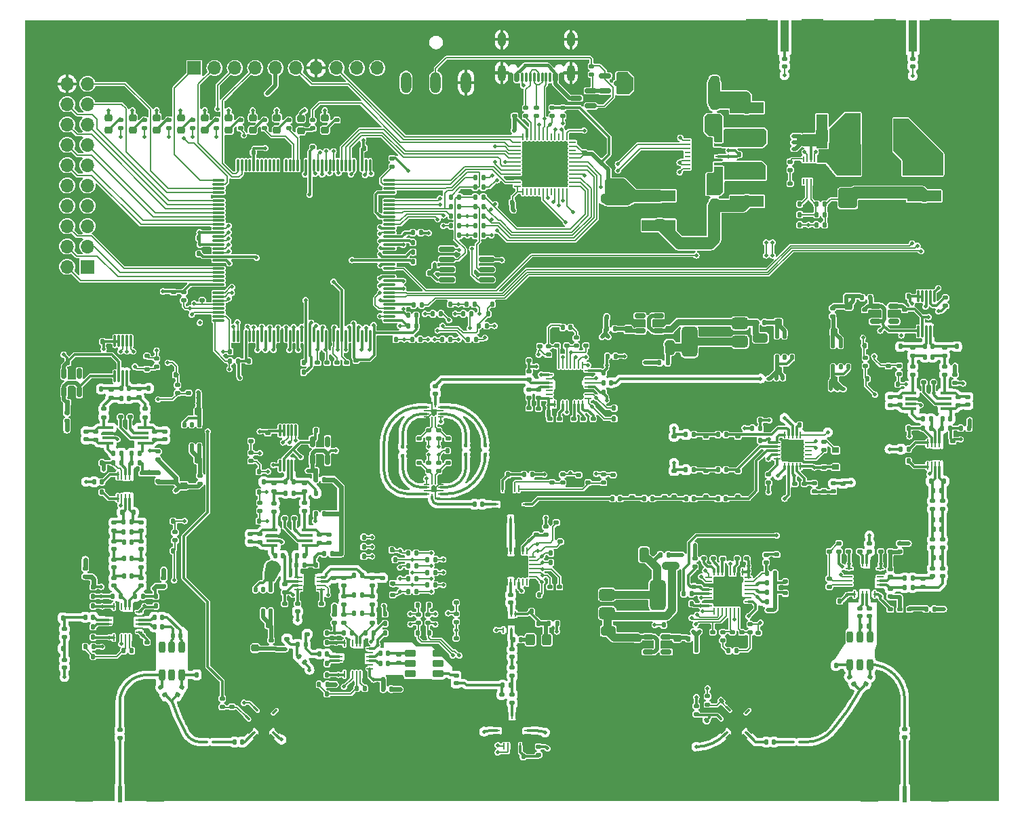
<source format=gtl>
G04 #@! TF.GenerationSoftware,KiCad,Pcbnew,8.0.0*
G04 #@! TF.CreationDate,2024-02-29T19:33:07-05:00*
G04 #@! TF.ProjectId,VNA,564e412e-6b69-4636-9164-5f7063625858,rev?*
G04 #@! TF.SameCoordinates,PX535a28cPY8422900*
G04 #@! TF.FileFunction,Copper,L1,Top*
G04 #@! TF.FilePolarity,Positive*
%FSLAX46Y46*%
G04 Gerber Fmt 4.6, Leading zero omitted, Abs format (unit mm)*
G04 Created by KiCad (PCBNEW 8.0.0) date 2024-02-29 19:33:07*
%MOMM*%
%LPD*%
G01*
G04 APERTURE LIST*
G04 Aperture macros list*
%AMRoundRect*
0 Rectangle with rounded corners*
0 $1 Rounding radius*
0 $2 $3 $4 $5 $6 $7 $8 $9 X,Y pos of 4 corners*
0 Add a 4 corners polygon primitive as box body*
4,1,4,$2,$3,$4,$5,$6,$7,$8,$9,$2,$3,0*
0 Add four circle primitives for the rounded corners*
1,1,$1+$1,$2,$3*
1,1,$1+$1,$4,$5*
1,1,$1+$1,$6,$7*
1,1,$1+$1,$8,$9*
0 Add four rect primitives between the rounded corners*
20,1,$1+$1,$2,$3,$4,$5,0*
20,1,$1+$1,$4,$5,$6,$7,0*
20,1,$1+$1,$6,$7,$8,$9,0*
20,1,$1+$1,$8,$9,$2,$3,0*%
%AMRotRect*
0 Rectangle, with rotation*
0 The origin of the aperture is its center*
0 $1 length*
0 $2 width*
0 $3 Rotation angle, in degrees counterclockwise*
0 Add horizontal line*
21,1,$1,$2,0,0,$3*%
G04 Aperture macros list end*
G04 #@! TA.AperFunction,SMDPad,CuDef*
%ADD10RoundRect,0.140000X-0.140000X-0.170000X0.140000X-0.170000X0.140000X0.170000X-0.140000X0.170000X0*%
G04 #@! TD*
G04 #@! TA.AperFunction,SMDPad,CuDef*
%ADD11RoundRect,0.140000X0.170000X-0.140000X0.170000X0.140000X-0.170000X0.140000X-0.170000X-0.140000X0*%
G04 #@! TD*
G04 #@! TA.AperFunction,SMDPad,CuDef*
%ADD12RoundRect,0.140000X-0.170000X0.140000X-0.170000X-0.140000X0.170000X-0.140000X0.170000X0.140000X0*%
G04 #@! TD*
G04 #@! TA.AperFunction,SMDPad,CuDef*
%ADD13RoundRect,0.112500X-0.112500X0.202500X-0.112500X-0.202500X0.112500X-0.202500X0.112500X0.202500X0*%
G04 #@! TD*
G04 #@! TA.AperFunction,SMDPad,CuDef*
%ADD14R,1.050000X0.800000*%
G04 #@! TD*
G04 #@! TA.AperFunction,SMDPad,CuDef*
%ADD15RoundRect,0.135000X0.135000X0.185000X-0.135000X0.185000X-0.135000X-0.185000X0.135000X-0.185000X0*%
G04 #@! TD*
G04 #@! TA.AperFunction,SMDPad,CuDef*
%ADD16RoundRect,0.135000X-0.135000X-0.185000X0.135000X-0.185000X0.135000X0.185000X-0.135000X0.185000X0*%
G04 #@! TD*
G04 #@! TA.AperFunction,SMDPad,CuDef*
%ADD17RoundRect,0.135000X0.185000X-0.135000X0.185000X0.135000X-0.185000X0.135000X-0.185000X-0.135000X0*%
G04 #@! TD*
G04 #@! TA.AperFunction,SMDPad,CuDef*
%ADD18RoundRect,0.147500X-0.172500X0.147500X-0.172500X-0.147500X0.172500X-0.147500X0.172500X0.147500X0*%
G04 #@! TD*
G04 #@! TA.AperFunction,SMDPad,CuDef*
%ADD19RoundRect,0.140000X0.140000X0.170000X-0.140000X0.170000X-0.140000X-0.170000X0.140000X-0.170000X0*%
G04 #@! TD*
G04 #@! TA.AperFunction,SMDPad,CuDef*
%ADD20RoundRect,0.150000X-0.512500X-0.150000X0.512500X-0.150000X0.512500X0.150000X-0.512500X0.150000X0*%
G04 #@! TD*
G04 #@! TA.AperFunction,SMDPad,CuDef*
%ADD21RoundRect,0.250000X0.325000X0.650000X-0.325000X0.650000X-0.325000X-0.650000X0.325000X-0.650000X0*%
G04 #@! TD*
G04 #@! TA.AperFunction,SMDPad,CuDef*
%ADD22RoundRect,0.135000X-0.185000X0.135000X-0.185000X-0.135000X0.185000X-0.135000X0.185000X0.135000X0*%
G04 #@! TD*
G04 #@! TA.AperFunction,SMDPad,CuDef*
%ADD23RoundRect,0.225000X-0.225000X-0.250000X0.225000X-0.250000X0.225000X0.250000X-0.225000X0.250000X0*%
G04 #@! TD*
G04 #@! TA.AperFunction,SMDPad,CuDef*
%ADD24R,1.400000X4.200000*%
G04 #@! TD*
G04 #@! TA.AperFunction,SMDPad,CuDef*
%ADD25RoundRect,0.062500X0.350000X0.062500X-0.350000X0.062500X-0.350000X-0.062500X0.350000X-0.062500X0*%
G04 #@! TD*
G04 #@! TA.AperFunction,SMDPad,CuDef*
%ADD26RoundRect,0.062500X0.062500X0.350000X-0.062500X0.350000X-0.062500X-0.350000X0.062500X-0.350000X0*%
G04 #@! TD*
G04 #@! TA.AperFunction,HeatsinkPad*
%ADD27R,2.500000X2.500000*%
G04 #@! TD*
G04 #@! TA.AperFunction,SMDPad,CuDef*
%ADD28RoundRect,0.225000X0.225000X0.250000X-0.225000X0.250000X-0.225000X-0.250000X0.225000X-0.250000X0*%
G04 #@! TD*
G04 #@! TA.AperFunction,SMDPad,CuDef*
%ADD29RoundRect,0.147500X0.172500X-0.147500X0.172500X0.147500X-0.172500X0.147500X-0.172500X-0.147500X0*%
G04 #@! TD*
G04 #@! TA.AperFunction,ComponentPad*
%ADD30R,1.700000X1.700000*%
G04 #@! TD*
G04 #@! TA.AperFunction,ComponentPad*
%ADD31O,1.700000X1.700000*%
G04 #@! TD*
G04 #@! TA.AperFunction,SMDPad,CuDef*
%ADD32RoundRect,0.250000X0.325000X0.450000X-0.325000X0.450000X-0.325000X-0.450000X0.325000X-0.450000X0*%
G04 #@! TD*
G04 #@! TA.AperFunction,SMDPad,CuDef*
%ADD33RoundRect,0.200000X-0.500000X-0.200000X0.500000X-0.200000X0.500000X0.200000X-0.500000X0.200000X0*%
G04 #@! TD*
G04 #@! TA.AperFunction,SMDPad,CuDef*
%ADD34RoundRect,0.105975X0.105975X-0.179475X0.105975X0.179475X-0.105975X0.179475X-0.105975X-0.179475X0*%
G04 #@! TD*
G04 #@! TA.AperFunction,SMDPad,CuDef*
%ADD35RoundRect,0.218750X0.256250X-0.218750X0.256250X0.218750X-0.256250X0.218750X-0.256250X-0.218750X0*%
G04 #@! TD*
G04 #@! TA.AperFunction,SMDPad,CuDef*
%ADD36RoundRect,0.150000X0.150000X0.425000X-0.150000X0.425000X-0.150000X-0.425000X0.150000X-0.425000X0*%
G04 #@! TD*
G04 #@! TA.AperFunction,SMDPad,CuDef*
%ADD37RoundRect,0.075000X0.075000X0.500000X-0.075000X0.500000X-0.075000X-0.500000X0.075000X-0.500000X0*%
G04 #@! TD*
G04 #@! TA.AperFunction,ComponentPad*
%ADD38O,1.000000X2.100000*%
G04 #@! TD*
G04 #@! TA.AperFunction,ComponentPad*
%ADD39O,1.000000X1.800000*%
G04 #@! TD*
G04 #@! TA.AperFunction,SMDPad,CuDef*
%ADD40RoundRect,0.075000X0.075000X-0.662500X0.075000X0.662500X-0.075000X0.662500X-0.075000X-0.662500X0*%
G04 #@! TD*
G04 #@! TA.AperFunction,SMDPad,CuDef*
%ADD41RoundRect,0.075000X0.662500X-0.075000X0.662500X0.075000X-0.662500X0.075000X-0.662500X-0.075000X0*%
G04 #@! TD*
G04 #@! TA.AperFunction,SMDPad,CuDef*
%ADD42RoundRect,0.225000X-0.250000X0.225000X-0.250000X-0.225000X0.250000X-0.225000X0.250000X0.225000X0*%
G04 #@! TD*
G04 #@! TA.AperFunction,SMDPad,CuDef*
%ADD43RoundRect,0.250000X0.650000X-0.325000X0.650000X0.325000X-0.650000X0.325000X-0.650000X-0.325000X0*%
G04 #@! TD*
G04 #@! TA.AperFunction,SMDPad,CuDef*
%ADD44RoundRect,0.062500X0.412500X0.062500X-0.412500X0.062500X-0.412500X-0.062500X0.412500X-0.062500X0*%
G04 #@! TD*
G04 #@! TA.AperFunction,HeatsinkPad*
%ADD45R,1.450000X2.400000*%
G04 #@! TD*
G04 #@! TA.AperFunction,SMDPad,CuDef*
%ADD46R,1.450000X0.450000*%
G04 #@! TD*
G04 #@! TA.AperFunction,SMDPad,CuDef*
%ADD47RoundRect,0.147500X0.147500X0.172500X-0.147500X0.172500X-0.147500X-0.172500X0.147500X-0.172500X0*%
G04 #@! TD*
G04 #@! TA.AperFunction,SMDPad,CuDef*
%ADD48R,4.200000X1.400000*%
G04 #@! TD*
G04 #@! TA.AperFunction,SMDPad,CuDef*
%ADD49RoundRect,0.147500X-0.147500X-0.172500X0.147500X-0.172500X0.147500X0.172500X-0.147500X0.172500X0*%
G04 #@! TD*
G04 #@! TA.AperFunction,SMDPad,CuDef*
%ADD50R,0.250000X0.700000*%
G04 #@! TD*
G04 #@! TA.AperFunction,SMDPad,CuDef*
%ADD51R,2.380000X1.660000*%
G04 #@! TD*
G04 #@! TA.AperFunction,SMDPad,CuDef*
%ADD52RoundRect,0.140000X0.219203X0.021213X0.021213X0.219203X-0.219203X-0.021213X-0.021213X-0.219203X0*%
G04 #@! TD*
G04 #@! TA.AperFunction,SMDPad,CuDef*
%ADD53RoundRect,0.062500X0.062500X-0.375000X0.062500X0.375000X-0.062500X0.375000X-0.062500X-0.375000X0*%
G04 #@! TD*
G04 #@! TA.AperFunction,SMDPad,CuDef*
%ADD54RoundRect,0.062500X0.375000X-0.062500X0.375000X0.062500X-0.375000X0.062500X-0.375000X-0.062500X0*%
G04 #@! TD*
G04 #@! TA.AperFunction,HeatsinkPad*
%ADD55R,3.100000X3.100000*%
G04 #@! TD*
G04 #@! TA.AperFunction,SMDPad,CuDef*
%ADD56RoundRect,0.150000X0.587500X0.150000X-0.587500X0.150000X-0.587500X-0.150000X0.587500X-0.150000X0*%
G04 #@! TD*
G04 #@! TA.AperFunction,SMDPad,CuDef*
%ADD57RoundRect,0.225000X0.250000X-0.225000X0.250000X0.225000X-0.250000X0.225000X-0.250000X-0.225000X0*%
G04 #@! TD*
G04 #@! TA.AperFunction,SMDPad,CuDef*
%ADD58RoundRect,0.062500X-0.062500X0.350000X-0.062500X-0.350000X0.062500X-0.350000X0.062500X0.350000X0*%
G04 #@! TD*
G04 #@! TA.AperFunction,SMDPad,CuDef*
%ADD59RoundRect,0.062500X-0.350000X0.062500X-0.350000X-0.062500X0.350000X-0.062500X0.350000X0.062500X0*%
G04 #@! TD*
G04 #@! TA.AperFunction,HeatsinkPad*
%ADD60R,2.600000X2.600000*%
G04 #@! TD*
G04 #@! TA.AperFunction,SMDPad,CuDef*
%ADD61RoundRect,0.062500X0.062500X-0.412500X0.062500X0.412500X-0.062500X0.412500X-0.062500X-0.412500X0*%
G04 #@! TD*
G04 #@! TA.AperFunction,HeatsinkPad*
%ADD62R,2.400000X1.450000*%
G04 #@! TD*
G04 #@! TA.AperFunction,SMDPad,CuDef*
%ADD63RoundRect,0.135000X-0.092715X0.209413X-0.227715X-0.024413X0.092715X-0.209413X0.227715X0.024413X0*%
G04 #@! TD*
G04 #@! TA.AperFunction,HeatsinkPad*
%ADD64R,5.600000X5.600000*%
G04 #@! TD*
G04 #@! TA.AperFunction,SMDPad,CuDef*
%ADD65R,0.600000X2.100000*%
G04 #@! TD*
G04 #@! TA.AperFunction,SMDPad,CuDef*
%ADD66R,2.286000X5.080000*%
G04 #@! TD*
G04 #@! TA.AperFunction,SMDPad,CuDef*
%ADD67RoundRect,0.062500X-0.062500X0.375000X-0.062500X-0.375000X0.062500X-0.375000X0.062500X0.375000X0*%
G04 #@! TD*
G04 #@! TA.AperFunction,SMDPad,CuDef*
%ADD68RoundRect,0.062500X-0.375000X0.062500X-0.375000X-0.062500X0.375000X-0.062500X0.375000X0.062500X0*%
G04 #@! TD*
G04 #@! TA.AperFunction,SMDPad,CuDef*
%ADD69RoundRect,0.075000X0.075000X-0.650000X0.075000X0.650000X-0.075000X0.650000X-0.075000X-0.650000X0*%
G04 #@! TD*
G04 #@! TA.AperFunction,SMDPad,CuDef*
%ADD70RoundRect,0.140000X-0.021213X0.219203X-0.219203X0.021213X0.021213X-0.219203X0.219203X-0.021213X0*%
G04 #@! TD*
G04 #@! TA.AperFunction,SMDPad,CuDef*
%ADD71RoundRect,0.187500X0.262500X-0.187500X0.262500X0.187500X-0.262500X0.187500X-0.262500X-0.187500X0*%
G04 #@! TD*
G04 #@! TA.AperFunction,SMDPad,CuDef*
%ADD72RoundRect,0.062500X-0.350000X-0.062500X0.350000X-0.062500X0.350000X0.062500X-0.350000X0.062500X0*%
G04 #@! TD*
G04 #@! TA.AperFunction,SMDPad,CuDef*
%ADD73RoundRect,0.062500X-0.062500X-0.350000X0.062500X-0.350000X0.062500X0.350000X-0.062500X0.350000X0*%
G04 #@! TD*
G04 #@! TA.AperFunction,SMDPad,CuDef*
%ADD74RoundRect,0.150000X0.150000X-0.512500X0.150000X0.512500X-0.150000X0.512500X-0.150000X-0.512500X0*%
G04 #@! TD*
G04 #@! TA.AperFunction,ComponentPad*
%ADD75O,1.308000X2.616000*%
G04 #@! TD*
G04 #@! TA.AperFunction,SMDPad,CuDef*
%ADD76RoundRect,0.075000X0.225000X0.075000X-0.225000X0.075000X-0.225000X-0.075000X0.225000X-0.075000X0*%
G04 #@! TD*
G04 #@! TA.AperFunction,SMDPad,CuDef*
%ADD77RoundRect,0.087500X0.762500X0.087500X-0.762500X0.087500X-0.762500X-0.087500X0.762500X-0.087500X0*%
G04 #@! TD*
G04 #@! TA.AperFunction,SMDPad,CuDef*
%ADD78RoundRect,0.250000X-0.650000X0.325000X-0.650000X-0.325000X0.650000X-0.325000X0.650000X0.325000X0*%
G04 #@! TD*
G04 #@! TA.AperFunction,SMDPad,CuDef*
%ADD79RoundRect,0.150000X0.512500X0.150000X-0.512500X0.150000X-0.512500X-0.150000X0.512500X-0.150000X0*%
G04 #@! TD*
G04 #@! TA.AperFunction,SMDPad,CuDef*
%ADD80RoundRect,0.112500X0.112500X-0.202500X0.112500X0.202500X-0.112500X0.202500X-0.112500X-0.202500X0*%
G04 #@! TD*
G04 #@! TA.AperFunction,SMDPad,CuDef*
%ADD81RoundRect,0.075000X-0.075000X0.225000X-0.075000X-0.225000X0.075000X-0.225000X0.075000X0.225000X0*%
G04 #@! TD*
G04 #@! TA.AperFunction,SMDPad,CuDef*
%ADD82RoundRect,0.087500X-0.087500X0.762500X-0.087500X-0.762500X0.087500X-0.762500X0.087500X0.762500X0*%
G04 #@! TD*
G04 #@! TA.AperFunction,SMDPad,CuDef*
%ADD83RoundRect,0.135000X-0.227715X0.024413X-0.092715X-0.209413X0.227715X-0.024413X0.092715X0.209413X0*%
G04 #@! TD*
G04 #@! TA.AperFunction,SMDPad,CuDef*
%ADD84R,1.000000X4.000000*%
G04 #@! TD*
G04 #@! TA.AperFunction,SMDPad,CuDef*
%ADD85R,2.667000X4.191000*%
G04 #@! TD*
G04 #@! TA.AperFunction,SMDPad,CuDef*
%ADD86RoundRect,0.250000X0.900000X-1.000000X0.900000X1.000000X-0.900000X1.000000X-0.900000X-1.000000X0*%
G04 #@! TD*
G04 #@! TA.AperFunction,SMDPad,CuDef*
%ADD87RoundRect,0.100000X0.000000X-0.244000X0.000000X0.244000X0.000000X0.244000X0.000000X-0.244000X0*%
G04 #@! TD*
G04 #@! TA.AperFunction,SMDPad,CuDef*
%ADD88RoundRect,0.100000X0.244000X0.000000X-0.244000X0.000000X-0.244000X0.000000X0.244000X0.000000X0*%
G04 #@! TD*
G04 #@! TA.AperFunction,SMDPad,CuDef*
%ADD89R,0.760000X0.760000*%
G04 #@! TD*
G04 #@! TA.AperFunction,SMDPad,CuDef*
%ADD90RoundRect,0.375000X0.625000X0.375000X-0.625000X0.375000X-0.625000X-0.375000X0.625000X-0.375000X0*%
G04 #@! TD*
G04 #@! TA.AperFunction,SMDPad,CuDef*
%ADD91RoundRect,0.500000X0.500000X1.400000X-0.500000X1.400000X-0.500000X-1.400000X0.500000X-1.400000X0*%
G04 #@! TD*
G04 #@! TA.AperFunction,SMDPad,CuDef*
%ADD92RoundRect,0.150000X0.825000X0.150000X-0.825000X0.150000X-0.825000X-0.150000X0.825000X-0.150000X0*%
G04 #@! TD*
G04 #@! TA.AperFunction,SMDPad,CuDef*
%ADD93RoundRect,0.062500X-0.062500X0.300000X-0.062500X-0.300000X0.062500X-0.300000X0.062500X0.300000X0*%
G04 #@! TD*
G04 #@! TA.AperFunction,HeatsinkPad*
%ADD94R,1.600000X0.900000*%
G04 #@! TD*
G04 #@! TA.AperFunction,SMDPad,CuDef*
%ADD95RoundRect,0.100000X0.000000X0.244000X0.000000X-0.244000X0.000000X-0.244000X0.000000X0.244000X0*%
G04 #@! TD*
G04 #@! TA.AperFunction,SMDPad,CuDef*
%ADD96RoundRect,0.100000X-0.244000X0.000000X0.244000X0.000000X0.244000X0.000000X-0.244000X0.000000X0*%
G04 #@! TD*
G04 #@! TA.AperFunction,SMDPad,CuDef*
%ADD97RoundRect,0.200000X-0.200000X0.500000X-0.200000X-0.500000X0.200000X-0.500000X0.200000X0.500000X0*%
G04 #@! TD*
G04 #@! TA.AperFunction,SMDPad,CuDef*
%ADD98RoundRect,0.150000X-0.587500X-0.150000X0.587500X-0.150000X0.587500X0.150000X-0.587500X0.150000X0*%
G04 #@! TD*
G04 #@! TA.AperFunction,SMDPad,CuDef*
%ADD99RoundRect,0.062500X-0.203293X-0.291682X0.291682X0.203293X0.203293X0.291682X-0.291682X-0.203293X0*%
G04 #@! TD*
G04 #@! TA.AperFunction,SMDPad,CuDef*
%ADD100RoundRect,0.062500X0.203293X-0.291682X0.291682X-0.203293X-0.203293X0.291682X-0.291682X0.203293X0*%
G04 #@! TD*
G04 #@! TA.AperFunction,HeatsinkPad*
%ADD101RotRect,2.500000X2.500000X45.000000*%
G04 #@! TD*
G04 #@! TA.AperFunction,SMDPad,CuDef*
%ADD102R,0.700000X0.250000*%
G04 #@! TD*
G04 #@! TA.AperFunction,SMDPad,CuDef*
%ADD103R,2.440000X4.340000*%
G04 #@! TD*
G04 #@! TA.AperFunction,SMDPad,CuDef*
%ADD104RoundRect,0.062500X0.337500X0.062500X-0.337500X0.062500X-0.337500X-0.062500X0.337500X-0.062500X0*%
G04 #@! TD*
G04 #@! TA.AperFunction,SMDPad,CuDef*
%ADD105RoundRect,0.062500X0.062500X0.337500X-0.062500X0.337500X-0.062500X-0.337500X0.062500X-0.337500X0*%
G04 #@! TD*
G04 #@! TA.AperFunction,HeatsinkPad*
%ADD106R,2.700000X2.700000*%
G04 #@! TD*
G04 #@! TA.AperFunction,SMDPad,CuDef*
%ADD107RoundRect,0.140000X0.021213X-0.219203X0.219203X-0.021213X-0.021213X0.219203X-0.219203X0.021213X0*%
G04 #@! TD*
G04 #@! TA.AperFunction,SMDPad,CuDef*
%ADD108RoundRect,0.375000X-0.625000X-0.375000X0.625000X-0.375000X0.625000X0.375000X-0.625000X0.375000X0*%
G04 #@! TD*
G04 #@! TA.AperFunction,SMDPad,CuDef*
%ADD109RoundRect,0.500000X-0.500000X-1.400000X0.500000X-1.400000X0.500000X1.400000X-0.500000X1.400000X0*%
G04 #@! TD*
G04 #@! TA.AperFunction,ViaPad*
%ADD110C,0.500000*%
G04 #@! TD*
G04 #@! TA.AperFunction,ViaPad*
%ADD111C,4.500000*%
G04 #@! TD*
G04 #@! TA.AperFunction,ViaPad*
%ADD112C,0.600000*%
G04 #@! TD*
G04 #@! TA.AperFunction,Conductor*
%ADD113C,0.200000*%
G04 #@! TD*
G04 #@! TA.AperFunction,Conductor*
%ADD114C,0.180000*%
G04 #@! TD*
G04 #@! TA.AperFunction,Conductor*
%ADD115C,0.300000*%
G04 #@! TD*
G04 #@! TA.AperFunction,Conductor*
%ADD116C,0.500000*%
G04 #@! TD*
G04 #@! TA.AperFunction,Conductor*
%ADD117C,0.812800*%
G04 #@! TD*
G04 #@! TA.AperFunction,Conductor*
%ADD118C,1.500000*%
G04 #@! TD*
G04 #@! TA.AperFunction,Conductor*
%ADD119C,0.150000*%
G04 #@! TD*
G04 #@! TA.AperFunction,Conductor*
%ADD120C,0.600000*%
G04 #@! TD*
G04 #@! TA.AperFunction,Conductor*
%ADD121C,0.800000*%
G04 #@! TD*
G04 #@! TA.AperFunction,Conductor*
%ADD122C,1.000000*%
G04 #@! TD*
G04 #@! TA.AperFunction,Conductor*
%ADD123C,0.400000*%
G04 #@! TD*
G04 #@! TA.AperFunction,Conductor*
%ADD124C,0.250000*%
G04 #@! TD*
G04 APERTURE END LIST*
D10*
X16520000Y23800000D03*
X17480000Y23800000D03*
D11*
X64000000Y31520000D03*
X64000000Y32480000D03*
D12*
X85200000Y43780000D03*
X85200000Y42820000D03*
D13*
X95950000Y56340000D03*
X95000000Y56340000D03*
X94050000Y56340000D03*
X94050000Y53660000D03*
X95000000Y53660000D03*
X95950000Y53660000D03*
D14*
X95525000Y55400000D03*
X94475000Y55400000D03*
X95525000Y54600000D03*
X94475000Y54600000D03*
D15*
X87710000Y44000000D03*
X86690000Y44000000D03*
D16*
X41590000Y12300000D03*
X42610000Y12300000D03*
D17*
X51800000Y39490000D03*
X51800000Y40510000D03*
D18*
X44790000Y26115000D03*
X44790000Y25145000D03*
D19*
X50680000Y64200000D03*
X49720000Y64200000D03*
D20*
X106362500Y60050000D03*
X106362500Y59100000D03*
X106362500Y58150000D03*
X108637500Y58150000D03*
X108637500Y60050000D03*
D11*
X95700000Y74420000D03*
X95700000Y75380000D03*
D21*
X86275000Y72600000D03*
X83325000Y72600000D03*
D19*
X42230000Y21650000D03*
X41270000Y21650000D03*
D22*
X22300000Y61810000D03*
X22300000Y60790000D03*
D19*
X8680000Y23800000D03*
X7720000Y23800000D03*
D23*
X29125000Y26300000D03*
X30675000Y26300000D03*
D10*
X63420000Y21900000D03*
X64380000Y21900000D03*
D19*
X49180000Y22700000D03*
X48220000Y22700000D03*
D10*
X109520000Y42200000D03*
X110480000Y42200000D03*
X16520000Y22600000D03*
X17480000Y22600000D03*
D12*
X40300000Y52980000D03*
X40300000Y52020000D03*
D16*
X47990000Y26000000D03*
X49010000Y26000000D03*
D24*
X99650000Y81900000D03*
X103350000Y81900000D03*
D25*
X62937500Y6000000D03*
X62937500Y6500000D03*
X62937500Y7000000D03*
X62937500Y7500000D03*
X62937500Y8000000D03*
D26*
X62000000Y8937500D03*
X61500000Y8937500D03*
X61000000Y8937500D03*
X60500000Y8937500D03*
X60000000Y8937500D03*
D25*
X59062500Y8000000D03*
X59062500Y7500000D03*
X59062500Y7000000D03*
X59062500Y6500000D03*
X59062500Y6000000D03*
D26*
X60000000Y5062500D03*
X60500000Y5062500D03*
X61000000Y5062500D03*
X61500000Y5062500D03*
X62000000Y5062500D03*
D27*
X61000000Y7000000D03*
D10*
X5520000Y53000000D03*
X6480000Y53000000D03*
D17*
X54000000Y20590000D03*
X54000000Y21610000D03*
D28*
X102775000Y56800000D03*
X101225000Y56800000D03*
D10*
X48620000Y66800000D03*
X49580000Y66800000D03*
D15*
X4910000Y17300000D03*
X3890000Y17300000D03*
D19*
X83980000Y17100000D03*
X83020000Y17100000D03*
D15*
X8710000Y17500000D03*
X7690000Y17500000D03*
D11*
X66600000Y55120000D03*
X66600000Y56080000D03*
D19*
X49180000Y19200000D03*
X48220000Y19200000D03*
D21*
X109475000Y80000000D03*
X106525000Y80000000D03*
D22*
X84000000Y10110000D03*
X84000000Y9090000D03*
D15*
X35210000Y17800000D03*
X34190000Y17800000D03*
D12*
X15400000Y52180000D03*
X15400000Y51220000D03*
D11*
X5100000Y14920000D03*
X5100000Y15880000D03*
D29*
X40000000Y25115000D03*
X40000000Y26085000D03*
D22*
X64000000Y84810000D03*
X64000000Y83790000D03*
D15*
X87710000Y39600000D03*
X86690000Y39600000D03*
D30*
X21298900Y89803600D03*
D31*
X23838900Y89803600D03*
X26378900Y89803600D03*
X28918900Y89803600D03*
X31458900Y89803600D03*
X33998900Y89803600D03*
X36538900Y89803600D03*
X39078900Y89803600D03*
X41618900Y89803600D03*
X44158900Y89803600D03*
D11*
X46100000Y25420000D03*
X46100000Y26380000D03*
D12*
X73600000Y38980000D03*
X73600000Y38020000D03*
D11*
X61300000Y83820000D03*
X61300000Y84780000D03*
D12*
X64468900Y56023600D03*
X64468900Y55063600D03*
D22*
X22000000Y38910000D03*
X22000000Y37890000D03*
D21*
X86275000Y87900000D03*
X83325000Y87900000D03*
D15*
X101410000Y15200000D03*
X100390000Y15200000D03*
D11*
X96300000Y36920000D03*
X96300000Y37880000D03*
D10*
X105020000Y55100000D03*
X105980000Y55100000D03*
D32*
X65325000Y18400000D03*
X63275000Y18400000D03*
D22*
X15100000Y83310000D03*
X15100000Y82290000D03*
D12*
X54000000Y18580000D03*
X54000000Y17620000D03*
D11*
X104400000Y21320000D03*
X104400000Y22280000D03*
D10*
X8720000Y49700000D03*
X9680000Y49700000D03*
D16*
X92790000Y23100000D03*
X93810000Y23100000D03*
D15*
X115710000Y44800000D03*
X114690000Y44800000D03*
D19*
X64280000Y20400000D03*
X63320000Y20400000D03*
D17*
X16600000Y52490000D03*
X16600000Y53510000D03*
X72400000Y37990000D03*
X72400000Y39010000D03*
D10*
X112520000Y53700000D03*
X113480000Y53700000D03*
D16*
X44890000Y12200000D03*
X45910000Y12200000D03*
D19*
X42480000Y30000000D03*
X41520000Y30000000D03*
D12*
X65700000Y45980000D03*
X65700000Y45020000D03*
D33*
X48285000Y14150000D03*
X48285000Y15400000D03*
X48285000Y16650000D03*
X51715000Y16650000D03*
X51715000Y15400000D03*
X51715000Y14150000D03*
D11*
X11300000Y25120000D03*
X11300000Y26080000D03*
X110000000Y6220000D03*
X110000000Y7180000D03*
D10*
X15620000Y49800000D03*
X16580000Y49800000D03*
D11*
X54000000Y12920000D03*
X54000000Y13880000D03*
D16*
X50390000Y25200000D03*
X51410000Y25200000D03*
D12*
X60800000Y23980000D03*
X60800000Y23020000D03*
D15*
X114610000Y37000000D03*
X113590000Y37000000D03*
D12*
X92700000Y28980000D03*
X92700000Y28020000D03*
D19*
X73380000Y50500000D03*
X72420000Y50500000D03*
D12*
X110600000Y22180000D03*
X110600000Y21220000D03*
D22*
X31300000Y37910000D03*
X31300000Y36890000D03*
D34*
X47350000Y41300400D03*
X48050000Y41300400D03*
X48050000Y42499600D03*
X47350000Y42499600D03*
D35*
X10620000Y82032500D03*
X10620000Y83607500D03*
D17*
X9000000Y43390000D03*
X9000000Y44410000D03*
D15*
X53310000Y55900000D03*
X52290000Y55900000D03*
D17*
X50600000Y39490000D03*
X50600000Y40510000D03*
D19*
X28678900Y79283600D03*
X27718900Y79283600D03*
D36*
X67198900Y88623600D03*
X66398900Y88623600D03*
D37*
X65248900Y88623600D03*
X64248900Y88623600D03*
X63748900Y88623600D03*
X62748900Y88623600D03*
D36*
X61598900Y88623600D03*
X60798900Y88623600D03*
X60798900Y88623600D03*
X61598900Y88623600D03*
D37*
X62248900Y88623600D03*
X63248900Y88623600D03*
X64748900Y88623600D03*
X65748900Y88623600D03*
D36*
X66398900Y88623600D03*
X67198900Y88623600D03*
D38*
X68318900Y89198600D03*
D39*
X68318900Y93378600D03*
D38*
X59678900Y89198600D03*
D39*
X59678900Y93378600D03*
D40*
X26250000Y56337500D03*
X26750000Y56337500D03*
X27250000Y56337500D03*
X27750000Y56337500D03*
X28250000Y56337500D03*
X28750000Y56337500D03*
X29250000Y56337500D03*
X29750000Y56337500D03*
X30250000Y56337500D03*
X30750000Y56337500D03*
X31250000Y56337500D03*
X31750000Y56337500D03*
X32250000Y56337500D03*
X32750000Y56337500D03*
X33250000Y56337500D03*
X33750000Y56337500D03*
X34250000Y56337500D03*
X34750000Y56337500D03*
X35250000Y56337500D03*
X35750000Y56337500D03*
X36250000Y56337500D03*
X36750000Y56337500D03*
X37250000Y56337500D03*
X37750000Y56337500D03*
X38250000Y56337500D03*
X38750000Y56337500D03*
X39250000Y56337500D03*
X39750000Y56337500D03*
X40250000Y56337500D03*
X40750000Y56337500D03*
X41250000Y56337500D03*
X41750000Y56337500D03*
X42250000Y56337500D03*
X42750000Y56337500D03*
X43250000Y56337500D03*
X43750000Y56337500D03*
D41*
X45662500Y58250000D03*
X45662500Y58750000D03*
X45662500Y59250000D03*
X45662500Y59750000D03*
X45662500Y60250000D03*
X45662500Y60750000D03*
X45662500Y61250000D03*
X45662500Y61750000D03*
X45662500Y62250000D03*
X45662500Y62750000D03*
X45662500Y63250000D03*
X45662500Y63750000D03*
X45662500Y64250000D03*
X45662500Y64750000D03*
X45662500Y65250000D03*
X45662500Y65750000D03*
X45662500Y66250000D03*
X45662500Y66750000D03*
X45662500Y67250000D03*
X45662500Y67750000D03*
X45662500Y68250000D03*
X45662500Y68750000D03*
X45662500Y69250000D03*
X45662500Y69750000D03*
X45662500Y70250000D03*
X45662500Y70750000D03*
X45662500Y71250000D03*
X45662500Y71750000D03*
X45662500Y72250000D03*
X45662500Y72750000D03*
X45662500Y73250000D03*
X45662500Y73750000D03*
X45662500Y74250000D03*
X45662500Y74750000D03*
X45662500Y75250000D03*
X45662500Y75750000D03*
D40*
X43750000Y77662500D03*
X43250000Y77662500D03*
X42750000Y77662500D03*
X42250000Y77662500D03*
X41750000Y77662500D03*
X41250000Y77662500D03*
X40750000Y77662500D03*
X40250000Y77662500D03*
X39750000Y77662500D03*
X39250000Y77662500D03*
X38750000Y77662500D03*
X38250000Y77662500D03*
X37750000Y77662500D03*
X37250000Y77662500D03*
X36750000Y77662500D03*
X36250000Y77662500D03*
X35750000Y77662500D03*
X35250000Y77662500D03*
X34750000Y77662500D03*
X34250000Y77662500D03*
X33750000Y77662500D03*
X33250000Y77662500D03*
X32750000Y77662500D03*
X32250000Y77662500D03*
X31750000Y77662500D03*
X31250000Y77662500D03*
X30750000Y77662500D03*
X30250000Y77662500D03*
X29750000Y77662500D03*
X29250000Y77662500D03*
X28750000Y77662500D03*
X28250000Y77662500D03*
X27750000Y77662500D03*
X27250000Y77662500D03*
X26750000Y77662500D03*
X26250000Y77662500D03*
D41*
X24337500Y75750000D03*
X24337500Y75250000D03*
X24337500Y74750000D03*
X24337500Y74250000D03*
X24337500Y73750000D03*
X24337500Y73250000D03*
X24337500Y72750000D03*
X24337500Y72250000D03*
X24337500Y71750000D03*
X24337500Y71250000D03*
X24337500Y70750000D03*
X24337500Y70250000D03*
X24337500Y69750000D03*
X24337500Y69250000D03*
X24337500Y68750000D03*
X24337500Y68250000D03*
X24337500Y67750000D03*
X24337500Y67250000D03*
X24337500Y66750000D03*
X24337500Y66250000D03*
X24337500Y65750000D03*
X24337500Y65250000D03*
X24337500Y64750000D03*
X24337500Y64250000D03*
X24337500Y63750000D03*
X24337500Y63250000D03*
X24337500Y62750000D03*
X24337500Y62250000D03*
X24337500Y61750000D03*
X24337500Y61250000D03*
X24337500Y60750000D03*
X24337500Y60250000D03*
X24337500Y59750000D03*
X24337500Y59250000D03*
X24337500Y58750000D03*
X24337500Y58250000D03*
D10*
X95920000Y72800000D03*
X96880000Y72800000D03*
D19*
X60480000Y39000000D03*
X59520000Y39000000D03*
D29*
X40000000Y22815000D03*
X40000000Y23785000D03*
D19*
X45980000Y29600000D03*
X45020000Y29600000D03*
D42*
X20000000Y39175000D03*
X20000000Y37625000D03*
D19*
X42480000Y31200000D03*
X41520000Y31200000D03*
X12180000Y41700000D03*
X11220000Y41700000D03*
D11*
X104400000Y29420000D03*
X104400000Y30380000D03*
D19*
X109180000Y50300000D03*
X108220000Y50300000D03*
D10*
X52920000Y42000000D03*
X53880000Y42000000D03*
D19*
X99980000Y72800000D03*
X99020000Y72800000D03*
D22*
X61000000Y11510000D03*
X61000000Y10490000D03*
D17*
X116300000Y50490000D03*
X116300000Y51510000D03*
D15*
X91998900Y44813600D03*
X90978900Y44813600D03*
D10*
X44920000Y13400000D03*
X45880000Y13400000D03*
D43*
X108500000Y74225000D03*
X108500000Y77175000D03*
D44*
X37100000Y24650000D03*
X37100000Y25150000D03*
X37100000Y25650000D03*
X37100000Y26150000D03*
X34300000Y26150000D03*
X34300000Y25650000D03*
X34300000Y25150000D03*
X34300000Y24650000D03*
D45*
X35700000Y25400000D03*
D46*
X35400000Y30125000D03*
X35400000Y30775000D03*
X35400000Y31425000D03*
X35400000Y32075000D03*
X31000000Y32075000D03*
X31000000Y31425000D03*
X31000000Y30775000D03*
X31000000Y30125000D03*
D47*
X43685000Y19200000D03*
X42715000Y19200000D03*
D10*
X45120000Y19200000D03*
X46080000Y19200000D03*
D17*
X83800000Y27490000D03*
X83800000Y28510000D03*
X109400000Y29390000D03*
X109400000Y30410000D03*
D48*
X90300000Y81150000D03*
X90300000Y84850000D03*
D49*
X11115000Y23800000D03*
X12085000Y23800000D03*
D29*
X43500000Y25115000D03*
X43500000Y26085000D03*
D10*
X32720000Y38100000D03*
X33680000Y38100000D03*
D21*
X86275000Y83000000D03*
X83325000Y83000000D03*
D50*
X97375000Y75600000D03*
X97825000Y75600000D03*
X98275000Y75600000D03*
X98725000Y75600000D03*
X99175000Y75600000D03*
X99625000Y75600000D03*
X99625000Y78400000D03*
X99175000Y78400000D03*
X98725000Y78400000D03*
X98275000Y78400000D03*
X97825000Y78400000D03*
X97375000Y78400000D03*
D51*
X98500000Y77000000D03*
D10*
X8820000Y36800000D03*
X9780000Y36800000D03*
D42*
X81600000Y18575000D03*
X81600000Y17025000D03*
D16*
X25790000Y53200000D03*
X26810000Y53200000D03*
D28*
X102775000Y50800000D03*
X101225000Y50800000D03*
D17*
X62700000Y83790000D03*
X62700000Y84810000D03*
D11*
X70200000Y55120000D03*
X70200000Y56080000D03*
D52*
X35039411Y15560589D03*
X34360589Y16239411D03*
D22*
X93000000Y39010000D03*
X93000000Y37990000D03*
D17*
X68700000Y44990000D03*
X68700000Y46010000D03*
D35*
X25620000Y82032500D03*
X25620000Y83607500D03*
D19*
X83380000Y22900000D03*
X82420000Y22900000D03*
D10*
X92720000Y5600000D03*
X93680000Y5600000D03*
D22*
X114700000Y35710000D03*
X114700000Y34690000D03*
D17*
X101800000Y29390000D03*
X101800000Y30410000D03*
D10*
X45120000Y20400000D03*
X46080000Y20400000D03*
D12*
X13300000Y47180000D03*
X13300000Y46220000D03*
D17*
X53000000Y43490000D03*
X53000000Y44510000D03*
D10*
X36920000Y11600000D03*
X37880000Y11600000D03*
D22*
X87300000Y29510000D03*
X87300000Y28490000D03*
D11*
X95100000Y25620000D03*
X95100000Y26580000D03*
D53*
X86250000Y21962500D03*
X86750000Y21962500D03*
X87250000Y21962500D03*
X87750000Y21962500D03*
X88250000Y21962500D03*
X88750000Y21962500D03*
X89250000Y21962500D03*
X89750000Y21962500D03*
D54*
X90437500Y22650000D03*
X90437500Y23150000D03*
X90437500Y23650000D03*
X90437500Y24150000D03*
X90437500Y24650000D03*
X90437500Y25150000D03*
X90437500Y25650000D03*
X90437500Y26150000D03*
D53*
X89750000Y26837500D03*
X89250000Y26837500D03*
X88750000Y26837500D03*
X88250000Y26837500D03*
X87750000Y26837500D03*
X87250000Y26837500D03*
X86750000Y26837500D03*
X86250000Y26837500D03*
D54*
X85562500Y26150000D03*
X85562500Y25650000D03*
X85562500Y25150000D03*
X85562500Y24650000D03*
X85562500Y24150000D03*
X85562500Y23650000D03*
X85562500Y23150000D03*
X85562500Y22650000D03*
D55*
X88000000Y24400000D03*
D56*
X70816400Y85063600D03*
X70816400Y86963600D03*
X68941400Y86013600D03*
D57*
X103000000Y58525000D03*
X103000000Y60075000D03*
D19*
X32380000Y28900000D03*
X31420000Y28900000D03*
D16*
X116990000Y44800000D03*
X118010000Y44800000D03*
X98990000Y71500000D03*
X100010000Y71500000D03*
D12*
X71100000Y45980000D03*
X71100000Y45020000D03*
D17*
X28400000Y40690000D03*
X28400000Y41710000D03*
D58*
X62850000Y29437500D03*
X62350000Y29437500D03*
X61850000Y29437500D03*
X61350000Y29437500D03*
X60850000Y29437500D03*
X60350000Y29437500D03*
D59*
X59662500Y28750000D03*
X59662500Y28250000D03*
X59662500Y27750000D03*
X59662500Y27250000D03*
X59662500Y26750000D03*
X59662500Y26250000D03*
D58*
X60350000Y25562500D03*
X60850000Y25562500D03*
X61350000Y25562500D03*
X61850000Y25562500D03*
X62350000Y25562500D03*
X62850000Y25562500D03*
D59*
X63537500Y26250000D03*
X63537500Y26750000D03*
X63537500Y27250000D03*
X63537500Y27750000D03*
X63537500Y28250000D03*
X63537500Y28750000D03*
D60*
X61600000Y27500000D03*
D29*
X114700000Y29915000D03*
X114700000Y30885000D03*
D11*
X89200000Y36220000D03*
X89200000Y37180000D03*
D22*
X50600000Y44510000D03*
X50600000Y43490000D03*
D12*
X69300000Y38980000D03*
X69300000Y38020000D03*
D61*
X112850000Y40100000D03*
X113350000Y40100000D03*
X113850000Y40100000D03*
X114350000Y40100000D03*
X114350000Y42900000D03*
X113850000Y42900000D03*
X113350000Y42900000D03*
X112850000Y42900000D03*
D62*
X113600000Y41500000D03*
D29*
X11300000Y27415000D03*
X11300000Y28385000D03*
D16*
X72890000Y53800000D03*
X73910000Y53800000D03*
D19*
X13480000Y26300000D03*
X12520000Y26300000D03*
D34*
X55250000Y41500400D03*
X55950000Y41500400D03*
X55950000Y42699600D03*
X55250000Y42699600D03*
D10*
X110020000Y26100000D03*
X110980000Y26100000D03*
X28120000Y53200000D03*
X29080000Y53200000D03*
D11*
X14800000Y38220000D03*
X14800000Y39180000D03*
D12*
X97500000Y37880000D03*
X97500000Y36920000D03*
D17*
X20000000Y60790000D03*
X20000000Y61810000D03*
D10*
X109520000Y61300000D03*
X110480000Y61300000D03*
D57*
X75500000Y57125000D03*
X75500000Y58675000D03*
D15*
X49510000Y55900000D03*
X48490000Y55900000D03*
D11*
X108200000Y29420000D03*
X108200000Y30380000D03*
D10*
X50620000Y22700000D03*
X51580000Y22700000D03*
D63*
X19755000Y12441673D03*
X19245000Y11558327D03*
D47*
X62085000Y18400000D03*
X61115000Y18400000D03*
D53*
X62350000Y74362500D03*
X62850000Y74362500D03*
X63350000Y74362500D03*
X63850000Y74362500D03*
X64350000Y74362500D03*
X64850000Y74362500D03*
X65350000Y74362500D03*
X65850000Y74362500D03*
X66350000Y74362500D03*
X66850000Y74362500D03*
X67350000Y74362500D03*
X67850000Y74362500D03*
D54*
X68537500Y75050000D03*
X68537500Y75550000D03*
X68537500Y76050000D03*
X68537500Y76550000D03*
X68537500Y77050000D03*
X68537500Y77550000D03*
X68537500Y78050000D03*
X68537500Y78550000D03*
X68537500Y79050000D03*
X68537500Y79550000D03*
X68537500Y80050000D03*
X68537500Y80550000D03*
D53*
X67850000Y81237500D03*
X67350000Y81237500D03*
X66850000Y81237500D03*
X66350000Y81237500D03*
X65850000Y81237500D03*
X65350000Y81237500D03*
X64850000Y81237500D03*
X64350000Y81237500D03*
X63850000Y81237500D03*
X63350000Y81237500D03*
X62850000Y81237500D03*
X62350000Y81237500D03*
D54*
X61662500Y80550000D03*
X61662500Y80050000D03*
X61662500Y79550000D03*
X61662500Y79050000D03*
X61662500Y78550000D03*
X61662500Y78050000D03*
X61662500Y77550000D03*
X61662500Y77050000D03*
X61662500Y76550000D03*
X61662500Y76050000D03*
X61662500Y75550000D03*
X61662500Y75050000D03*
D64*
X65100000Y77800000D03*
D15*
X14510000Y40500000D03*
X13490000Y40500000D03*
D11*
X12000000Y6120000D03*
X12000000Y7080000D03*
D17*
X108200000Y47690000D03*
X108200000Y48710000D03*
D16*
X48588900Y69253600D03*
X49608900Y69253600D03*
D12*
X46100000Y23980000D03*
X46100000Y23020000D03*
D65*
X12000000Y-900000D03*
D66*
X7580400Y665400D03*
X16419600Y665400D03*
D19*
X64380000Y24000000D03*
X63420000Y24000000D03*
D16*
X47990000Y58900000D03*
X49010000Y58900000D03*
D67*
X69800000Y52687500D03*
X69300000Y52687500D03*
X68800000Y52687500D03*
X68300000Y52687500D03*
X67800000Y52687500D03*
X67300000Y52687500D03*
X66800000Y52687500D03*
X66300000Y52687500D03*
D68*
X65612500Y52000000D03*
X65612500Y51500000D03*
X65612500Y51000000D03*
X65612500Y50500000D03*
X65612500Y50000000D03*
X65612500Y49500000D03*
X65612500Y49000000D03*
X65612500Y48500000D03*
D67*
X66300000Y47812500D03*
X66800000Y47812500D03*
X67300000Y47812500D03*
X67800000Y47812500D03*
X68300000Y47812500D03*
X68800000Y47812500D03*
X69300000Y47812500D03*
X69800000Y47812500D03*
D68*
X70487500Y48500000D03*
X70487500Y49000000D03*
X70487500Y49500000D03*
X70487500Y50000000D03*
X70487500Y50500000D03*
X70487500Y51000000D03*
X70487500Y51500000D03*
X70487500Y52000000D03*
D55*
X68050000Y50250000D03*
D15*
X54410000Y70100000D03*
X53390000Y70100000D03*
D23*
X29125000Y20300000D03*
X30675000Y20300000D03*
D12*
X64300000Y47280000D03*
X64300000Y46320000D03*
X109400000Y22180000D03*
X109400000Y21220000D03*
D11*
X112300000Y25020000D03*
X112300000Y25980000D03*
D22*
X36900000Y31510000D03*
X36900000Y30490000D03*
D15*
X49010000Y27600000D03*
X47990000Y27600000D03*
D11*
X70000000Y79220000D03*
X70000000Y80180000D03*
D19*
X29380000Y39400000D03*
X28420000Y39400000D03*
D17*
X101000000Y58790000D03*
X101000000Y59810000D03*
D22*
X111000000Y52510000D03*
X111000000Y51490000D03*
D15*
X57410000Y76100000D03*
X56390000Y76100000D03*
D69*
X32000000Y40100000D03*
X32500000Y40100000D03*
X33000000Y40100000D03*
X33500000Y40100000D03*
X34000000Y40100000D03*
X34000000Y44500000D03*
X33500000Y44500000D03*
X33000000Y44500000D03*
X32500000Y44500000D03*
X32000000Y44500000D03*
D70*
X85239411Y8280829D03*
X84560589Y7602007D03*
D22*
X115100000Y61110000D03*
X115100000Y60090000D03*
D15*
X56510000Y55900000D03*
X55490000Y55900000D03*
D13*
X102950000Y55140000D03*
X102000000Y55140000D03*
X101050000Y55140000D03*
X101050000Y52460000D03*
X102000000Y52460000D03*
X102950000Y52460000D03*
D14*
X102525000Y54200000D03*
X101475000Y54200000D03*
X102525000Y53400000D03*
X101475000Y53400000D03*
D19*
X8680000Y20000000D03*
X7720000Y20000000D03*
D15*
X63510000Y39000000D03*
X62490000Y39000000D03*
D10*
X88020000Y17000000D03*
X88980000Y17000000D03*
X8820000Y40500000D03*
X9780000Y40500000D03*
D11*
X37200000Y21920000D03*
X37200000Y22880000D03*
D16*
X112290000Y44800000D03*
X113310000Y44800000D03*
D11*
X32600000Y33520000D03*
X32600000Y34480000D03*
X99900000Y42120000D03*
X99900000Y43080000D03*
D10*
X42520000Y79800000D03*
X43480000Y79800000D03*
D11*
X32600000Y21920000D03*
X32600000Y22880000D03*
D71*
X102825000Y39950000D03*
X102825000Y42050000D03*
X101375000Y42050000D03*
X101375000Y39950000D03*
D10*
X72820000Y58700000D03*
X73780000Y58700000D03*
D16*
X112690000Y22200000D03*
X113710000Y22200000D03*
D22*
X76000000Y37210000D03*
X76000000Y36190000D03*
D10*
X36920000Y16600000D03*
X37880000Y16600000D03*
D15*
X37910000Y12800000D03*
X36890000Y12800000D03*
D19*
X18980000Y51500000D03*
X18020000Y51500000D03*
D11*
X7800000Y43420000D03*
X7800000Y44380000D03*
D10*
X72420000Y51700000D03*
X73380000Y51700000D03*
D12*
X17600000Y44380000D03*
X17600000Y43420000D03*
D22*
X24800000Y11010000D03*
X24800000Y9990000D03*
D12*
X117900000Y48680000D03*
X117900000Y47720000D03*
D72*
X58862500Y36300000D03*
X58862500Y35800000D03*
X58862500Y35300000D03*
X58862500Y34800000D03*
X58862500Y34300000D03*
D73*
X59800000Y33362500D03*
X60300000Y33362500D03*
X60800000Y33362500D03*
X61300000Y33362500D03*
X61800000Y33362500D03*
D72*
X62737500Y34300000D03*
X62737500Y34800000D03*
X62737500Y35300000D03*
X62737500Y35800000D03*
X62737500Y36300000D03*
D73*
X61800000Y37237500D03*
X61300000Y37237500D03*
X60800000Y37237500D03*
X60300000Y37237500D03*
X59800000Y37237500D03*
D27*
X60800000Y35300000D03*
D10*
X7720000Y21200000D03*
X8680000Y21200000D03*
X110020000Y24900000D03*
X110980000Y24900000D03*
D17*
X35400000Y19090000D03*
X35400000Y20110000D03*
D74*
X36050000Y40862500D03*
X37000000Y40862500D03*
X37950000Y40862500D03*
X37950000Y43137500D03*
X36050000Y43137500D03*
D10*
X8920000Y55600000D03*
X9880000Y55600000D03*
D16*
X82990000Y18500000D03*
X84010000Y18500000D03*
D46*
X115200000Y47225000D03*
X115200000Y47875000D03*
X115200000Y48525000D03*
X115200000Y49175000D03*
X110800000Y49175000D03*
X110800000Y48525000D03*
X110800000Y47875000D03*
X110800000Y47225000D03*
D22*
X14700000Y33010000D03*
X14700000Y31990000D03*
D29*
X43500000Y22815000D03*
X43500000Y23785000D03*
D11*
X112400000Y50520000D03*
X112400000Y51480000D03*
D22*
X100600000Y26010000D03*
X100600000Y24990000D03*
X109300000Y52610000D03*
X109300000Y51590000D03*
D21*
X80675000Y54900000D03*
X77725000Y54900000D03*
D11*
X84900000Y28520000D03*
X84900000Y29480000D03*
D15*
X49610000Y68000000D03*
X48590000Y68000000D03*
D29*
X14700000Y27415000D03*
X14700000Y28385000D03*
D17*
X80000000Y36190000D03*
X80000000Y37210000D03*
D15*
X13510000Y33100000D03*
X12490000Y33100000D03*
D10*
X5520000Y48000000D03*
X6480000Y48000000D03*
D75*
X47750000Y88000000D03*
X55250000Y88000000D03*
X51450000Y88000000D03*
D10*
X91038900Y45800000D03*
X91998900Y45800000D03*
D72*
X10562500Y21850000D03*
X10562500Y21350000D03*
X10562500Y20850000D03*
X10562500Y20350000D03*
X10562500Y19850000D03*
X10562500Y19350000D03*
D73*
X11250000Y18662500D03*
X11750000Y18662500D03*
X12250000Y18662500D03*
X12750000Y18662500D03*
X13250000Y18662500D03*
X13750000Y18662500D03*
D72*
X14437500Y19350000D03*
X14437500Y19850000D03*
X14437500Y20350000D03*
X14437500Y20850000D03*
X14437500Y21350000D03*
X14437500Y21850000D03*
D73*
X13750000Y22537500D03*
X13250000Y22537500D03*
X12750000Y22537500D03*
X12250000Y22537500D03*
X11750000Y22537500D03*
X11250000Y22537500D03*
D60*
X12500000Y20600000D03*
D10*
X105320000Y51000000D03*
X106280000Y51000000D03*
D15*
X4910000Y21100000D03*
X3890000Y21100000D03*
D19*
X37880000Y18000000D03*
X36920000Y18000000D03*
X105480000Y20100000D03*
X104520000Y20100000D03*
D15*
X97910000Y45200000D03*
X96890000Y45200000D03*
D21*
X77475000Y29000000D03*
X74525000Y29000000D03*
D47*
X113285000Y38200000D03*
X112315000Y38200000D03*
D17*
X50500000Y20490000D03*
X50500000Y21510000D03*
D19*
X37880000Y19200000D03*
X36920000Y19200000D03*
D16*
X98990000Y70200000D03*
X100010000Y70200000D03*
D18*
X108200000Y27185000D03*
X108200000Y26215000D03*
D16*
X113590000Y33400000D03*
X114610000Y33400000D03*
D17*
X64300000Y3990000D03*
X64300000Y5010000D03*
D22*
X35100000Y35510000D03*
X35100000Y34490000D03*
D76*
X23800000Y5600000D03*
X22700000Y5600000D03*
D77*
X23250000Y6300000D03*
D22*
X15200000Y47210000D03*
X15200000Y46190000D03*
D10*
X114720000Y46000000D03*
X115680000Y46000000D03*
D48*
X79300000Y70150000D03*
X79300000Y73850000D03*
D20*
X77962500Y18750000D03*
X77962500Y17800000D03*
X77962500Y16850000D03*
X80237500Y16850000D03*
X80237500Y18750000D03*
D22*
X27100000Y83310000D03*
X27100000Y82290000D03*
D19*
X62380000Y3800000D03*
X61420000Y3800000D03*
D10*
X65820000Y28000000D03*
X66780000Y28000000D03*
D16*
X79490000Y29000000D03*
X80510000Y29000000D03*
D22*
X14400000Y49710000D03*
X14400000Y48690000D03*
D78*
X75300000Y73475000D03*
X75300000Y70525000D03*
D22*
X19200000Y50210000D03*
X19200000Y49190000D03*
D19*
X114580000Y28600000D03*
X113620000Y28600000D03*
D16*
X59790000Y12700000D03*
X60810000Y12700000D03*
D22*
X29500000Y35510000D03*
X29500000Y34490000D03*
X10000000Y47210000D03*
X10000000Y46190000D03*
D10*
X73720000Y47300000D03*
X74680000Y47300000D03*
D17*
X17500000Y25090000D03*
X17500000Y26110000D03*
D15*
X54410000Y73700000D03*
X53390000Y73700000D03*
D22*
X24100000Y83310000D03*
X24100000Y82290000D03*
D35*
X31620000Y82032500D03*
X31620000Y83607500D03*
D12*
X89200000Y39480000D03*
X89200000Y38520000D03*
D23*
X20225000Y46900000D03*
X21775000Y46900000D03*
D11*
X66500000Y33020000D03*
X66500000Y33980000D03*
D17*
X85400000Y10290000D03*
X85400000Y11310000D03*
D19*
X13480000Y30600000D03*
X12520000Y30600000D03*
D22*
X16800000Y39210000D03*
X16800000Y38190000D03*
D17*
X46000000Y77490000D03*
X46000000Y78510000D03*
D22*
X11300000Y33010000D03*
X11300000Y31990000D03*
X5400000Y46710000D03*
X5400000Y45690000D03*
D10*
X65820000Y29200000D03*
X66780000Y29200000D03*
D17*
X7700000Y26290000D03*
X7700000Y27310000D03*
D15*
X49010000Y29200000D03*
X47990000Y29200000D03*
D10*
X112520000Y55000000D03*
X113480000Y55000000D03*
D35*
X19620000Y82032500D03*
X19620000Y83607500D03*
D58*
X106250000Y27937500D03*
X105750000Y27937500D03*
X105250000Y27937500D03*
X104750000Y27937500D03*
X104250000Y27937500D03*
X103750000Y27937500D03*
D59*
X103062500Y27250000D03*
X103062500Y26750000D03*
X103062500Y26250000D03*
X103062500Y25750000D03*
X103062500Y25250000D03*
X103062500Y24750000D03*
D58*
X103750000Y24062500D03*
X104250000Y24062500D03*
X104750000Y24062500D03*
X105250000Y24062500D03*
X105750000Y24062500D03*
X106250000Y24062500D03*
D59*
X106937500Y24750000D03*
X106937500Y25250000D03*
X106937500Y25750000D03*
X106937500Y26250000D03*
X106937500Y26750000D03*
X106937500Y27250000D03*
D60*
X105000000Y26000000D03*
D72*
X39362500Y17250000D03*
X39362500Y16750000D03*
X39362500Y16250000D03*
X39362500Y15750000D03*
X39362500Y15250000D03*
X39362500Y14750000D03*
D73*
X40050000Y14062500D03*
X40550000Y14062500D03*
X41050000Y14062500D03*
X41550000Y14062500D03*
X42050000Y14062500D03*
X42550000Y14062500D03*
D72*
X43237500Y14750000D03*
X43237500Y15250000D03*
X43237500Y15750000D03*
X43237500Y16250000D03*
X43237500Y16750000D03*
X43237500Y17250000D03*
D73*
X42550000Y17937500D03*
X42050000Y17937500D03*
X41550000Y17937500D03*
X41050000Y17937500D03*
X40550000Y17937500D03*
X40050000Y17937500D03*
D60*
X41300000Y16000000D03*
D11*
X90300000Y28520000D03*
X90300000Y29480000D03*
D35*
X37620000Y82032500D03*
X37620000Y83607500D03*
D10*
X91018900Y43263600D03*
X91978900Y43263600D03*
D19*
X18680000Y33200000D03*
X17720000Y33200000D03*
D12*
X37900000Y52980000D03*
X37900000Y52020000D03*
D76*
X97050000Y5600000D03*
X95950000Y5600000D03*
D77*
X96500000Y6300000D03*
D22*
X12100000Y83310000D03*
X12100000Y82290000D03*
D43*
X97500000Y80725000D03*
X97500000Y83675000D03*
D18*
X38700000Y26085000D03*
X38700000Y25115000D03*
D12*
X46800000Y16480000D03*
X46800000Y15520000D03*
D65*
X110000000Y-900000D03*
D66*
X105580400Y665400D03*
X114419600Y665400D03*
D28*
X95775000Y58000000D03*
X94225000Y58000000D03*
D43*
X106300000Y74225000D03*
X106300000Y77175000D03*
D16*
X92790000Y25500000D03*
X93810000Y25500000D03*
D10*
X7720000Y16300000D03*
X8680000Y16300000D03*
D16*
X92790000Y26700000D03*
X93810000Y26700000D03*
D15*
X35110000Y27700000D03*
X34090000Y27700000D03*
D19*
X101880000Y23200000D03*
X100920000Y23200000D03*
D12*
X113600000Y51480000D03*
X113600000Y50520000D03*
D10*
X29020000Y38100000D03*
X29980000Y38100000D03*
D15*
X57810000Y57600000D03*
X56790000Y57600000D03*
D19*
X37480000Y27700000D03*
X36520000Y27700000D03*
D15*
X57410000Y73700000D03*
X56390000Y73700000D03*
D10*
X67320000Y57400000D03*
X68280000Y57400000D03*
X73520000Y36000000D03*
X74480000Y36000000D03*
D19*
X17280000Y21200000D03*
X16320000Y21200000D03*
D16*
X12490000Y17000000D03*
X13510000Y17000000D03*
D79*
X79237500Y56950000D03*
X79237500Y57900000D03*
X79237500Y58850000D03*
X76962500Y58850000D03*
X76962500Y56950000D03*
D10*
X32720000Y36700000D03*
X33680000Y36700000D03*
D19*
X42240000Y26420000D03*
X41280000Y26420000D03*
D69*
X111700000Y56900000D03*
X112200000Y56900000D03*
X112700000Y56900000D03*
X113200000Y56900000D03*
X113700000Y56900000D03*
X113700000Y61300000D03*
X113200000Y61300000D03*
X112700000Y61300000D03*
X112200000Y61300000D03*
X111700000Y61300000D03*
D22*
X69000000Y56110000D03*
X69000000Y55090000D03*
D80*
X28950000Y21960000D03*
X29900000Y21960000D03*
X30850000Y21960000D03*
X30850000Y24640000D03*
X29900000Y24640000D03*
X28950000Y24640000D03*
D14*
X29375000Y22900000D03*
X30425000Y22900000D03*
X29375000Y23700000D03*
X30425000Y23700000D03*
D21*
X86275000Y85500000D03*
X83325000Y85500000D03*
D81*
X12000000Y10550000D03*
X12000000Y9450000D03*
D82*
X11300000Y10000000D03*
D22*
X10900000Y49610000D03*
X10900000Y48590000D03*
X30100000Y83310000D03*
X30100000Y82290000D03*
D12*
X69900000Y45980000D03*
X69900000Y45020000D03*
D11*
X103000000Y29420000D03*
X103000000Y30380000D03*
D10*
X34120000Y28900000D03*
X35080000Y28900000D03*
D15*
X51410000Y28400000D03*
X50390000Y28400000D03*
D12*
X51400000Y50080000D03*
X51400000Y49120000D03*
D19*
X34980000Y53000000D03*
X34020000Y53000000D03*
D15*
X105710000Y61100000D03*
X104690000Y61100000D03*
D12*
X33800000Y34480000D03*
X33800000Y33520000D03*
D42*
X76600000Y18575000D03*
X76600000Y17025000D03*
D15*
X83710000Y44000000D03*
X82690000Y44000000D03*
X49710000Y60200000D03*
X48690000Y60200000D03*
D22*
X33100000Y83310000D03*
X33100000Y82290000D03*
D78*
X73000000Y73475000D03*
X73000000Y70525000D03*
D83*
X103145000Y13741673D03*
X103655000Y12858327D03*
D12*
X111000000Y90980000D03*
X111000000Y90020000D03*
D11*
X95000000Y90020000D03*
X95000000Y90980000D03*
D19*
X46380000Y28400000D03*
X45420000Y28400000D03*
D10*
X50620000Y19200000D03*
X51580000Y19200000D03*
D16*
X95890000Y71500000D03*
X96910000Y71500000D03*
D29*
X113500000Y26315000D03*
X113500000Y27285000D03*
D10*
X36520000Y39500000D03*
X37480000Y39500000D03*
D15*
X52110000Y59100000D03*
X51090000Y59100000D03*
D19*
X17280000Y20000000D03*
X16320000Y20000000D03*
D15*
X26810000Y54400000D03*
X25790000Y54400000D03*
D29*
X113500000Y29915000D03*
X113500000Y30885000D03*
D15*
X73810000Y57200000D03*
X72790000Y57200000D03*
D17*
X94000000Y27990000D03*
X94000000Y29010000D03*
X67800000Y55090000D03*
X67800000Y56110000D03*
D10*
X45120000Y21600000D03*
X46080000Y21600000D03*
D84*
X95000000Y93784600D03*
D85*
X98494600Y93784600D03*
X91505400Y93784600D03*
D17*
X63100000Y50890000D03*
X63100000Y51910000D03*
D15*
X54410000Y71300000D03*
X53390000Y71300000D03*
D19*
X114580000Y32200000D03*
X113620000Y32200000D03*
D12*
X85200000Y39480000D03*
X85200000Y38520000D03*
D78*
X73000000Y19475000D03*
X73000000Y16525000D03*
D12*
X89200000Y43780000D03*
X89200000Y42820000D03*
D17*
X95700000Y77090000D03*
X95700000Y78110000D03*
D11*
X107000000Y29420000D03*
X107000000Y30380000D03*
X109400000Y47720000D03*
X109400000Y48680000D03*
D22*
X30900000Y18310000D03*
X30900000Y17290000D03*
D11*
X36100000Y79920000D03*
X36100000Y80880000D03*
D16*
X36490000Y34100000D03*
X37510000Y34100000D03*
D12*
X95100000Y24180000D03*
X95100000Y23220000D03*
D11*
X34200000Y21920000D03*
X34200000Y22880000D03*
X91738900Y18293600D03*
X91738900Y19253600D03*
D17*
X49400000Y43490000D03*
X49400000Y44510000D03*
D15*
X59010000Y59100000D03*
X57990000Y59100000D03*
D19*
X21880000Y68600000D03*
X20920000Y68600000D03*
D12*
X110000000Y59580000D03*
X110000000Y58620000D03*
D19*
X27280000Y5600000D03*
X26320000Y5600000D03*
D22*
X53000000Y40510000D03*
X53000000Y39490000D03*
D17*
X67300000Y37990000D03*
X67300000Y39010000D03*
D19*
X8680000Y18700000D03*
X7720000Y18700000D03*
D10*
X58520000Y60300000D03*
X59480000Y60300000D03*
D19*
X8680000Y22600000D03*
X7720000Y22600000D03*
D15*
X83710000Y39600000D03*
X82690000Y39600000D03*
D49*
X114915000Y38200000D03*
X115885000Y38200000D03*
D15*
X57410000Y68900000D03*
X56390000Y68900000D03*
D49*
X13715000Y34300000D03*
X14685000Y34300000D03*
D22*
X88500000Y19310000D03*
X88500000Y18290000D03*
D11*
X20600000Y49220000D03*
X20600000Y50180000D03*
D86*
X102900000Y73550000D03*
X102900000Y77850000D03*
D87*
X51000000Y45879400D03*
X51400000Y45879400D03*
D88*
X52120600Y46200000D03*
X52120600Y46600000D03*
X52120600Y47000000D03*
X52120600Y47400000D03*
D87*
X51400000Y47720600D03*
X51000000Y47720600D03*
D88*
X50279400Y47400000D03*
X50279400Y47000000D03*
X50279400Y46600000D03*
X50279400Y46200000D03*
D89*
X51200000Y46800000D03*
D19*
X60980000Y73000000D03*
X60020000Y73000000D03*
D15*
X57410000Y71300000D03*
X56390000Y71300000D03*
D10*
X56320000Y35300000D03*
X57280000Y35300000D03*
D11*
X99898900Y38943600D03*
X99898900Y39903600D03*
D90*
X89450000Y53300000D03*
X89450000Y55600000D03*
D91*
X83150000Y55600000D03*
D90*
X89450000Y57900000D03*
D17*
X101100000Y36890000D03*
X101100000Y37910000D03*
D11*
X28400000Y43220000D03*
X28400000Y44180000D03*
X63100000Y48620000D03*
X63100000Y49580000D03*
D81*
X110000000Y10550000D03*
X110000000Y9450000D03*
D82*
X109300000Y10000000D03*
D34*
X57650000Y41500400D03*
X58350000Y41500400D03*
X58350000Y42699600D03*
X57650000Y42699600D03*
D17*
X32600000Y24290000D03*
X32600000Y25310000D03*
D29*
X11300000Y29715000D03*
X11300000Y30685000D03*
D10*
X36520000Y44500000D03*
X37480000Y44500000D03*
D74*
X5050000Y49362500D03*
X6000000Y49362500D03*
X6950000Y49362500D03*
X6950000Y51637500D03*
X5050000Y51637500D03*
D28*
X95775000Y52000000D03*
X94225000Y52000000D03*
D17*
X36100000Y82290000D03*
X36100000Y83310000D03*
D19*
X18680000Y29500000D03*
X17720000Y29500000D03*
D12*
X108200000Y22180000D03*
X108200000Y21220000D03*
D22*
X65200000Y32510000D03*
X65200000Y31490000D03*
D12*
X66900000Y24980000D03*
X66900000Y24020000D03*
D15*
X37510000Y38400000D03*
X36490000Y38400000D03*
D19*
X21880000Y66600000D03*
X20920000Y66600000D03*
D21*
X86275000Y70200000D03*
X83325000Y70200000D03*
D47*
X12285000Y34300000D03*
X11315000Y34300000D03*
D22*
X51800000Y44510000D03*
X51800000Y43490000D03*
D10*
X108520000Y55000000D03*
X109480000Y55000000D03*
D21*
X109475000Y82300000D03*
X106525000Y82300000D03*
D10*
X79920000Y20200000D03*
X80880000Y20200000D03*
D15*
X51410000Y26800000D03*
X50390000Y26800000D03*
X66610000Y20400000D03*
X65590000Y20400000D03*
X80410000Y53000000D03*
X79390000Y53000000D03*
D11*
X70500000Y38020000D03*
X70500000Y38980000D03*
D22*
X98700000Y37910000D03*
X98700000Y36890000D03*
D12*
X102300000Y37880000D03*
X102300000Y36920000D03*
D15*
X55910000Y59100000D03*
X54890000Y59100000D03*
D63*
X105655000Y13741673D03*
X105145000Y12858327D03*
D35*
X22620000Y82032500D03*
X22620000Y83607500D03*
D84*
X111000000Y93784600D03*
D85*
X114494600Y93784600D03*
X107505400Y93784600D03*
D12*
X18700000Y61780000D03*
X18700000Y60820000D03*
D15*
X54410000Y72500000D03*
X53390000Y72500000D03*
D17*
X67300000Y83790000D03*
X67300000Y84810000D03*
D80*
X20050000Y42560000D03*
X21000000Y42560000D03*
X21950000Y42560000D03*
X21950000Y45240000D03*
X21000000Y45240000D03*
X20050000Y45240000D03*
D14*
X20475000Y43500000D03*
X21525000Y43500000D03*
X20475000Y44300000D03*
X21525000Y44300000D03*
D12*
X89700000Y19280000D03*
X89700000Y18320000D03*
D11*
X12100000Y46220000D03*
X12100000Y47180000D03*
D19*
X8680000Y25000000D03*
X7720000Y25000000D03*
D17*
X49300000Y20490000D03*
X49300000Y21510000D03*
D12*
X41500000Y53280000D03*
X41500000Y52320000D03*
D57*
X80600000Y57125000D03*
X80600000Y58675000D03*
D19*
X42230000Y23950000D03*
X41270000Y23950000D03*
D12*
X100600000Y30380000D03*
X100600000Y29420000D03*
D49*
X40015000Y19200000D03*
X40985000Y19200000D03*
D12*
X105600000Y30380000D03*
X105600000Y29420000D03*
D19*
X19580000Y18900000D03*
X18620000Y18900000D03*
D61*
X11750000Y36100000D03*
X12250000Y36100000D03*
X12750000Y36100000D03*
X13250000Y36100000D03*
X13250000Y38900000D03*
X12750000Y38900000D03*
X12250000Y38900000D03*
X11750000Y38900000D03*
D62*
X12500000Y37500000D03*
D12*
X36700000Y52980000D03*
X36700000Y52020000D03*
D11*
X40000000Y20520000D03*
X40000000Y21480000D03*
D22*
X70900000Y90010000D03*
X70900000Y88990000D03*
D19*
X90280000Y79000000D03*
X89320000Y79000000D03*
D29*
X114700000Y26315000D03*
X114700000Y27285000D03*
D11*
X116000000Y42220000D03*
X116000000Y43180000D03*
D19*
X113280000Y46000000D03*
X112320000Y46000000D03*
D11*
X15400000Y53820000D03*
X15400000Y54780000D03*
D17*
X18900000Y30790000D03*
X18900000Y31810000D03*
D10*
X36520000Y36700000D03*
X37480000Y36700000D03*
D19*
X45480000Y15400000D03*
X44520000Y15400000D03*
D10*
X48620000Y65600000D03*
X49580000Y65600000D03*
D11*
X26000000Y10020000D03*
X26000000Y10980000D03*
D10*
X116520000Y55000000D03*
X117480000Y55000000D03*
D22*
X115000000Y54910000D03*
X115000000Y53890000D03*
D46*
X14900000Y42925000D03*
X14900000Y43575000D03*
X14900000Y44225000D03*
X14900000Y44875000D03*
X10500000Y44875000D03*
X10500000Y44225000D03*
X10500000Y43575000D03*
X10500000Y42925000D03*
D16*
X92790000Y24300000D03*
X93810000Y24300000D03*
D23*
X20225000Y40900000D03*
X21775000Y40900000D03*
D15*
X57410000Y74900000D03*
X56390000Y74900000D03*
D17*
X87300000Y18290000D03*
X87300000Y19310000D03*
D11*
X14700000Y25120000D03*
X14700000Y26080000D03*
D12*
X105000000Y59580000D03*
X105000000Y58620000D03*
D22*
X61000000Y14910000D03*
X61000000Y13890000D03*
D16*
X12490000Y31800000D03*
X13510000Y31800000D03*
D47*
X83685000Y36000000D03*
X82715000Y36000000D03*
D15*
X54410000Y68900000D03*
X53390000Y68900000D03*
D16*
X11190000Y40500000D03*
X12210000Y40500000D03*
D29*
X108200000Y23765000D03*
X108200000Y24735000D03*
D35*
X13620000Y82032500D03*
X13620000Y83607500D03*
D15*
X57410000Y70100000D03*
X56390000Y70100000D03*
D10*
X73720000Y46000000D03*
X74680000Y46000000D03*
D48*
X112450000Y73800000D03*
X112450000Y77500000D03*
D16*
X95890000Y70200000D03*
X96910000Y70200000D03*
D22*
X16400000Y44410000D03*
X16400000Y43390000D03*
D10*
X12170000Y49800000D03*
X13130000Y49800000D03*
D92*
X57810000Y63360000D03*
X57810000Y64630000D03*
X57810000Y65900000D03*
X57810000Y67170000D03*
X52860000Y67170000D03*
X52860000Y65900000D03*
X52860000Y64630000D03*
X52860000Y63360000D03*
D12*
X81200000Y39480000D03*
X81200000Y38520000D03*
D22*
X115000000Y52510000D03*
X115000000Y51490000D03*
D11*
X28300000Y30620000D03*
X28300000Y31580000D03*
D93*
X61400000Y21612500D03*
X60900000Y21612500D03*
X60400000Y21612500D03*
X59900000Y21612500D03*
X59900000Y19587500D03*
X60400000Y19587500D03*
X60900000Y19587500D03*
X61400000Y19587500D03*
D94*
X60650000Y20600000D03*
D12*
X39100000Y52980000D03*
X39100000Y52020000D03*
D11*
X89100000Y28520000D03*
X89100000Y29480000D03*
D95*
X51400000Y38120600D03*
X51000000Y38120600D03*
D96*
X50279400Y37800000D03*
X50279400Y37400000D03*
X50279400Y37000000D03*
X50279400Y36600000D03*
D95*
X51000000Y36279400D03*
X51400000Y36279400D03*
D96*
X52120600Y36600000D03*
X52120600Y37000000D03*
X52120600Y37400000D03*
X52120600Y37800000D03*
D89*
X51200000Y37200000D03*
D83*
X17145000Y12441673D03*
X17655000Y11558327D03*
D15*
X78510000Y36000000D03*
X77490000Y36000000D03*
D17*
X29500000Y30590000D03*
X29500000Y31610000D03*
D12*
X108000000Y52580000D03*
X108000000Y51620000D03*
D35*
X16620000Y82032500D03*
X16620000Y83607500D03*
D97*
X17250000Y17415000D03*
X18500000Y17415000D03*
X19750000Y17415000D03*
X19750000Y13985000D03*
X18500000Y13985000D03*
X17250000Y13985000D03*
D11*
X105600000Y21320000D03*
X105600000Y22280000D03*
X66000000Y38020000D03*
X66000000Y38980000D03*
D22*
X35100000Y37910000D03*
X35100000Y36890000D03*
D11*
X63100000Y53220000D03*
X63100000Y54180000D03*
D12*
X38100000Y31480000D03*
X38100000Y30520000D03*
D22*
X39100000Y83310000D03*
X39100000Y82290000D03*
D98*
X72581400Y88833600D03*
X72581400Y86933600D03*
X74456400Y87883600D03*
D22*
X111000000Y54910000D03*
X111000000Y53890000D03*
D17*
X59700000Y10490000D03*
X59700000Y11510000D03*
D19*
X29380000Y33200000D03*
X28420000Y33200000D03*
D22*
X21100000Y83310000D03*
X21100000Y82290000D03*
D99*
X27922874Y7337087D03*
X28276427Y6983534D03*
X28629981Y6629981D03*
X28983534Y6276427D03*
X29337087Y5922874D03*
D100*
X30662913Y5922874D03*
X31016466Y6276427D03*
X31370019Y6629981D03*
X31723573Y6983534D03*
X32077126Y7337087D03*
D99*
X32077126Y8662913D03*
X31723573Y9016466D03*
X31370019Y9370019D03*
X31016466Y9723573D03*
X30662913Y10077126D03*
D100*
X29337087Y10077126D03*
X28983534Y9723573D03*
X28629981Y9370019D03*
X28276427Y9016466D03*
X27922874Y8662913D03*
D101*
X30000000Y8000000D03*
D22*
X116700000Y48710000D03*
X116700000Y47690000D03*
X18100000Y83310000D03*
X18100000Y82290000D03*
D102*
X86700000Y77250000D03*
X86700000Y77750000D03*
X86700000Y78250000D03*
X86700000Y78750000D03*
X86700000Y79250000D03*
X86700000Y79750000D03*
X86700000Y80250000D03*
X86700000Y80750000D03*
X82900000Y80750000D03*
X82900000Y80250000D03*
X82900000Y79750000D03*
X82900000Y79250000D03*
X82900000Y78750000D03*
X82900000Y78250000D03*
X82900000Y77750000D03*
X82900000Y77250000D03*
D103*
X84800000Y79000000D03*
D19*
X13480000Y28500000D03*
X12520000Y28500000D03*
X53280000Y60300000D03*
X52320000Y60300000D03*
D10*
X82420000Y24100000D03*
X83380000Y24100000D03*
D19*
X45480000Y16700000D03*
X44520000Y16700000D03*
D12*
X81200000Y43780000D03*
X81200000Y42820000D03*
D11*
X30500000Y43220000D03*
X30500000Y44180000D03*
D17*
X86060000Y18300000D03*
X86060000Y19320000D03*
D15*
X57410000Y72500000D03*
X56390000Y72500000D03*
D19*
X34980000Y51800000D03*
X34020000Y51800000D03*
D10*
X109520000Y40703600D03*
X110480000Y40703600D03*
D47*
X14885000Y23800000D03*
X13915000Y23800000D03*
D29*
X14700000Y29715000D03*
X14700000Y30685000D03*
D47*
X87685000Y36000000D03*
X86715000Y36000000D03*
D17*
X105100000Y52590000D03*
X105100000Y53610000D03*
D11*
X43500000Y20520000D03*
X43500000Y21480000D03*
D12*
X66900000Y45980000D03*
X66900000Y45020000D03*
D99*
X86922874Y7337087D03*
X87276427Y6983534D03*
X87629981Y6629981D03*
X87983534Y6276427D03*
X88337087Y5922874D03*
D100*
X89662913Y5922874D03*
X90016466Y6276427D03*
X90370019Y6629981D03*
X90723573Y6983534D03*
X91077126Y7337087D03*
D99*
X91077126Y8662913D03*
X90723573Y9016466D03*
X90370019Y9370019D03*
X90016466Y9723573D03*
X89662913Y10077126D03*
D100*
X88337087Y10077126D03*
X87983534Y9723573D03*
X87629981Y9370019D03*
X87276427Y9016466D03*
X86922874Y8662913D03*
D101*
X89000000Y8000000D03*
D10*
X12170000Y48500000D03*
X13130000Y48500000D03*
D11*
X86100000Y28520000D03*
X86100000Y29480000D03*
D17*
X90718900Y19283600D03*
X90718900Y20303600D03*
D16*
X37490000Y29100000D03*
X38510000Y29100000D03*
D19*
X46480000Y55900000D03*
X45520000Y55900000D03*
X37880000Y14000000D03*
X36920000Y14000000D03*
D11*
X54000000Y23020000D03*
X54000000Y23980000D03*
D78*
X92000000Y56075000D03*
X92000000Y53125000D03*
D10*
X72420000Y49300000D03*
X73380000Y49300000D03*
D22*
X5100000Y19710000D03*
X5100000Y18690000D03*
D48*
X90300000Y76850000D03*
X90300000Y73150000D03*
D16*
X47990000Y57600000D03*
X49010000Y57600000D03*
D12*
X65700000Y24980000D03*
X65700000Y24020000D03*
D17*
X66000000Y83790000D03*
X66000000Y84810000D03*
D22*
X65508900Y55033600D03*
X65508900Y54013600D03*
D30*
X7973900Y64978600D03*
D31*
X5433900Y64978600D03*
X7973900Y67518600D03*
X5433900Y67518600D03*
X7973900Y70058600D03*
X5433900Y70058600D03*
X7973900Y72598600D03*
X5433900Y72598600D03*
X7973900Y75138600D03*
X5433900Y75138600D03*
X7973900Y77678600D03*
X5433900Y77678600D03*
X7973900Y80218600D03*
X5433900Y80218600D03*
X7973900Y82758600D03*
X5433900Y82758600D03*
X7973900Y85298600D03*
X5433900Y85298600D03*
X7973900Y87838600D03*
X5433900Y87838600D03*
D22*
X49400000Y40510000D03*
X49400000Y39490000D03*
D11*
X67000000Y30620000D03*
X67000000Y31580000D03*
D104*
X97950000Y41000000D03*
X97950000Y41500000D03*
X97950000Y42000000D03*
X97950000Y42500000D03*
X97950000Y43000000D03*
D105*
X97000000Y43950000D03*
X96500000Y43950000D03*
X96000000Y43950000D03*
X95500000Y43950000D03*
X95000000Y43950000D03*
D104*
X94050000Y43000000D03*
X94050000Y42500000D03*
X94050000Y42000000D03*
X94050000Y41500000D03*
X94050000Y41000000D03*
D105*
X95000000Y40050000D03*
X95500000Y40050000D03*
X96000000Y40050000D03*
X96500000Y40050000D03*
X97000000Y40050000D03*
D106*
X96000000Y42000000D03*
D35*
X34620000Y81932500D03*
X34620000Y83507500D03*
D22*
X31300000Y35410000D03*
X31300000Y34390000D03*
D11*
X83698900Y25023600D03*
X83698900Y25983600D03*
D10*
X8820000Y38100000D03*
X9780000Y38100000D03*
D69*
X11400000Y51300000D03*
X11900000Y51300000D03*
X12400000Y51300000D03*
X12900000Y51300000D03*
X13400000Y51300000D03*
X13400000Y55700000D03*
X12900000Y55700000D03*
X12400000Y55700000D03*
X11900000Y55700000D03*
X11400000Y55700000D03*
D12*
X61000000Y17180000D03*
X61000000Y16220000D03*
D19*
X37880000Y15400000D03*
X36920000Y15400000D03*
D17*
X32900000Y18490000D03*
X32900000Y19510000D03*
X63100000Y46290000D03*
X63100000Y47310000D03*
D12*
X15400000Y18080000D03*
X15400000Y17120000D03*
D15*
X92510000Y58000000D03*
X91490000Y58000000D03*
D107*
X87102007Y10719167D03*
X87780829Y11397989D03*
D97*
X103150000Y18715000D03*
X104400000Y18715000D03*
X105650000Y18715000D03*
X105650000Y15285000D03*
X104400000Y15285000D03*
X103150000Y15285000D03*
D21*
X86275000Y75000000D03*
X83325000Y75000000D03*
D108*
X72850000Y26300000D03*
X72850000Y24000000D03*
D109*
X79150000Y24000000D03*
D108*
X72850000Y21700000D03*
D22*
X16800000Y41910000D03*
X16800000Y40890000D03*
X64300000Y49610000D03*
X64300000Y48590000D03*
D42*
X28900000Y18875000D03*
X28900000Y17325000D03*
D19*
X42480000Y28800000D03*
X41520000Y28800000D03*
X29380000Y36800000D03*
X28420000Y36800000D03*
D35*
X28620000Y82032500D03*
X28620000Y83607500D03*
D15*
X56310000Y60300000D03*
X55290000Y60300000D03*
D16*
X47990000Y24400000D03*
X49010000Y24400000D03*
D17*
X38800000Y20490000D03*
X38800000Y21510000D03*
D16*
X21590000Y14000000D03*
X22610000Y14000000D03*
D11*
X85200000Y36220000D03*
X85200000Y37180000D03*
D10*
X109520000Y44800000D03*
X110480000Y44800000D03*
X13520000Y41700000D03*
X14480000Y41700000D03*
D11*
X81200000Y36220000D03*
X81200000Y37180000D03*
X99900000Y36920000D03*
X99900000Y37880000D03*
D22*
X113500000Y35710000D03*
X113500000Y34690000D03*
D110*
X121000000Y15000000D03*
D111*
X2500000Y28500000D03*
D110*
X121000000Y86000000D03*
X2000000Y12000000D03*
X95000000Y33000000D03*
X56000000Y25000000D03*
X94000000Y61000000D03*
X58000000Y95000000D03*
X101000000Y0D03*
X53000000Y10000000D03*
X44600000Y46100000D03*
X68050000Y51450000D03*
X59000000Y0D03*
X99000000Y48000000D03*
X121000000Y6000000D03*
X94700000Y22050000D03*
X108000000Y39000000D03*
X21800000Y43400000D03*
X95000000Y42000000D03*
X37000000Y0D03*
X1000000Y34000000D03*
X63100000Y55200000D03*
X110900000Y8000000D03*
X98000000Y4750000D03*
X84000000Y95000000D03*
X25000000Y32000000D03*
X10000000Y95000000D03*
X1000000Y53000000D03*
X11000000Y95000000D03*
X8000000Y94000000D03*
X41000000Y44000000D03*
X26000000Y42000000D03*
X24000000Y-1000000D03*
X66900000Y7000000D03*
X38600000Y44800000D03*
X27000000Y95000000D03*
X109000000Y5700000D03*
X53000000Y53000000D03*
X64300000Y6100000D03*
X61600000Y28400000D03*
X25000000Y95000000D03*
X70000000Y20000000D03*
X99000000Y54000000D03*
X17000000Y94000000D03*
X36000000Y48000000D03*
X75000000Y2000000D03*
X89000000Y95000000D03*
X24000000Y47000000D03*
X2000000Y84000000D03*
X74400000Y49300000D03*
X120000000Y34000000D03*
X16000000Y30000000D03*
X120000000Y15000000D03*
X1000000Y6000000D03*
X70000000Y61000000D03*
X78000000Y43000000D03*
X2000000Y73000000D03*
X47000000Y10000000D03*
X64000000Y59000000D03*
X2000000Y36000000D03*
X89200000Y24400000D03*
X75000000Y13000000D03*
X9000000Y5000000D03*
X2000000Y61000000D03*
X61000000Y47000000D03*
X77000000Y62000000D03*
D111*
X32500000Y13500000D03*
D110*
X57000000Y53000000D03*
X101000000Y64000000D03*
X120000000Y32000000D03*
X120000000Y72000000D03*
X30968900Y60193600D03*
X25000000Y38000000D03*
X26000000Y12000000D03*
X99000000Y53000000D03*
X1000000Y61000000D03*
X22000000Y4800000D03*
X100000000Y46000000D03*
X79000000Y62000000D03*
X26000000Y-1000000D03*
X79100000Y54900000D03*
X110700000Y12000000D03*
X74000000Y-1000000D03*
X42418900Y60233600D03*
X78000000Y41000000D03*
X54000000Y53000000D03*
X57000000Y9000000D03*
D111*
X97500000Y62500000D03*
D110*
X120000000Y88000000D03*
X7900000Y55600000D03*
X110800000Y4000000D03*
X9000000Y35500000D03*
X97000000Y60000000D03*
X43800000Y5800000D03*
X2000000Y63000000D03*
X105000000Y26900000D03*
X55900000Y45100000D03*
X26300000Y6600000D03*
X2000000Y42000000D03*
X46900000Y38100000D03*
X64000000Y41000000D03*
X85000000Y48000000D03*
X78000000Y44000000D03*
X102000000Y-1000000D03*
X98000000Y24000000D03*
X121000000Y72000000D03*
X104700000Y57600000D03*
X72000000Y62000000D03*
X16700000Y51100000D03*
X75000000Y41000000D03*
X98000000Y-1000000D03*
X91000000Y0D03*
X114500000Y41000000D03*
X73000000Y15200000D03*
X80000000Y48000000D03*
X90600000Y13400000D03*
X43000000Y36000000D03*
X14000000Y59000000D03*
X12800000Y8700000D03*
X63000000Y94000000D03*
X62700000Y77800000D03*
X97300000Y7050000D03*
X119000000Y18000000D03*
X104000000Y95000000D03*
X120000000Y79000000D03*
X108200000Y20200000D03*
X16000000Y28000000D03*
X85400000Y6100000D03*
X61600000Y32000000D03*
X110800000Y11000000D03*
D111*
X95500000Y12500000D03*
D110*
X23000000Y52000000D03*
X8000000Y35500000D03*
X12100000Y13200000D03*
X40500000Y28800000D03*
X109200000Y4000000D03*
X51300000Y60300000D03*
X14200000Y47300000D03*
X86800000Y23200000D03*
X100000000Y1000000D03*
X26000000Y25000000D03*
X20000000Y95000000D03*
X71000000Y0D03*
X28000000Y4700000D03*
D111*
X119500000Y93500000D03*
D110*
X67000000Y95000000D03*
X97000000Y2000000D03*
X46000000Y52000000D03*
X93000000Y4550000D03*
X2000000Y52000000D03*
X62000000Y95000000D03*
X37000000Y94000000D03*
X25000000Y22000000D03*
X85000000Y49000000D03*
X33000000Y0D03*
X47000000Y53000000D03*
X76000000Y8000000D03*
X120000000Y87000000D03*
X74000000Y62000000D03*
X107000000Y65000000D03*
X41700000Y76600000D03*
X64300000Y45300000D03*
X67000000Y4100000D03*
X75000000Y62000000D03*
X36000000Y95000000D03*
X42000000Y46000000D03*
X2000000Y81000000D03*
X110800000Y1000000D03*
X54700000Y6100000D03*
X2000000Y38000000D03*
X116000000Y1000000D03*
X69000000Y27000000D03*
X29246018Y52246018D03*
X1000000Y90000000D03*
X93000000Y2000000D03*
X43600000Y80800000D03*
X63900000Y77800000D03*
X26900000Y80800000D03*
X102200000Y35900000D03*
X103900000Y57200000D03*
X24700000Y6400000D03*
X2000000Y44000000D03*
X63000000Y0D03*
X67500000Y75400000D03*
X47100000Y19400000D03*
X96000000Y49000000D03*
X93000000Y62000000D03*
X36800000Y5800000D03*
X105000000Y33000000D03*
X2000000Y15000000D03*
X94000000Y49000000D03*
X116000000Y2000000D03*
X73000000Y34000000D03*
X1000000Y50000000D03*
X66300000Y76600000D03*
X61700000Y6200000D03*
X57700000Y2400000D03*
X22000000Y17000000D03*
X76000000Y59800000D03*
X33000000Y94000000D03*
X9000000Y7200000D03*
X46300000Y44100000D03*
X37800000Y5800000D03*
X27000000Y7500000D03*
X92000000Y51900000D03*
X89000000Y94000000D03*
X69000000Y41000000D03*
X39000000Y95000000D03*
X38700000Y36700000D03*
X96000000Y43000000D03*
X90000000Y46543600D03*
X91000000Y48000000D03*
X39000000Y48000000D03*
X29000000Y8000000D03*
X44000000Y42000000D03*
X1000000Y18000000D03*
X95000000Y10000000D03*
X20200000Y44400000D03*
X105000000Y41000000D03*
X50000000Y94000000D03*
X64000000Y1000000D03*
X97000000Y42000000D03*
X59000000Y21000000D03*
X33000000Y53000000D03*
X97000000Y21000000D03*
X120000000Y76000000D03*
X108200000Y31400000D03*
X24000000Y49000000D03*
X57000000Y25000000D03*
X22500000Y12900000D03*
X66000000Y2200000D03*
X118000000Y24000000D03*
X47000000Y32000000D03*
X85000000Y0D03*
X44000000Y8000000D03*
X47500000Y48200000D03*
X55000000Y54000000D03*
X98000000Y13000000D03*
X71100000Y44000000D03*
X103000000Y33000000D03*
X44000000Y51000000D03*
X35800000Y4200000D03*
X61000000Y94000000D03*
X56000000Y95000000D03*
X58000000Y1000000D03*
X72100000Y4200000D03*
X47000000Y94000000D03*
X120000000Y39000000D03*
X54000000Y15500000D03*
X10500000Y9300000D03*
X42700000Y49600000D03*
X103000000Y0D03*
X85700000Y80600000D03*
X41000000Y43000000D03*
X121000000Y30000000D03*
X78000000Y12000000D03*
X41000000Y41000000D03*
X96000000Y34000000D03*
X73100000Y29800000D03*
X110000000Y38000000D03*
X46000000Y40000000D03*
X2000000Y6000000D03*
X24000000Y4800000D03*
X28200000Y34200000D03*
X57000000Y16000000D03*
X56000000Y8000000D03*
X90500000Y5350000D03*
X22000000Y1000000D03*
X62000000Y60000000D03*
X84000000Y-1000000D03*
X65000000Y95000000D03*
X60000000Y31000000D03*
X89600000Y12300000D03*
X28000000Y1000000D03*
X121000000Y71000000D03*
X17900000Y9900000D03*
X81100000Y4200000D03*
X94000000Y-1000000D03*
X63000000Y58000000D03*
X89000000Y0D03*
X3000000Y4000000D03*
X27618900Y69843600D03*
X43000000Y51500000D03*
X42100000Y36000000D03*
X98000000Y31000000D03*
X108800000Y78500000D03*
X2000000Y43000000D03*
X48500000Y39400000D03*
X116500000Y41200000D03*
X6200000Y7800000D03*
X59000000Y16000000D03*
X99000000Y0D03*
X13000000Y11400000D03*
X93000000Y11000000D03*
X37700000Y20800000D03*
X56000000Y9000000D03*
X85700000Y79800000D03*
X5000000Y30000000D03*
X107000000Y31400000D03*
X40000000Y94000000D03*
X12800000Y10600000D03*
X44000000Y41000000D03*
X102500000Y21000000D03*
X121000000Y59000000D03*
X19000000Y94000000D03*
X120000000Y7000000D03*
X92000000Y11000000D03*
X47000000Y2000000D03*
X11600000Y12400000D03*
X59000000Y54000000D03*
X76000000Y41000000D03*
X52988900Y15833600D03*
X32500000Y20800000D03*
X51800000Y5800000D03*
X36000000Y47000000D03*
X60000000Y54000000D03*
X48000000Y31800000D03*
X42000000Y43000000D03*
X43900000Y34000000D03*
X69000000Y14000000D03*
X103000000Y31400000D03*
X61000000Y58000000D03*
X76000000Y10000000D03*
X60100000Y36000000D03*
X107900000Y80200000D03*
X48000000Y94000000D03*
X106000000Y38000000D03*
X69000000Y23000000D03*
X75000000Y14000000D03*
X82148900Y22043600D03*
X73000000Y14000000D03*
X15000000Y37000000D03*
X105688900Y69433600D03*
X106700000Y14250000D03*
X12500000Y20600000D03*
X100600000Y31400000D03*
X56000000Y17000000D03*
X92000000Y33000000D03*
X96000000Y33000000D03*
X85000000Y33000000D03*
X24000000Y46000000D03*
X83000000Y13000000D03*
X62218900Y70503600D03*
X65500000Y34500000D03*
X89000000Y34000000D03*
X120000000Y57000000D03*
X14000000Y5800000D03*
X44800000Y34900000D03*
X97600000Y77500000D03*
X98000000Y29000000D03*
X93000000Y0D03*
X38000000Y1000000D03*
X78000000Y11000000D03*
X52000000Y12000000D03*
X70000000Y26000000D03*
X14000000Y95000000D03*
X86000000Y49000000D03*
X36000000Y8000000D03*
X71000000Y13000000D03*
X39000000Y0D03*
X117000000Y-1000000D03*
X95000000Y43000000D03*
X65138900Y70503600D03*
X34700000Y40200000D03*
X103000000Y95000000D03*
X98200000Y82400000D03*
X61000000Y53000000D03*
X74000000Y9000000D03*
X26000000Y17000000D03*
X112000000Y48700000D03*
X39000000Y9000000D03*
X69000000Y26000000D03*
X121000000Y25000000D03*
X120000000Y36000000D03*
X59000000Y15000000D03*
X32200000Y31600000D03*
X76100000Y4200000D03*
X83000000Y34000000D03*
X120000000Y29000000D03*
X106000000Y64000000D03*
X21800000Y44400000D03*
X121000000Y49000000D03*
X66000000Y-1000000D03*
X59000000Y23000000D03*
X55000000Y11000000D03*
X80000000Y95000000D03*
X98000000Y6400000D03*
X83000000Y14000000D03*
X6000000Y58000000D03*
X98000000Y11000000D03*
X28000000Y95000000D03*
X73000000Y61000000D03*
X28000000Y26300000D03*
X94800000Y72800000D03*
X52400000Y68900000D03*
X42000000Y37000000D03*
X43000000Y34000000D03*
X41000000Y95000000D03*
X111000000Y28000000D03*
X110000000Y65000000D03*
X65100000Y77800000D03*
X58000000Y11000000D03*
X52000000Y1000000D03*
X11000000Y7000000D03*
X1000000Y3000000D03*
X27000000Y2000000D03*
X105000000Y34000000D03*
X81000000Y11000000D03*
X33800000Y4200000D03*
X98000000Y55000000D03*
X90000000Y45643600D03*
X56200000Y2900000D03*
X70000000Y94000000D03*
X110000000Y89000000D03*
D111*
X119500000Y21500000D03*
D110*
X27000000Y14000000D03*
X62000000Y58000000D03*
X41000000Y42000000D03*
X5000000Y3000000D03*
X34000000Y11000000D03*
X71000000Y80300000D03*
X112500000Y23600000D03*
X102000000Y14200000D03*
X98000000Y14000000D03*
X120000000Y68000000D03*
X73800000Y69200000D03*
X26000000Y31000000D03*
X99000000Y49000000D03*
X104000000Y33000000D03*
X27000000Y16000000D03*
X61000000Y45000000D03*
X65000000Y2000000D03*
X61000000Y0D03*
X74000000Y41000000D03*
X2000000Y7000000D03*
X41000000Y45000000D03*
X82000000Y48000000D03*
X89200000Y25600000D03*
X93028900Y44763600D03*
X20000000Y4800000D03*
X121000000Y54000000D03*
X97000000Y34000000D03*
X111200000Y37800000D03*
X60000000Y95000000D03*
X88000000Y13000000D03*
X2000000Y8000000D03*
X82000000Y1000000D03*
X36000000Y1000000D03*
X54600000Y4000000D03*
X75000000Y33000000D03*
X68300000Y38000000D03*
X109000000Y33000000D03*
X108500000Y11000000D03*
X16000000Y35000000D03*
X102000000Y65000000D03*
X70000000Y23000000D03*
X50000000Y53000000D03*
X2000000Y22000000D03*
X73000000Y42000000D03*
X81000000Y14000000D03*
X84700000Y74000000D03*
X82000000Y87300000D03*
X121000000Y85000000D03*
X53500000Y34000000D03*
X121000000Y13000000D03*
X121000000Y75000000D03*
X1000000Y88000000D03*
X53000000Y9000000D03*
X25000000Y39000000D03*
X97000000Y22000000D03*
X48000000Y-1000000D03*
X99000000Y57000000D03*
X94000000Y48000000D03*
X90600000Y15600000D03*
X1000000Y36000000D03*
X62700000Y76600000D03*
X104000000Y64000000D03*
X12000000Y59000000D03*
X29000000Y22800000D03*
X29000000Y23800000D03*
X58000000Y53000000D03*
X16000000Y31000000D03*
X2000000Y19000000D03*
X26000000Y39000000D03*
X53800000Y5900000D03*
X81000000Y94000000D03*
X53000000Y11500000D03*
X8000000Y48000000D03*
X2000000Y90000000D03*
X97000000Y0D03*
X11200000Y8000000D03*
X41668900Y62323600D03*
X25000000Y17000000D03*
X90000000Y15000000D03*
X95900000Y60300000D03*
X94000000Y19000000D03*
X45300000Y36500000D03*
X92100000Y14900000D03*
X99000000Y58000000D03*
X56300000Y40300000D03*
X44000000Y94000000D03*
X93000000Y12000000D03*
X1000000Y65000000D03*
X22000000Y54000000D03*
X25000000Y44000000D03*
X121000000Y42000000D03*
X108000000Y15500000D03*
X95000000Y4750000D03*
X117000000Y3000000D03*
X43000000Y9000000D03*
X35800000Y5800000D03*
X102900000Y8250000D03*
X65000000Y60000000D03*
X98000000Y16000000D03*
X56000000Y-1000000D03*
X105000000Y36000000D03*
X96000000Y48000000D03*
X96000000Y1000000D03*
X97000000Y15000000D03*
X46000000Y53000000D03*
X56400000Y36700000D03*
X18000000Y95000000D03*
X8400000Y53000000D03*
X82000000Y11000000D03*
X121000000Y60000000D03*
X83000000Y0D03*
X31000000Y2000000D03*
X94000000Y4550000D03*
X51000000Y95000000D03*
X83000000Y49000000D03*
X120000000Y56000000D03*
X64000000Y61000000D03*
X83000000Y94000000D03*
X79000000Y13000000D03*
X55700000Y48000000D03*
X14200000Y51700000D03*
X44800000Y5800000D03*
X80000000Y59800000D03*
X108500000Y45200000D03*
X51000000Y32000000D03*
X2000000Y40000000D03*
X1000000Y8000000D03*
X82000000Y88600000D03*
X77000000Y33000000D03*
X46400000Y35800000D03*
X41000000Y0D03*
X53900000Y44700000D03*
X89000000Y15000000D03*
X14100000Y12800000D03*
X79500000Y5800000D03*
X78000000Y94000000D03*
X46400000Y39000000D03*
X60700000Y27500000D03*
X16400000Y4200000D03*
X1000000Y80000000D03*
X1000000Y89000000D03*
X41100000Y49500000D03*
X1000000Y17000000D03*
X86000000Y17300000D03*
X34000000Y5900000D03*
X70000000Y13000000D03*
X26000000Y37000000D03*
X67500000Y77800000D03*
X63000000Y2000000D03*
X121000000Y5000000D03*
X67800000Y2700000D03*
X68700000Y3200000D03*
X113600000Y52500000D03*
X63100000Y45300000D03*
X88000000Y95000000D03*
X61250000Y20600000D03*
X21000000Y2000000D03*
X69000000Y61000000D03*
X61008900Y48843600D03*
X73100000Y4200000D03*
X1000000Y49000000D03*
X82000000Y95000000D03*
X1000000Y54000000D03*
X96000000Y32000000D03*
X112000000Y28000000D03*
X73000000Y0D03*
X24000000Y1000000D03*
X44000000Y10000000D03*
X2000000Y45000000D03*
X89018900Y42083600D03*
X82000000Y62000000D03*
X49700000Y35500000D03*
X120000000Y4000000D03*
X89978900Y43243600D03*
X95000000Y15000000D03*
X1000000Y87000000D03*
X64950000Y22900000D03*
X2000000Y80000000D03*
X19900000Y66600000D03*
X11448900Y61313600D03*
X51000000Y31000000D03*
X60008900Y48843600D03*
X86000000Y33000000D03*
X41300000Y15100000D03*
X86000000Y-1000000D03*
X34800000Y4200000D03*
X50800000Y4200000D03*
X74000000Y10000000D03*
X26000000Y41000000D03*
X86000000Y4500000D03*
X121000000Y82000000D03*
X42000000Y50400000D03*
X1000000Y16000000D03*
X1000000Y4000000D03*
X74000000Y33000000D03*
X86000000Y1000000D03*
X37000000Y48000000D03*
X61000000Y54000000D03*
X72000000Y61000000D03*
X57000000Y0D03*
X30000000Y14000000D03*
X63000000Y60000000D03*
X12500000Y21500000D03*
X30000000Y8000000D03*
X12800000Y4000000D03*
X1000000Y12000000D03*
X114400000Y56900000D03*
X98000000Y25000000D03*
X110800000Y3000000D03*
X105000000Y45000000D03*
X94000000Y18000000D03*
X119000000Y4000000D03*
X58000000Y94000000D03*
X41038900Y60603600D03*
X121000000Y18000000D03*
X116000000Y0D03*
X61000000Y95000000D03*
X109500000Y14400000D03*
X85700000Y79000000D03*
X121000000Y26000000D03*
X9000000Y94000000D03*
X54000000Y9000000D03*
X57000000Y2000000D03*
X52600000Y22700000D03*
X81000000Y12000000D03*
X67600000Y32700000D03*
X1000000Y64000000D03*
X65000000Y94000000D03*
X72500000Y5800000D03*
X82100000Y4200000D03*
X44500000Y49900000D03*
X41000000Y47000000D03*
X52900000Y5800000D03*
X97500000Y35900000D03*
X48700000Y42500000D03*
X11200000Y4000000D03*
X55500000Y34000000D03*
X79100000Y4200000D03*
X80000000Y9000000D03*
X54000000Y10000000D03*
X55900000Y5000000D03*
X104100000Y9950000D03*
X32000000Y94000000D03*
X20200000Y43400000D03*
D111*
X107500000Y35500000D03*
D110*
X115700000Y41200000D03*
X1000000Y78000000D03*
X74000000Y34000000D03*
X89000000Y8000000D03*
X71100000Y4200000D03*
X103000000Y94000000D03*
X79000000Y44000000D03*
X120000000Y16000000D03*
X121000000Y87000000D03*
X112000000Y89000000D03*
X78000000Y47000000D03*
X62000000Y59000000D03*
X49300000Y32800000D03*
X40000000Y-1000000D03*
X94000000Y15000000D03*
X63900000Y76600000D03*
X89000000Y49000000D03*
X2000000Y51000000D03*
X121000000Y35000000D03*
D111*
X78000000Y500000D03*
D110*
X120000000Y47000000D03*
X57600000Y36700000D03*
X36800000Y4200000D03*
X21000000Y56000000D03*
X94000000Y21000000D03*
X61008900Y47923600D03*
X75000000Y9000000D03*
X65200000Y5900000D03*
X104148900Y51623600D03*
X121000000Y44000000D03*
X69000000Y0D03*
X84800000Y78200000D03*
X107500000Y13950000D03*
X20000000Y54000000D03*
X112000000Y64000000D03*
X62058900Y73003600D03*
X12800000Y2000000D03*
X21000000Y21000000D03*
X69500000Y5900000D03*
X98500000Y77000000D03*
X104000000Y-1000000D03*
X98000000Y18000000D03*
X78000000Y45000000D03*
X120000000Y44000000D03*
X56000000Y53000000D03*
X121000000Y74000000D03*
X18000000Y49300000D03*
X121000000Y8000000D03*
X60100000Y34600000D03*
X82200000Y37400000D03*
X10500000Y10700000D03*
X112000000Y30000000D03*
X2000000Y88000000D03*
X28000000Y50000000D03*
X70000000Y-1000000D03*
X103898900Y46803600D03*
X8400000Y7800000D03*
X120000000Y83000000D03*
X98000000Y30000000D03*
X73000000Y12000000D03*
X101000000Y2000000D03*
X107900000Y79400000D03*
X32000000Y95000000D03*
X1000000Y85000000D03*
X60000000Y2200000D03*
X6600000Y22600000D03*
X78000000Y62000000D03*
X100000000Y33000000D03*
X39900000Y84600000D03*
X95000000Y49000000D03*
X40000000Y9000000D03*
X65000000Y62000000D03*
X90000000Y33000000D03*
X51200000Y46800000D03*
X87000000Y15000000D03*
X25000000Y94000000D03*
X34000000Y10000000D03*
X23000000Y51000000D03*
X38900000Y24000000D03*
X9700000Y4300000D03*
X57000000Y21000000D03*
X109700000Y57600000D03*
X85000000Y61000000D03*
X26000000Y18000000D03*
X104100000Y25100000D03*
X23000000Y31000000D03*
X6600000Y25000000D03*
X42200000Y16000000D03*
X100900000Y8300000D03*
X120000000Y81000000D03*
X66300000Y75400000D03*
X2000000Y9000000D03*
X88000000Y33000000D03*
X1000000Y15000000D03*
X1000000Y62000000D03*
X9000000Y59000000D03*
X100900000Y5950000D03*
X2000000Y16000000D03*
X99000000Y45500000D03*
X2000000Y48000000D03*
X52600000Y20100000D03*
X45000000Y53000000D03*
X64000000Y95000000D03*
X98000000Y20000000D03*
X120000000Y46000000D03*
X79000000Y34000000D03*
X1000000Y19000000D03*
X79000000Y9000000D03*
X30000000Y8900000D03*
X10000000Y28000000D03*
X37000000Y2000000D03*
X44000000Y45000000D03*
X120000000Y45000000D03*
X97000000Y41000000D03*
X1000000Y75000000D03*
X15000000Y59000000D03*
X120000000Y55000000D03*
X63350000Y22900000D03*
X75100000Y4200000D03*
X26000000Y26000000D03*
D111*
X26500000Y48000000D03*
D110*
X120000000Y30000000D03*
X66850000Y50250000D03*
X99000000Y60000000D03*
X105000000Y35000000D03*
X116000000Y33000000D03*
X89848900Y17543600D03*
X26000000Y43000000D03*
X18300000Y9000000D03*
X86000000Y48000000D03*
X53000000Y2000000D03*
X108000000Y65000000D03*
X99000000Y4950000D03*
X23000000Y95000000D03*
X78000000Y14000000D03*
X98000000Y12000000D03*
X99000000Y55000000D03*
X117000000Y95000000D03*
X121000000Y16000000D03*
X42000000Y48700000D03*
X121000000Y52000000D03*
X102000000Y1000000D03*
X70000000Y16000000D03*
X116000000Y35000000D03*
X76500000Y5800000D03*
X105000000Y47000000D03*
X101000000Y94000000D03*
X69000000Y17000000D03*
X84000000Y48000000D03*
X73000000Y41000000D03*
X68050000Y50250000D03*
X41000000Y39000000D03*
X85700000Y78200000D03*
X75000000Y59800000D03*
X104000000Y45000000D03*
X1000000Y41000000D03*
X74000000Y1000000D03*
X20000000Y1000000D03*
X81000000Y8000000D03*
X45000000Y95000000D03*
X33800000Y35500000D03*
X41000000Y2000000D03*
X121000000Y4000000D03*
X44800000Y23900000D03*
X46000000Y42000000D03*
X27288900Y72353600D03*
X21500000Y20000000D03*
X6600000Y9600000D03*
X35200000Y24500000D03*
X99800000Y23200000D03*
X73000000Y2000000D03*
X56000000Y10000000D03*
X19000000Y47000000D03*
X3600000Y22100000D03*
X95000000Y2000000D03*
X6000000Y2000000D03*
X11000000Y58000000D03*
X74400000Y51700000D03*
X94000000Y7900000D03*
X2000000Y17000000D03*
X102000000Y95000000D03*
X89000000Y2000000D03*
X89000000Y48000000D03*
X69250000Y50250000D03*
X50000000Y32000000D03*
X83900000Y79800000D03*
X106000000Y39600000D03*
X107400000Y55400000D03*
X121000000Y90000000D03*
X10000000Y58000000D03*
X96000000Y16000000D03*
X37000000Y95000000D03*
X67000000Y61000000D03*
X121000000Y39000000D03*
X39000000Y10000000D03*
X90200000Y37400000D03*
X109000000Y7500000D03*
X65000000Y7600000D03*
X8300000Y5700000D03*
X28000000Y-1000000D03*
X19000000Y4800000D03*
X99000000Y56000000D03*
X38000000Y10000000D03*
X49000000Y53000000D03*
X100000000Y14200000D03*
X120000000Y33000000D03*
X1000000Y69000000D03*
X107100000Y15900000D03*
X55000000Y8000000D03*
X83000000Y33000000D03*
X39000000Y47000000D03*
X68000000Y41000000D03*
X1000000Y73000000D03*
X88200000Y38300000D03*
X1000000Y67000000D03*
X116000000Y30000000D03*
X18000000Y50100000D03*
X44000000Y40000000D03*
X13500000Y4200000D03*
X70200000Y57100000D03*
X83100000Y4200000D03*
X85000000Y34000000D03*
X121000000Y69000000D03*
X100000000Y65000000D03*
X90000000Y62000000D03*
X105000000Y44000000D03*
X117000000Y37800000D03*
X107900000Y81800000D03*
X98000000Y33000000D03*
X83000000Y62000000D03*
X121000000Y29000000D03*
X97000000Y33000000D03*
X36200000Y26300000D03*
X50000000Y95000000D03*
X44500000Y37500000D03*
X59000000Y22000000D03*
X2000000Y11000000D03*
X6000000Y1000000D03*
X117000000Y20000000D03*
X121000000Y70000000D03*
X110600000Y20200000D03*
X61000000Y7000000D03*
X47000000Y33400000D03*
X6000000Y95000000D03*
X40400000Y16000000D03*
X30000000Y1000000D03*
X106000000Y46000000D03*
X1000000Y32000000D03*
X90000000Y49000000D03*
X46000000Y9000000D03*
X100000000Y48000000D03*
X121000000Y32000000D03*
X54500000Y48500000D03*
X2000000Y46000000D03*
X106000000Y33000000D03*
X49000000Y31000000D03*
X11200000Y1000000D03*
X19000000Y56000000D03*
X52400000Y30300000D03*
X41000000Y9000000D03*
X107400000Y18000000D03*
X95900000Y55500000D03*
X80000000Y94000000D03*
X120000000Y13000000D03*
X89500000Y14500000D03*
X6600000Y16300000D03*
X23000000Y94000000D03*
X38000000Y47000000D03*
X108500000Y10000000D03*
X5000000Y2000000D03*
X91000000Y34000000D03*
X108000000Y17000000D03*
X1000000Y10000000D03*
X74400000Y44900000D03*
X121000000Y34000000D03*
X66000000Y61000000D03*
X26000000Y40000000D03*
X99000000Y34000000D03*
X99000000Y47000000D03*
X102800000Y43200000D03*
X121000000Y53000000D03*
X42000000Y39000000D03*
X60000000Y47000000D03*
X24000000Y51000000D03*
X88200000Y37400000D03*
X88500000Y13500000D03*
X36000000Y-1000000D03*
X2000000Y10000000D03*
X41000000Y46000000D03*
X37000000Y10000000D03*
X83700000Y5800000D03*
X94800000Y71500000D03*
X100000000Y16300000D03*
X110000000Y64000000D03*
X25000000Y42000000D03*
X89000000Y33000000D03*
X71000000Y94000000D03*
X1000000Y83000000D03*
X104000000Y46000000D03*
X83900000Y77400000D03*
X69000000Y15000000D03*
X98000000Y21000000D03*
X110000000Y35000000D03*
X35000000Y0D03*
X48100000Y30800000D03*
X57000000Y54000000D03*
X121000000Y51000000D03*
X38000000Y80800000D03*
X77000000Y34000000D03*
X102300000Y7450000D03*
X95000000Y55000000D03*
X88100000Y8000000D03*
X80000000Y10000000D03*
X105000000Y37000000D03*
X94000000Y89000000D03*
X96300000Y35900000D03*
X23000000Y54000000D03*
X121000000Y12000000D03*
X26000000Y33000000D03*
X88000000Y94000000D03*
X36000000Y9000000D03*
X87000000Y94000000D03*
X12000000Y94000000D03*
X81000000Y61000000D03*
X84000000Y62000000D03*
X95000000Y27950000D03*
X33000000Y2000000D03*
X66200000Y57000000D03*
X1000000Y38000000D03*
X120000000Y60000000D03*
X44100000Y38700000D03*
X104100000Y26000000D03*
X11600000Y21500000D03*
X26000000Y94000000D03*
X97000000Y49000000D03*
X95000000Y28850000D03*
X55000000Y0D03*
X121000000Y36000000D03*
X47500000Y35500000D03*
X16000000Y13100000D03*
X55000000Y95000000D03*
X88000000Y-1000000D03*
X2000000Y47000000D03*
X2000000Y39000000D03*
X12800000Y9700000D03*
X53900000Y39400000D03*
X83000000Y5800000D03*
X105100000Y11650000D03*
X28000000Y94000000D03*
X102800000Y12300000D03*
X65700000Y44000000D03*
X62000000Y1000000D03*
X120000000Y31000000D03*
X95000000Y48000000D03*
X31000000Y0D03*
X56000000Y26000000D03*
X113600000Y41500000D03*
X109200000Y5000000D03*
X19000000Y23000000D03*
X101000000Y14200000D03*
X60300000Y6200000D03*
X53800000Y4200000D03*
X69000000Y95000000D03*
X38800000Y5800000D03*
X30000000Y94000000D03*
X20300000Y8500000D03*
X72000000Y42000000D03*
X91100000Y13900000D03*
X77000000Y12000000D03*
X74000000Y95000000D03*
X11600000Y20600000D03*
X60050000Y20600000D03*
X21000000Y55000000D03*
X34000000Y95000000D03*
X101000000Y47000000D03*
X53000000Y0D03*
X107400000Y19000000D03*
X95700000Y7050000D03*
X61000000Y57000000D03*
X7000000Y47000000D03*
X99400000Y76500000D03*
X60000000Y57000000D03*
X27000000Y84900000D03*
X33000000Y95000000D03*
X40400000Y16900000D03*
X78000000Y8000000D03*
X21000000Y53000000D03*
X121000000Y68000000D03*
X20000000Y21500000D03*
X91000000Y33000000D03*
X47500000Y11000000D03*
X121000000Y61000000D03*
X56000000Y11000000D03*
X105900000Y25100000D03*
X69900000Y44000000D03*
X79000000Y33000000D03*
X1000000Y48000000D03*
X78000000Y42000000D03*
X1000000Y11000000D03*
X121000000Y48000000D03*
X34800000Y5800000D03*
X112400000Y52500000D03*
X102900000Y54300000D03*
X19000000Y24000000D03*
X104000000Y94000000D03*
X60700000Y28400000D03*
X2000000Y69000000D03*
X90000000Y1000000D03*
X120000000Y11000000D03*
X2000000Y87000000D03*
X121000000Y46000000D03*
X69000000Y25000000D03*
X52000000Y54000000D03*
X1000000Y66000000D03*
X14500000Y4200000D03*
X32800000Y4200000D03*
X100300000Y7600000D03*
X94000000Y17000000D03*
X15000000Y13100000D03*
X103000000Y64000000D03*
X32600000Y6600000D03*
X25000000Y50000000D03*
X83900000Y79000000D03*
X77000000Y14000000D03*
X23000000Y53000000D03*
X1000000Y20000000D03*
X118000000Y19000000D03*
X121000000Y17000000D03*
X2000000Y25000000D03*
X42000000Y94000000D03*
X74000000Y42000000D03*
X68000000Y95000000D03*
X24050000Y7050000D03*
X106000000Y42000000D03*
X40500000Y86400000D03*
X64000000Y94000000D03*
X25000000Y34000000D03*
X116000000Y26000000D03*
X99000000Y33000000D03*
X81000000Y49000000D03*
X88000000Y1000000D03*
X113000000Y64000000D03*
X57000000Y23000000D03*
X42000000Y9000000D03*
X57100000Y5800000D03*
X91600000Y14400000D03*
X120000000Y51000000D03*
X16000000Y94000000D03*
X97000000Y29000000D03*
X2000000Y74000000D03*
X29000000Y94000000D03*
X69000000Y13000000D03*
X7000000Y59000000D03*
X42000000Y44000000D03*
X6600000Y20000000D03*
X54000000Y95000000D03*
X64300000Y33600000D03*
X57500000Y34000000D03*
X70000000Y29000000D03*
X1000000Y91000000D03*
X102000000Y94000000D03*
X73000000Y10000000D03*
X70300000Y4100000D03*
X76000000Y9000000D03*
X73000000Y94000000D03*
X16100000Y12100000D03*
X19000000Y7300000D03*
X73500000Y5800000D03*
X57000000Y22000000D03*
X98000000Y58900000D03*
X83900000Y78200000D03*
X2000000Y70000000D03*
X49000000Y54000000D03*
X91100000Y4850000D03*
X10000000Y34000000D03*
X68000000Y62000000D03*
X73100000Y29000000D03*
X39000000Y49000000D03*
X86000000Y61000000D03*
X49000000Y32000000D03*
X43000000Y8000000D03*
X80000000Y62000000D03*
X120000000Y35000000D03*
X20000000Y57000000D03*
X68600000Y6100000D03*
X48000000Y1000000D03*
X46000000Y41000000D03*
X29000000Y4800000D03*
X44700000Y73700000D03*
D111*
X2500000Y57500000D03*
D110*
X28000000Y38100000D03*
X59000000Y95000000D03*
X13000000Y94000000D03*
X66000000Y3800000D03*
X40500000Y30000000D03*
X88000000Y48000000D03*
X72000000Y41000000D03*
X2000000Y35000000D03*
X76000000Y13000000D03*
X57000000Y11000000D03*
X88200000Y29650000D03*
X121000000Y76000000D03*
X102000000Y34000000D03*
X70000000Y42000000D03*
X29500000Y43300000D03*
X7800000Y40500000D03*
X42000000Y10000000D03*
X108848900Y69303600D03*
X1000000Y76000000D03*
X79000000Y42000000D03*
X97000000Y30000000D03*
X25000000Y18000000D03*
X120000000Y49000000D03*
X120000000Y27000000D03*
X41000000Y83000000D03*
X104000000Y1000000D03*
X98000000Y19000000D03*
X31800000Y4200000D03*
X87000000Y14000000D03*
X41000000Y40000000D03*
X58500000Y45000000D03*
X58000000Y54000000D03*
X56700000Y4500000D03*
X25000000Y4800000D03*
X109200000Y3000000D03*
X104248900Y70793600D03*
X102000000Y20000000D03*
X25000000Y20000000D03*
X38000000Y49000000D03*
X86600000Y38300000D03*
X56000000Y21000000D03*
X37000000Y49000000D03*
X107700000Y61300000D03*
X101000000Y65000000D03*
X74000000Y8000000D03*
X43600000Y48800000D03*
X98000000Y56000000D03*
X51000000Y2000000D03*
X97000000Y28000000D03*
X29000000Y95000000D03*
X48000000Y53000000D03*
X114500000Y42000000D03*
X25000000Y16000000D03*
X40400000Y15100000D03*
X36800000Y8000000D03*
X79000000Y61000000D03*
X91000000Y51900000D03*
X92000000Y62000000D03*
X116000000Y28000000D03*
X121000000Y7000000D03*
X100000000Y-1000000D03*
X93000000Y61000000D03*
X76000000Y34000000D03*
X50600000Y65600000D03*
X33300000Y20800000D03*
X75500000Y16500000D03*
X13400000Y20600000D03*
X16000000Y32000000D03*
X49000000Y2000000D03*
X46700000Y45100000D03*
X76000000Y42000000D03*
X100000000Y34000000D03*
X71000000Y42000000D03*
X27400000Y39400000D03*
X62000000Y-1000000D03*
X82000000Y82500000D03*
X51000000Y12500000D03*
X69500000Y3700000D03*
X22000000Y27000000D03*
X82700000Y19700000D03*
X2000000Y66000000D03*
X98900000Y39100000D03*
X120000000Y38000000D03*
X25000000Y15000000D03*
X59700000Y67200000D03*
X81900000Y6900000D03*
X26000000Y38000000D03*
X16000000Y33000000D03*
X16000000Y34000000D03*
X82000000Y83600000D03*
X112700000Y42000000D03*
X60000000Y55000000D03*
X59000000Y53000000D03*
X96000000Y4750000D03*
X95000000Y0D03*
X109100000Y11650000D03*
X50000000Y-1000000D03*
X54000000Y1000000D03*
X108700000Y15100000D03*
X41800000Y4200000D03*
X39800000Y4200000D03*
X93000000Y51900000D03*
X104000000Y65000000D03*
X92000000Y12000000D03*
X12000000Y58000000D03*
X2000000Y67000000D03*
X120000000Y12000000D03*
X92000000Y4650000D03*
X2000000Y65000000D03*
X55000000Y2000000D03*
X67000000Y62000000D03*
X101600000Y6650000D03*
X106000000Y65000000D03*
X70000000Y22000000D03*
X64000000Y7800000D03*
D111*
X2500000Y93500000D03*
D110*
X66118900Y71153600D03*
X80000000Y46000000D03*
X55400000Y3500000D03*
X69250000Y49050000D03*
X45000000Y51000000D03*
X120000000Y53000000D03*
X68000000Y42000000D03*
X93000000Y14000000D03*
X26000000Y4600000D03*
X79000000Y14000000D03*
X15000000Y95000000D03*
X41000000Y38000000D03*
X45800000Y5800000D03*
X60000000Y-1000000D03*
X33000000Y11000000D03*
X50600000Y66800000D03*
X77000000Y8000000D03*
X120000000Y9000000D03*
X19500000Y6400000D03*
X20700000Y7600000D03*
X71000000Y14000000D03*
X27000000Y65000000D03*
X57000000Y26000000D03*
X9600000Y6600000D03*
X2000000Y49000000D03*
X87000000Y48000000D03*
X110800000Y10000000D03*
X32200000Y76700000D03*
X1000000Y52000000D03*
X110000000Y28000000D03*
X34000000Y94000000D03*
X17400000Y60700000D03*
X37000000Y47000000D03*
X90100000Y12900000D03*
X82500000Y7500000D03*
X44418900Y64283600D03*
X112000000Y31000000D03*
X77000000Y94000000D03*
X72000000Y1000000D03*
X66000000Y60000000D03*
X12800000Y1000000D03*
X107200000Y78500000D03*
X75000000Y10000000D03*
X66900000Y5100000D03*
X35000000Y10000000D03*
X102000000Y53800000D03*
X30000000Y15000000D03*
X26000000Y14000000D03*
X76000000Y61000000D03*
X97000000Y43000000D03*
X116000000Y29000000D03*
X108000000Y38000000D03*
X20000000Y94000000D03*
X81000000Y9000000D03*
X36000000Y10000000D03*
X96000000Y10000000D03*
X100000000Y5350000D03*
X29500000Y42500000D03*
X1000000Y43000000D03*
X22450000Y7050000D03*
X82800000Y16100000D03*
X83900000Y6600000D03*
X10000000Y94000000D03*
X86200000Y6600000D03*
X120000000Y73000000D03*
X41000000Y48000000D03*
X108400000Y40800000D03*
X1000000Y55000000D03*
X86000000Y94000000D03*
X47100000Y21600000D03*
X75000000Y61000000D03*
X20000000Y55000000D03*
X32600000Y35500000D03*
X47000000Y52000000D03*
X78000000Y46000000D03*
X98900000Y6600000D03*
X11000000Y94000000D03*
X11600000Y37000000D03*
X107400000Y54500000D03*
X85700000Y77400000D03*
X101700000Y21400000D03*
X87000000Y2000000D03*
X13400000Y21500000D03*
X40800000Y4200000D03*
X48000000Y8000000D03*
X107000000Y50000000D03*
X120000000Y75000000D03*
X66850000Y49050000D03*
X46800000Y5800000D03*
X70000000Y25000000D03*
X86000000Y34000000D03*
X28000000Y14000000D03*
X77000000Y10000000D03*
X84000000Y34000000D03*
X111488900Y70923600D03*
X1000000Y81000000D03*
X60000000Y46000000D03*
X48000000Y54000000D03*
X46000000Y10000000D03*
X45800000Y4200000D03*
X23000000Y2000000D03*
X48700000Y41400000D03*
X57000000Y95000000D03*
X83000000Y95000000D03*
X61700000Y7800000D03*
X1000000Y37000000D03*
X43400000Y37000000D03*
X42000000Y8000000D03*
X96000000Y42000000D03*
X23250000Y7050000D03*
X121000000Y84000000D03*
X68650000Y49650000D03*
X4000000Y26000000D03*
X61600000Y27500000D03*
X121000000Y66000000D03*
X71000000Y95000000D03*
X81300000Y6300000D03*
X60500000Y85000000D03*
X82000000Y34000000D03*
X88000000Y61000000D03*
X38000000Y95000000D03*
X89000000Y8900000D03*
X105000000Y64000000D03*
X112000000Y35000000D03*
X88000000Y15000000D03*
X69000000Y21000000D03*
X80000000Y12000000D03*
X75000000Y42000000D03*
X1000000Y22000000D03*
X92000000Y-1000000D03*
X87400000Y5300000D03*
X49000000Y95000000D03*
X94000000Y6650000D03*
X84000000Y94000000D03*
X68000000Y1000000D03*
X99400000Y77500000D03*
X61500000Y36000000D03*
X105000000Y65000000D03*
X68050000Y49050000D03*
X80000000Y11000000D03*
X92000000Y6550000D03*
X82000000Y15000000D03*
X79000000Y95000000D03*
X62000000Y56000000D03*
X36000000Y94000000D03*
X55000000Y15000000D03*
X1000000Y26000000D03*
X1000000Y70000000D03*
X72000000Y13000000D03*
X29000000Y14000000D03*
X54000000Y11000000D03*
X94000000Y10000000D03*
X98000000Y57000000D03*
X53000000Y94000000D03*
X77000000Y43000000D03*
X2000000Y23000000D03*
X72000000Y94000000D03*
X102500000Y10500000D03*
X93000000Y6650000D03*
X69000000Y2000000D03*
D111*
X119500000Y63500000D03*
D110*
X57000000Y27000000D03*
X46000000Y94000000D03*
X47000000Y8000000D03*
X120000000Y52000000D03*
X83300000Y37400000D03*
X58000000Y-1000000D03*
X26000000Y20000000D03*
X2000000Y32000000D03*
X5000000Y-1000000D03*
X68000000Y-1000000D03*
X53000000Y54000000D03*
X92700000Y15500000D03*
X82000000Y33000000D03*
X2000000Y37000000D03*
X59000000Y55000000D03*
X12500000Y19700000D03*
X10000000Y31000000D03*
X33300000Y6200000D03*
X64428900Y56993600D03*
X66900000Y44000000D03*
X36000000Y50000000D03*
X74500000Y5800000D03*
X31000000Y94000000D03*
X65000000Y0D03*
X48500000Y48500000D03*
X40000000Y1000000D03*
X25000000Y41000000D03*
X46000000Y27400000D03*
X96000000Y-1000000D03*
X56900000Y7700000D03*
X106400000Y13050000D03*
X26000000Y21000000D03*
X52058900Y94093600D03*
X18000000Y1000000D03*
X11200000Y2000000D03*
X47000000Y95000000D03*
X98000000Y47000000D03*
X27508900Y58083600D03*
X47100000Y20400000D03*
X98000000Y32000000D03*
X67000000Y94000000D03*
X90000000Y-1000000D03*
X14200000Y50900000D03*
X7000000Y95000000D03*
X40000000Y95000000D03*
X61000000Y46000000D03*
X22000000Y52000000D03*
X96000000Y15000000D03*
X11300000Y11500000D03*
X88000000Y49000000D03*
X94000000Y63000000D03*
X75000000Y12000000D03*
X99700000Y7000000D03*
X2000000Y14000000D03*
X11138900Y69243600D03*
X36200000Y24500000D03*
X34000000Y1000000D03*
X121000000Y57000000D03*
X76000000Y94000000D03*
X96800000Y82400000D03*
X83000000Y15000000D03*
X3000000Y32000000D03*
X18000000Y4800000D03*
X120000000Y89000000D03*
X87000000Y49000000D03*
X120000000Y37000000D03*
X41000000Y8000000D03*
X13000000Y58000000D03*
X91848900Y17413600D03*
X30800000Y22800000D03*
X13400000Y38000000D03*
X120000000Y90000000D03*
X21000000Y94000000D03*
D111*
X2500000Y500000D03*
D110*
X121000000Y83000000D03*
X41800000Y5800000D03*
X83000000Y2000000D03*
X121000000Y88000000D03*
X81000000Y59800000D03*
X25000000Y51000000D03*
X42000000Y95000000D03*
X11600000Y38000000D03*
X97000000Y17000000D03*
X120000000Y6000000D03*
X70000000Y15000000D03*
X94000000Y1000000D03*
X81438900Y41933600D03*
X106000000Y39000000D03*
X46000000Y95000000D03*
X51000000Y53000000D03*
X82000000Y10000000D03*
X82000000Y13000000D03*
X66000000Y7300000D03*
X25500000Y73700000D03*
X84800000Y80600000D03*
X118000000Y3000000D03*
X24000000Y94000000D03*
X79000000Y43000000D03*
X2000000Y77000000D03*
X103000000Y35000000D03*
X120000000Y14000000D03*
X81000000Y0D03*
X98848200Y44751800D03*
X71000000Y41000000D03*
X29000000Y48000000D03*
X47800000Y4200000D03*
X26000000Y45000000D03*
X25000000Y36000000D03*
X15800000Y5800000D03*
X76000000Y14000000D03*
X45900000Y34100000D03*
X86000000Y14000000D03*
X13000000Y95000000D03*
X35000000Y9000000D03*
X121000000Y43000000D03*
X121000000Y38000000D03*
X39000000Y8000000D03*
X97000000Y24000000D03*
X79100000Y54100000D03*
D111*
X44000000Y500000D03*
D110*
X108500000Y44400000D03*
X44000000Y35900000D03*
X45100000Y32600000D03*
X105900000Y12150000D03*
X97000000Y20000000D03*
X6000000Y94000000D03*
X13658900Y60813600D03*
X45000000Y34000000D03*
X35000000Y95000000D03*
X26000000Y44000000D03*
X42000000Y45000000D03*
X57800000Y7800000D03*
X118500000Y55600000D03*
X92000000Y13000000D03*
X61600000Y31000000D03*
X120000000Y25000000D03*
X42000000Y42000000D03*
X120000000Y86000000D03*
X25000000Y43000000D03*
X1000000Y79000000D03*
X21000000Y4800000D03*
X95900000Y54500000D03*
X1000000Y39000000D03*
X75500000Y5800000D03*
X13000000Y7000000D03*
X76000000Y33000000D03*
X109000000Y64000000D03*
X67800000Y4600000D03*
X95500000Y22050000D03*
X120000000Y5000000D03*
X35000000Y94000000D03*
X38000000Y57800000D03*
X10000000Y29000000D03*
X25000000Y40000000D03*
X112000000Y29000000D03*
X24000000Y26000000D03*
X56000000Y14500000D03*
X18578900Y65603600D03*
X42200000Y15100000D03*
X120000000Y42000000D03*
X60800000Y35300000D03*
X41000000Y94000000D03*
X24000000Y53000000D03*
X52800000Y4200000D03*
X1000000Y77000000D03*
X55000000Y94000000D03*
X79000000Y47000000D03*
X95000000Y6550000D03*
X2000000Y53000000D03*
X80000000Y13000000D03*
X2000000Y75000000D03*
X82000000Y94000000D03*
X51800000Y4200000D03*
X82000000Y9000000D03*
X7600000Y6400000D03*
X116000000Y27000000D03*
X84800000Y79800000D03*
X26000000Y35000000D03*
X40000000Y8000000D03*
X121000000Y10000000D03*
X1000000Y72000000D03*
X97000000Y25000000D03*
X10500000Y10000000D03*
X68650000Y50850000D03*
X74000000Y13000000D03*
X43000000Y10000000D03*
X112000000Y34000000D03*
X121000000Y27000000D03*
X23000000Y4800000D03*
X63900000Y80200000D03*
X117000000Y23000000D03*
X54500000Y34000000D03*
X121000000Y79000000D03*
X86000000Y15000000D03*
X81600000Y15900000D03*
X6000000Y10200000D03*
X56000000Y39200000D03*
X93000000Y33000000D03*
X55400000Y6600000D03*
X57400000Y37900000D03*
X25000000Y45000000D03*
X66300000Y77800000D03*
X56600000Y41500000D03*
X72000000Y-1000000D03*
X106000000Y45000000D03*
X75500000Y17300000D03*
X93000000Y49000000D03*
X62700000Y79000000D03*
X12800000Y3000000D03*
X1000000Y14000000D03*
X23000000Y26000000D03*
X97000000Y16000000D03*
X42800000Y5800000D03*
X61000000Y2000000D03*
X1000000Y82000000D03*
X20000000Y56000000D03*
X121000000Y73000000D03*
X79100000Y55700000D03*
X65100000Y76600000D03*
X29000000Y2000000D03*
X62000000Y2200000D03*
X97000000Y10000000D03*
X27000000Y13000000D03*
X29000000Y13000000D03*
X15000000Y94000000D03*
X104100000Y26900000D03*
X2000000Y50000000D03*
X71000000Y2000000D03*
X10000000Y27000000D03*
X26000000Y16000000D03*
X82000000Y8000000D03*
X38000000Y94000000D03*
X84700000Y69200000D03*
X11700000Y44300000D03*
X65100000Y80200000D03*
X66300000Y80200000D03*
X84700000Y75600000D03*
X21600000Y33900000D03*
X105900000Y26900000D03*
X14000000Y94000000D03*
X69000000Y42000000D03*
X64000000Y2200000D03*
X75000000Y34000000D03*
X2000000Y34000000D03*
X65100000Y79000000D03*
X82000000Y14000000D03*
X73800000Y15200000D03*
X47400000Y66900000D03*
X67500000Y76600000D03*
X105400000Y57600000D03*
X102000000Y33000000D03*
X44000000Y35000000D03*
X112000000Y37000000D03*
X56000000Y22000000D03*
X65000000Y41000000D03*
X10000000Y35000000D03*
X26000000Y24000000D03*
X103900000Y56400000D03*
X18000000Y94000000D03*
X54000000Y54000000D03*
X120000000Y58000000D03*
X45000000Y9000000D03*
X97000000Y31000000D03*
X103000000Y34000000D03*
X82000000Y-1000000D03*
X12800000Y13900000D03*
X39000000Y2000000D03*
X27000000Y0D03*
X4500000Y59500000D03*
X25000000Y2000000D03*
X17500000Y6400000D03*
X31000000Y95000000D03*
X71000000Y62000000D03*
X94000000Y34000000D03*
X110000000Y34000000D03*
X108348900Y71643600D03*
X85000000Y95000000D03*
X67450000Y50850000D03*
X74000000Y11000000D03*
X35000000Y48000000D03*
X94800000Y70200000D03*
X85000000Y62000000D03*
X50500000Y34500000D03*
X56000000Y20000000D03*
X79000000Y10000000D03*
X15500000Y4200000D03*
X36000000Y21500000D03*
X121000000Y28000000D03*
X59000000Y17000000D03*
X39800000Y5800000D03*
X83900000Y80600000D03*
X78000000Y61000000D03*
X69250000Y51450000D03*
X19500000Y10300000D03*
X38500000Y28000000D03*
X88000000Y23200000D03*
X85198900Y41993600D03*
X1000000Y23000000D03*
D111*
X61500000Y42500000D03*
D110*
X46000000Y8000000D03*
X108800000Y12550000D03*
X121000000Y31000000D03*
X121000000Y9000000D03*
X63100000Y5000000D03*
X88600000Y23800000D03*
X46000000Y43000000D03*
X4300000Y10000000D03*
X1000000Y21000000D03*
X105900000Y26000000D03*
X64148900Y72133600D03*
X120000000Y50000000D03*
X24000000Y95000000D03*
X96500000Y7050000D03*
X25000000Y0D03*
X28200000Y35800000D03*
X105000000Y42000000D03*
X82000000Y12000000D03*
X52000000Y95000000D03*
X1000000Y45000000D03*
X88000000Y14000000D03*
X114700000Y24300000D03*
X84000000Y1000000D03*
X120000000Y10000000D03*
X73000000Y8000000D03*
X16000000Y26000000D03*
X60400000Y3700000D03*
X120000000Y48000000D03*
X120000000Y59000000D03*
X97000000Y23000000D03*
X60000000Y45000000D03*
X60000000Y1000000D03*
X114000000Y65000000D03*
X77000000Y9000000D03*
X77000000Y11000000D03*
X53000000Y32000000D03*
X8000000Y95000000D03*
X6600000Y18700000D03*
X80500000Y5800000D03*
X6000000Y0D03*
X1000000Y47000000D03*
X8000000Y58000000D03*
X92000000Y61000000D03*
X97000000Y4750000D03*
X110500000Y57600000D03*
X78000000Y34000000D03*
X82000000Y61000000D03*
X80100000Y4200000D03*
X67450000Y49650000D03*
X25000000Y37000000D03*
X2000000Y83000000D03*
X7000000Y94000000D03*
X4200000Y14000000D03*
X70500000Y5800000D03*
X102300000Y13200000D03*
X16500000Y6400000D03*
X22000000Y94000000D03*
X91000000Y61000000D03*
X18500000Y6400000D03*
X52000000Y53000000D03*
X16000000Y29000000D03*
X77000000Y13000000D03*
X6000000Y14000000D03*
X67700000Y6500000D03*
X11000000Y59000000D03*
X50000000Y1000000D03*
X27000000Y4600000D03*
X15500000Y14800000D03*
X1000000Y68000000D03*
X10000000Y59000000D03*
X73000000Y95000000D03*
X2000000Y54000000D03*
X42200000Y16900000D03*
X60100000Y72000000D03*
X69000000Y30000000D03*
X70000000Y17000000D03*
X103068900Y45963600D03*
X48800000Y5800000D03*
X55000000Y53000000D03*
X107000000Y64000000D03*
X66000000Y1000000D03*
X63900000Y79000000D03*
X51000000Y0D03*
X81000000Y62000000D03*
X74500000Y37400000D03*
X70000000Y27000000D03*
X2000000Y62000000D03*
X13000000Y59000000D03*
X63178900Y71493600D03*
X11000000Y6000000D03*
X28000000Y13000000D03*
X99000000Y2000000D03*
X50000000Y31000000D03*
X75000000Y0D03*
X1000000Y60000000D03*
X66000000Y95000000D03*
X41300000Y16000000D03*
X2000000Y64000000D03*
X93400000Y16200000D03*
X91000000Y62000000D03*
X87000000Y61000000D03*
X120000000Y80000000D03*
X49000000Y94000000D03*
X52000000Y31000000D03*
X16000000Y27000000D03*
X112700000Y41000000D03*
X14500000Y14700000D03*
X120000000Y18000000D03*
X22000000Y-1000000D03*
X10000000Y30000000D03*
X5500000Y8500000D03*
X46500000Y47700000D03*
X18600000Y8200000D03*
X54000000Y43000000D03*
X1000000Y63000000D03*
X121000000Y55000000D03*
X24000000Y31000000D03*
X81000000Y47000000D03*
X39300000Y80800000D03*
X119000000Y25000000D03*
X44000000Y43000000D03*
X73000000Y13000000D03*
X120000000Y26000000D03*
X101000000Y34000000D03*
X26000000Y36000000D03*
X1000000Y33000000D03*
X110000000Y13700000D03*
X83000000Y61000000D03*
X57000000Y17000000D03*
X57000000Y14500000D03*
X120000000Y8000000D03*
X46100000Y31900000D03*
X76000000Y95000000D03*
X31000000Y8000000D03*
X75000000Y95000000D03*
X60650000Y20600000D03*
X49800000Y5800000D03*
X38000000Y-1000000D03*
X45000000Y52000000D03*
X121000000Y41000000D03*
X88000000Y24400000D03*
X94100000Y54500000D03*
X99000000Y59000000D03*
X1000000Y31000000D03*
X70000000Y95000000D03*
X56100000Y7100000D03*
X42000000Y47000000D03*
X120000000Y78000000D03*
X121000000Y45000000D03*
X105000000Y46000000D03*
X117000000Y38700000D03*
X2000000Y13000000D03*
X50000000Y54000000D03*
X49800000Y4200000D03*
X46000000Y33000000D03*
X43800000Y4200000D03*
X112000000Y32000000D03*
X87000000Y62000000D03*
X40800000Y5800000D03*
X30800000Y23800000D03*
X44000000Y52000000D03*
X120000000Y40000000D03*
X66850000Y51450000D03*
X108500000Y61300000D03*
X109000000Y65000000D03*
X103000000Y65000000D03*
X52000000Y-1000000D03*
X82200000Y38300000D03*
X101100000Y54300000D03*
X58000000Y46200000D03*
X60700000Y26600000D03*
X63000000Y59000000D03*
X3600000Y20100000D03*
X86800000Y24400000D03*
X109000000Y16800000D03*
X101000000Y95000000D03*
X2000000Y89000000D03*
X5000000Y95000000D03*
X63000000Y61000000D03*
X1000000Y25000000D03*
X72200000Y69200000D03*
X51500000Y34000000D03*
X2000000Y86000000D03*
X10000000Y26000000D03*
X98000000Y22000000D03*
X43000000Y38000000D03*
X68000000Y61000000D03*
X107400000Y20000000D03*
X56300000Y43900000D03*
X79000000Y11000000D03*
X98000000Y53000000D03*
X16600000Y11300000D03*
X18000000Y-1000000D03*
X56900000Y47100000D03*
X31008900Y73733600D03*
X61500000Y34600000D03*
X2000000Y4000000D03*
X77000000Y61000000D03*
X77500000Y5800000D03*
X1000000Y40000000D03*
X47000000Y13400000D03*
X69000000Y16000000D03*
X35200000Y26300000D03*
X2000000Y68000000D03*
X88000000Y25600000D03*
X56500000Y5400000D03*
X76000000Y62000000D03*
X106400000Y78500000D03*
X106000000Y47000000D03*
X90000000Y34000000D03*
X2000000Y20000000D03*
X84000000Y15000000D03*
X84000000Y33000000D03*
X62000000Y57000000D03*
X28400000Y45200000D03*
X116000000Y32000000D03*
X121000000Y50000000D03*
X107900000Y81000000D03*
X29998900Y7067600D03*
X94000000Y20000000D03*
X1000000Y44000000D03*
X27200000Y6600000D03*
X83100000Y8100000D03*
X62700000Y80200000D03*
X16000000Y95000000D03*
X110800000Y9000000D03*
X84000000Y61000000D03*
X35700000Y25400000D03*
X26000000Y15000000D03*
X24000000Y52000000D03*
X44500000Y55900000D03*
X13400000Y19700000D03*
X38500000Y39500000D03*
X29900000Y4400000D03*
X37000000Y9000000D03*
X2000000Y78000000D03*
X13000000Y6000000D03*
X89900000Y8000000D03*
X110800000Y5000000D03*
X107000000Y38000000D03*
D111*
X24000000Y28500000D03*
D110*
X90200000Y38200000D03*
X120000000Y54000000D03*
X10600000Y4200000D03*
X103500000Y9050000D03*
X22000000Y53000000D03*
X98000000Y58000000D03*
X107900000Y82600000D03*
X7800000Y8400000D03*
X99000000Y52000000D03*
X78000000Y13000000D03*
X80000000Y61000000D03*
X1000000Y5000000D03*
X25500000Y6500000D03*
D111*
X70500000Y32500000D03*
D110*
X39000000Y94000000D03*
X30800000Y4200000D03*
X45900000Y51100000D03*
X91000000Y12000000D03*
X1000000Y42000000D03*
X104000000Y34000000D03*
X65000000Y61000000D03*
X25668900Y63173600D03*
X87000000Y34000000D03*
X101500000Y9000000D03*
X87400000Y23800000D03*
X106000000Y44000000D03*
X121000000Y40000000D03*
X98000000Y17000000D03*
X26000000Y95000000D03*
X2000000Y24000000D03*
X51000000Y54000000D03*
X57000000Y94000000D03*
X62000000Y55000000D03*
X60300000Y7800000D03*
X116000000Y37000000D03*
X23000000Y0D03*
X115000000Y65000000D03*
X2000000Y72000000D03*
X94800000Y74200000D03*
X63000000Y95000000D03*
X69000000Y62000000D03*
X59000000Y41500000D03*
X1000000Y7000000D03*
X44800000Y4200000D03*
X61000000Y59000000D03*
X84000000Y14000000D03*
X56000000Y54000000D03*
X60008900Y47923600D03*
X78000000Y9000000D03*
X84700000Y72400000D03*
X107000000Y39000000D03*
X96000000Y89000000D03*
X42800000Y4200000D03*
X81000000Y15000000D03*
X116000000Y36000000D03*
X112000000Y36000000D03*
X108000000Y33000000D03*
X98000000Y52000000D03*
X40000000Y49000000D03*
X58000000Y14500000D03*
X19000000Y0D03*
X97500000Y82400000D03*
X74000000Y12000000D03*
X85400000Y6900000D03*
X74600000Y69200000D03*
X38000000Y8000000D03*
X64000000Y-1000000D03*
X105000000Y95000000D03*
X1000000Y35000000D03*
X73000000Y9000000D03*
X113000000Y65000000D03*
X14000000Y58000000D03*
X38800000Y4200000D03*
X5900000Y12000000D03*
X108200000Y13350000D03*
X45500000Y47000000D03*
X45000000Y8000000D03*
X64150000Y22900000D03*
X29000000Y49000000D03*
X103328900Y51623600D03*
X56500000Y34000000D03*
X92000000Y34000000D03*
X12000000Y95000000D03*
X88000000Y62000000D03*
X56000000Y23000000D03*
X111000000Y6000000D03*
X32000000Y1000000D03*
X61500000Y26600000D03*
X81000000Y2000000D03*
X103000000Y11300000D03*
X53000000Y95000000D03*
X80000000Y8000000D03*
X105000000Y94000000D03*
X70000000Y1000000D03*
X29000000Y47000000D03*
X112000000Y65000000D03*
X69000000Y28000000D03*
X44000000Y95000000D03*
X56000000Y94000000D03*
X97000000Y18000000D03*
X2000000Y71000000D03*
X2000000Y18000000D03*
X108000000Y64000000D03*
X121000000Y11000000D03*
X1000000Y71000000D03*
X54000000Y94000000D03*
X69000000Y20000000D03*
X20000000Y-1000000D03*
X106000000Y43000000D03*
X79000000Y12000000D03*
X38000000Y48000000D03*
X75000000Y11000000D03*
X93000000Y48000000D03*
X49000000Y0D03*
X118500000Y54500000D03*
X1000000Y9000000D03*
X58800000Y40200000D03*
X2000000Y41000000D03*
X75000000Y94000000D03*
X24000000Y50000000D03*
X21800000Y6500000D03*
X93000000Y13000000D03*
X2000000Y85000000D03*
X48800000Y4200000D03*
X64000000Y60000000D03*
X22000000Y19000000D03*
X52000000Y32000000D03*
X88600000Y25000000D03*
X91500000Y79000000D03*
X21000000Y0D03*
X94100000Y55500000D03*
X67000000Y41000000D03*
X73000000Y11000000D03*
X79000000Y45000000D03*
X105000000Y26000000D03*
X22000000Y18000000D03*
X56000000Y27000000D03*
X97000000Y32000000D03*
X120000000Y28000000D03*
X43000000Y94000000D03*
X57000000Y20000000D03*
X35000000Y49000000D03*
X97600000Y76500000D03*
X102000000Y64000000D03*
X62700000Y75400000D03*
X74000000Y14000000D03*
X38000000Y9000000D03*
X11200000Y3000000D03*
X121000000Y89000000D03*
X110400000Y12900000D03*
X13400000Y37000000D03*
X80000000Y14000000D03*
X102000000Y9700000D03*
X66000000Y42000000D03*
X57400000Y4100000D03*
X30000000Y95000000D03*
X70000000Y41000000D03*
X121000000Y67000000D03*
X92000000Y1000000D03*
X40000000Y46000000D03*
X19900000Y9400000D03*
X38738900Y59773600D03*
X116200000Y64500000D03*
X21100000Y6900000D03*
X42700000Y35000000D03*
X45000000Y10000000D03*
X54000000Y-1000000D03*
X76200000Y69200000D03*
X10000000Y33000000D03*
X98000000Y49000000D03*
X98000000Y1000000D03*
D111*
X119500000Y500000D03*
D110*
X69000000Y29000000D03*
X25000000Y19000000D03*
X89000000Y7100000D03*
X121000000Y78000000D03*
X60000000Y56000000D03*
X69000000Y22000000D03*
X75000000Y8000000D03*
X29000000Y0D03*
X44000000Y44000000D03*
X1000000Y84000000D03*
X121000000Y77000000D03*
X11600000Y19700000D03*
X71500000Y5800000D03*
X87000000Y33000000D03*
X28038900Y74063600D03*
X8500000Y48700000D03*
X104000000Y36000000D03*
X74000000Y94000000D03*
X56000000Y16000000D03*
X48000000Y95000000D03*
X10000000Y32000000D03*
X98000000Y15000000D03*
X5900000Y13000000D03*
X84300000Y38300000D03*
X107000000Y33000000D03*
X98000000Y48000000D03*
X56600000Y42700000D03*
X86000000Y95000000D03*
X42000000Y38000000D03*
X62500000Y27500000D03*
X48000000Y33000000D03*
X86600000Y37400000D03*
X91000000Y2000000D03*
X66000000Y62000000D03*
X89000000Y14000000D03*
X120000000Y84000000D03*
X87000000Y95000000D03*
X109200000Y2000000D03*
X120000000Y69000000D03*
X42000000Y41000000D03*
X46800000Y4200000D03*
X112000000Y33000000D03*
X75400000Y69200000D03*
X87400000Y25000000D03*
X67000000Y2000000D03*
X58700000Y44000000D03*
X76000000Y11000000D03*
X79000000Y46000000D03*
X19000000Y95000000D03*
X60000000Y53000000D03*
X30000000Y-1000000D03*
X74100000Y4200000D03*
X82000000Y86100000D03*
X66000000Y5600000D03*
X7600000Y53000000D03*
X38800000Y43800000D03*
X78000000Y10000000D03*
X77100000Y4200000D03*
X79000000Y8000000D03*
X84100000Y4200000D03*
X105000000Y43000000D03*
X100000000Y47000000D03*
X77700000Y37300000D03*
X120000000Y43000000D03*
X6900000Y7100000D03*
X110800000Y2000000D03*
X108000000Y78500000D03*
X113600000Y23800000D03*
X98000000Y28000000D03*
X115000000Y64000000D03*
X115600000Y25000000D03*
X121000000Y47000000D03*
X13400000Y12200000D03*
X53000000Y8000000D03*
X43000000Y83000000D03*
X121000000Y80000000D03*
X4800000Y9200000D03*
X28000000Y15000000D03*
X17100000Y10500000D03*
X105000000Y38600000D03*
X15000000Y5800000D03*
X78100000Y4200000D03*
X44000000Y33000000D03*
X65000000Y42000000D03*
X21000000Y15500000D03*
X67000000Y0D03*
X85000000Y94000000D03*
X90000000Y48000000D03*
X86000000Y62000000D03*
X98000000Y60000000D03*
X89200000Y23200000D03*
X37800000Y4200000D03*
X76000000Y12000000D03*
X87000000Y0D03*
X66300000Y79000000D03*
X98000000Y23000000D03*
X45000000Y94000000D03*
X24000000Y48000000D03*
X94000000Y62000000D03*
X114000000Y64000000D03*
D111*
X50000000Y10000000D03*
D110*
X47200000Y31200000D03*
X111000000Y65000000D03*
X50000000Y13000000D03*
X42000000Y40000000D03*
X120000000Y67000000D03*
X47000000Y9000000D03*
X91300000Y29650000D03*
X95000000Y41000000D03*
X101000000Y33000000D03*
X79000000Y48000000D03*
X10600000Y8500000D03*
X67500000Y79000000D03*
X21000000Y95000000D03*
X68700000Y44000000D03*
X2000000Y82000000D03*
X121000000Y58000000D03*
X117000000Y2000000D03*
X67500000Y80200000D03*
X35000000Y2000000D03*
X120000000Y70000000D03*
X6600000Y23800000D03*
X22000000Y15500000D03*
X1000000Y51000000D03*
X41300000Y16900000D03*
X11150000Y47150000D03*
X109200000Y1000000D03*
X56000000Y1000000D03*
X2000000Y5000000D03*
X3600000Y18300000D03*
X78500000Y5800000D03*
X61000000Y56000000D03*
X61000000Y55000000D03*
X25000000Y26000000D03*
X35000000Y11000000D03*
X39000000Y50000000D03*
X121000000Y56000000D03*
X29000000Y27600000D03*
X42900000Y47700000D03*
X40000000Y48000000D03*
X109100000Y8300000D03*
X19000000Y46000000D03*
X25000000Y25000000D03*
X120000000Y82000000D03*
X58200000Y39000000D03*
X79000000Y94000000D03*
X2000000Y21000000D03*
X50800000Y5800000D03*
X48000000Y52000000D03*
X116000000Y31000000D03*
X27000000Y94000000D03*
X105000000Y25100000D03*
X48500000Y44700000D03*
X92000000Y49000000D03*
X58300000Y3900000D03*
X102800000Y39000000D03*
X84700000Y70800000D03*
X97000000Y48000000D03*
X110000000Y36000000D03*
X73000000Y69200000D03*
X111000000Y64000000D03*
X98000000Y34000000D03*
X96000000Y41000000D03*
X3000000Y25000000D03*
X109000000Y6600000D03*
X17000000Y95000000D03*
X109400000Y20200000D03*
X78000000Y95000000D03*
X2000000Y79000000D03*
X27000000Y15000000D03*
X108500000Y9000000D03*
X5000000Y27000000D03*
X19900000Y68600000D03*
X37000000Y50000000D03*
X99000000Y32000000D03*
X30000000Y13000000D03*
X62000000Y94000000D03*
X3600000Y16300000D03*
X111000000Y7000000D03*
X47000000Y0D03*
X14600000Y54300000D03*
X89000000Y61000000D03*
X101100000Y53300000D03*
X121000000Y91000000D03*
X65100000Y75400000D03*
X1000000Y46000000D03*
X26000000Y1000000D03*
X77000000Y42000000D03*
X17000000Y4800000D03*
X4000000Y3000000D03*
X120000000Y74000000D03*
X9000000Y95000000D03*
X84500000Y5800000D03*
X47800000Y5800000D03*
X88000000Y34000000D03*
X59000000Y2000000D03*
X81000000Y10000000D03*
X121000000Y81000000D03*
X82000000Y85000000D03*
X120000000Y17000000D03*
X19000000Y22000000D03*
X120000000Y85000000D03*
X29000000Y15000000D03*
X51200000Y37200000D03*
X71800000Y80000000D03*
X81000000Y13000000D03*
X62500000Y28400000D03*
X54000000Y8000000D03*
X84800000Y77400000D03*
D111*
X55500000Y30500000D03*
D110*
X32000000Y-1000000D03*
X44000000Y9000000D03*
X55000000Y10000000D03*
X102900000Y53300000D03*
X120000000Y71000000D03*
X81900000Y19700000D03*
X52000000Y8000000D03*
X85100000Y4300000D03*
X47000000Y54000000D03*
X110000000Y33000000D03*
X22000000Y30000000D03*
X4000000Y31000000D03*
X16868900Y69003600D03*
X4300000Y12000000D03*
X72000000Y95000000D03*
X72000000Y14000000D03*
X63500000Y33600000D03*
X34000000Y-1000000D03*
X4300000Y11000000D03*
X40500000Y31200000D03*
X70000000Y62000000D03*
X13600000Y14400000D03*
X10200000Y6000000D03*
X26000000Y19000000D03*
X1000000Y74000000D03*
X70000000Y21000000D03*
X1000000Y86000000D03*
X105600000Y78500000D03*
X78000000Y33000000D03*
X40000000Y10000000D03*
X52500000Y34000000D03*
X40000000Y47000000D03*
X43000000Y95000000D03*
X98000000Y54000000D03*
X93000000Y34000000D03*
X60000000Y32000000D03*
X2000000Y33000000D03*
X86700000Y4900000D03*
X121000000Y33000000D03*
X72200000Y15200000D03*
X77000000Y41000000D03*
X70000000Y28000000D03*
X36000000Y49000000D03*
X116000000Y34000000D03*
X121000000Y14000000D03*
D111*
X70500000Y10000000D03*
D110*
X41000000Y10000000D03*
X1000000Y24000000D03*
X5900000Y11000000D03*
X109000000Y38000000D03*
X4300000Y13000000D03*
X21600000Y50600000D03*
X35000000Y50000000D03*
X7200000Y9000000D03*
X110000000Y37000000D03*
X81000000Y95000000D03*
X120000000Y41000000D03*
X1000000Y13000000D03*
X19000000Y55000000D03*
X50898900Y94073600D03*
X70000000Y14000000D03*
X71000000Y61000000D03*
X2000000Y76000000D03*
X85000000Y2000000D03*
X77000000Y95000000D03*
X120000000Y77000000D03*
X12900000Y7900000D03*
X55000000Y9000000D03*
X86800000Y25600000D03*
X48600000Y35500000D03*
X66000000Y94000000D03*
X13168900Y65733600D03*
X73100000Y28200000D03*
X12500000Y37500000D03*
X84800000Y79000000D03*
X121000000Y37000000D03*
X63900000Y75400000D03*
X97000000Y19000000D03*
X104700000Y10850000D03*
X25000000Y21000000D03*
X104000000Y35000000D03*
X22000000Y95000000D03*
X95000000Y46100000D03*
X92000000Y51000000D03*
X95000000Y36000000D03*
X94000000Y31400000D03*
X22000000Y58000000D03*
X31700000Y27300000D03*
X21800000Y48600000D03*
X94000000Y51000000D03*
X113500000Y79000000D03*
X30700000Y27300000D03*
X111400000Y80100000D03*
X93000000Y51000000D03*
X101600000Y49700000D03*
X21800000Y49300000D03*
X102400000Y49700000D03*
X112500000Y79000000D03*
X31100000Y27900000D03*
X111400000Y81200000D03*
X94800000Y51000000D03*
X21800000Y47900000D03*
X100800000Y49700000D03*
X112500000Y80100000D03*
X111400000Y79000000D03*
X84000000Y11200000D03*
X17400000Y61900000D03*
X30400000Y86600000D03*
X65400000Y4800000D03*
X61200000Y82000000D03*
X73000000Y74800000D03*
X44498900Y66513600D03*
X73000000Y75600000D03*
X37600000Y84500000D03*
X50600000Y69200000D03*
X65000000Y39000000D03*
X41200000Y57900000D03*
X73800000Y75600000D03*
X35100000Y84500000D03*
X44558900Y60823600D03*
X22000000Y67700000D03*
X13600000Y84500000D03*
X29500000Y44400000D03*
X23000000Y44400000D03*
X34698900Y57443600D03*
X30200000Y79800000D03*
X27000000Y51100000D03*
X37268900Y76513600D03*
X25700000Y65400000D03*
X31600000Y84500000D03*
X61200000Y72000000D03*
X19600000Y84500000D03*
X22600000Y84500000D03*
X110900000Y60400000D03*
X48000000Y77000000D03*
X59700000Y65800000D03*
X21960000Y69303600D03*
X10600000Y84500000D03*
X66600000Y19400000D03*
X10000000Y54700000D03*
X93100000Y45800000D03*
X98700000Y39900000D03*
X65200000Y33600000D03*
X74600000Y74800000D03*
X83800000Y30200000D03*
X35148900Y76543600D03*
X73800000Y74800000D03*
X75300000Y75100000D03*
X25600000Y84500000D03*
X16600000Y84500000D03*
X35891250Y57991250D03*
X74600000Y75600000D03*
X28600000Y84500000D03*
X42400000Y80800000D03*
X43700000Y57700000D03*
X44512650Y71287350D03*
X51300000Y65300000D03*
X75000000Y53800000D03*
X58400000Y68900000D03*
X74200000Y77000000D03*
X67300000Y82900000D03*
X92700000Y68000000D03*
X70000000Y76400000D03*
X92700000Y66400000D03*
X98900000Y42300000D03*
X65700000Y82700000D03*
X98900000Y43200000D03*
X93500000Y66400000D03*
X93500000Y68000000D03*
X74200000Y77800000D03*
X7800000Y38100000D03*
X81200000Y44800000D03*
X103300000Y38000000D03*
X108100000Y42200000D03*
X34200000Y20800000D03*
X81200000Y40500000D03*
X5400000Y44600000D03*
X19000000Y38000000D03*
X17500000Y27100000D03*
X7700000Y28400000D03*
X9800000Y17500000D03*
X19000000Y37000000D03*
X114900000Y22200000D03*
X109600000Y56400000D03*
X102700000Y61300000D03*
X110500000Y30400000D03*
X118100000Y45800000D03*
X102200000Y27500000D03*
X116300000Y52600000D03*
X103600000Y61300000D03*
X38900000Y12800000D03*
X38700000Y38400000D03*
X47000000Y12200000D03*
X32700000Y17200000D03*
X32000000Y17200000D03*
X39600000Y29100000D03*
X38800000Y22600000D03*
X52300000Y57600000D03*
X39200000Y54600000D03*
X50100000Y59100000D03*
X41848900Y57403600D03*
X53900000Y59100000D03*
X40628900Y57403600D03*
X40200000Y54600000D03*
X51700000Y57000000D03*
X42758900Y57363600D03*
X54300000Y60300000D03*
X47500000Y55900000D03*
X43200000Y54600000D03*
X42200000Y54600000D03*
X51300000Y55900000D03*
D112*
X83361400Y58073600D03*
D110*
X81400000Y27600000D03*
X80200000Y27600000D03*
X80800000Y27600000D03*
D112*
X82546400Y58073600D03*
X81731400Y58073600D03*
D110*
X34300000Y54600000D03*
X71500000Y39100000D03*
X33708900Y57413600D03*
X47000000Y29500000D03*
X48500000Y28400000D03*
X33200000Y54600000D03*
X43500000Y31200000D03*
X32748900Y57403600D03*
X47000000Y27400000D03*
X43500000Y30000000D03*
X48500000Y26800000D03*
X31768900Y57393600D03*
X31200000Y54600000D03*
X47000000Y26000000D03*
X43500000Y28800000D03*
X48500000Y25200000D03*
X30728900Y57403600D03*
X30200000Y54600000D03*
X47000000Y24400000D03*
X29750000Y57482500D03*
X53000000Y21700000D03*
X5100000Y13700000D03*
X91600000Y23700000D03*
X105600000Y31400000D03*
X91600000Y25300000D03*
X47400000Y62225000D03*
X83900000Y20300000D03*
X84800000Y21900000D03*
X44498900Y63483600D03*
X47400000Y63200000D03*
X84100000Y21500000D03*
X44498900Y62573600D03*
X83400000Y21100000D03*
X44568900Y67283600D03*
X84600000Y26263600D03*
X47400000Y67700000D03*
X85100000Y27000000D03*
X44568900Y65143600D03*
X84600000Y23600000D03*
X35700000Y14600000D03*
X91600000Y24500000D03*
X92000000Y20500000D03*
X88200000Y27900000D03*
X10000000Y39600000D03*
X15700000Y39400000D03*
X34000000Y43277818D03*
X27968900Y57473600D03*
X25998900Y61703600D03*
X12900000Y54400000D03*
X26208900Y57473600D03*
X32398900Y43033600D03*
X9800000Y22534600D03*
X9700000Y25000000D03*
X14892300Y18892300D03*
X15050000Y22600000D03*
X10700000Y18665400D03*
X9700000Y23800000D03*
X16300000Y24800000D03*
X5000000Y54000000D03*
X110600000Y43800000D03*
X117000000Y43400000D03*
X102775000Y23925000D03*
X107000000Y27900000D03*
X111600000Y22300000D03*
X106975000Y23825000D03*
X103065400Y27900000D03*
X109400000Y23700000D03*
X108200000Y28300000D03*
X33203556Y42996443D03*
X26698900Y58043600D03*
X106975000Y57000000D03*
X113000000Y58700000D03*
X43700000Y13400000D03*
X39300000Y14000000D03*
X45000000Y22600000D03*
X39011090Y17988909D03*
X44200000Y17700000D03*
X89300000Y86400000D03*
X38700000Y63100000D03*
X41000000Y65800000D03*
X35700000Y74000000D03*
X88400000Y86400000D03*
X82000000Y81100000D03*
X87500000Y86400000D03*
X90200000Y86400000D03*
X29100000Y66100000D03*
X87500000Y85500000D03*
X35200000Y60800000D03*
X43400000Y18150000D03*
X38900000Y19200000D03*
X35500000Y39500000D03*
X31200000Y40200000D03*
X39000000Y42000000D03*
X42618900Y76443600D03*
X67350000Y73283600D03*
X40878900Y76523600D03*
X66128900Y73033600D03*
X66788900Y72613600D03*
X43378900Y76623600D03*
X26028900Y62453600D03*
X12100000Y54400000D03*
X25600000Y61000000D03*
X13700000Y54400000D03*
X112048900Y66933600D03*
X112600000Y60000000D03*
X114200000Y62300000D03*
X110900000Y67900000D03*
X37700000Y54600000D03*
X50600000Y42500000D03*
X38798900Y57403600D03*
X51800000Y42500000D03*
X34600000Y41200000D03*
X51800000Y41500000D03*
X37368900Y57383600D03*
X36700000Y54600000D03*
X50600000Y41500000D03*
X33600000Y24000000D03*
X36400000Y28700000D03*
X29500000Y41700000D03*
X24900000Y54400000D03*
X30300000Y36800000D03*
X25700000Y52200000D03*
X16600000Y54500000D03*
X21300000Y60400000D03*
X20800000Y59800000D03*
X18000000Y53000000D03*
X44498900Y68200000D03*
X106200000Y53800000D03*
X104800000Y56100000D03*
X47600000Y69100000D03*
X12100000Y35150000D03*
X13900000Y52500000D03*
X11700000Y43400000D03*
X16800000Y48400000D03*
X12200000Y17850000D03*
X102000000Y26500000D03*
X106300000Y49000000D03*
X110200000Y50300000D03*
X112000000Y47700000D03*
X113100000Y39100000D03*
X40000000Y12500000D03*
X30400000Y33200000D03*
X38000000Y24000000D03*
X32200000Y30600000D03*
X30500000Y39400000D03*
X51400000Y21600000D03*
X28728900Y57383600D03*
X48300000Y21600000D03*
X29200000Y54600000D03*
X21000000Y59000000D03*
X20100000Y33200000D03*
X78800000Y20200000D03*
X44508900Y61700000D03*
X85400000Y12300000D03*
X68300000Y39200000D03*
X36518900Y57573600D03*
X58900000Y80000000D03*
X52000000Y72750000D03*
X58900000Y72800000D03*
X47400000Y59700000D03*
X67700000Y70500000D03*
X67200000Y82100000D03*
X59100000Y75800000D03*
X96100000Y80500000D03*
X96100000Y81300000D03*
X86900000Y81650000D03*
X81900000Y78000000D03*
X88000000Y78750000D03*
X88000000Y79500000D03*
X96100000Y79700000D03*
X74400000Y86900000D03*
X75200000Y88900000D03*
X87000000Y76350000D03*
X75700000Y88300000D03*
X75700000Y87500000D03*
X85700000Y81650000D03*
X74400000Y88900000D03*
X86300000Y76350000D03*
X75200000Y86900000D03*
X86338900Y81433600D03*
X85600000Y76350000D03*
X65507650Y73592350D03*
X65000000Y83500000D03*
X58900000Y78100000D03*
X58371443Y72171443D03*
X52400000Y71400000D03*
X47000000Y57600000D03*
X72100000Y74900000D03*
X66400000Y82100000D03*
X58500000Y76400000D03*
X62400000Y87600000D03*
X64400000Y82700000D03*
X60100000Y78100000D03*
X58471443Y70871443D03*
X51700000Y70900000D03*
X59100000Y69500000D03*
X44500000Y69100000D03*
X68600000Y71800000D03*
X52000000Y73500000D03*
X20000000Y81000000D03*
X24200000Y84700000D03*
X25600000Y69300000D03*
X25600000Y70100000D03*
X25600000Y68500000D03*
X25600000Y66900000D03*
X25600000Y67700000D03*
X57500000Y6900000D03*
X32200000Y5900000D03*
X54400000Y67100000D03*
X55400000Y71300000D03*
X55400000Y68900000D03*
X44498900Y69903600D03*
X52400000Y70100000D03*
X44500000Y58800000D03*
X55400000Y70100000D03*
X56000000Y67200000D03*
X114200000Y59400000D03*
X111600000Y67600000D03*
X93000000Y36800000D03*
X84000000Y66400000D03*
X36400000Y76600000D03*
X27500000Y81400000D03*
X36986250Y79286250D03*
X24100000Y81200000D03*
X21100000Y81200000D03*
X37800000Y79400000D03*
X38200000Y76700000D03*
X18100000Y81200000D03*
X15100000Y81200000D03*
X38700000Y79400000D03*
X39300000Y76700000D03*
X12100000Y81200000D03*
X98000000Y70200000D03*
X98898900Y79300000D03*
X97500000Y79300000D03*
X70000000Y82000000D03*
X81900000Y76800000D03*
X87600000Y72600000D03*
X50900000Y29200000D03*
X64100000Y30300000D03*
X52400000Y28400000D03*
X64200000Y29500000D03*
X64700000Y28800000D03*
X50900000Y27600000D03*
X52400000Y26800000D03*
X64800000Y28000000D03*
X64700000Y25600000D03*
X50900000Y24400000D03*
X64800000Y26400000D03*
X52400000Y25200000D03*
X64800000Y27200000D03*
X50900000Y26000000D03*
X36400000Y33200000D03*
X34000000Y32000000D03*
X13500000Y44500000D03*
X15800000Y42000000D03*
X113600000Y49200000D03*
X117300000Y50400000D03*
X63100000Y30700000D03*
X62200000Y24500000D03*
X48300000Y20300000D03*
X53578900Y16413600D03*
X59190246Y4309640D03*
X51400000Y20300000D03*
X59200000Y5200000D03*
X54400000Y16400000D03*
X59000000Y19600000D03*
X54000000Y19600000D03*
X84000000Y5000000D03*
X65100000Y6800000D03*
X111000000Y88800000D03*
X100400000Y44300000D03*
X90018900Y44823600D03*
X93100000Y43450000D03*
X96200000Y38900000D03*
X93000000Y41000000D03*
X94200000Y38900000D03*
X95000000Y88900000D03*
X18800000Y25800000D03*
X27500000Y10500000D03*
X72800000Y52700000D03*
X72800000Y48300000D03*
X78400000Y53000000D03*
X65562700Y47700000D03*
X77600000Y53000000D03*
X64000000Y52500000D03*
X65562700Y47000000D03*
X67800000Y46800000D03*
X64300000Y54000000D03*
X84500000Y24900000D03*
X84500000Y22650000D03*
X81500000Y29000000D03*
X93700000Y22100000D03*
X90487300Y27600000D03*
X92900000Y22100000D03*
X82200000Y29000000D03*
X90487300Y26900000D03*
X88750000Y20900000D03*
X84400000Y19400000D03*
X83600000Y19400000D03*
X90500000Y21300000D03*
X58800000Y57600000D03*
X68338900Y54303600D03*
X71500000Y48600000D03*
X56900000Y59100000D03*
X50500000Y55900000D03*
X71000000Y47500000D03*
X70200000Y53700000D03*
X55700000Y57300000D03*
X57600000Y56100000D03*
X68900000Y53700000D03*
X71500000Y51100000D03*
X54300000Y55900000D03*
X53100000Y58300000D03*
X70500000Y52700000D03*
X73000000Y56200000D03*
X67300000Y53700000D03*
X50300000Y38500000D03*
X72200000Y56200000D03*
X52100000Y45600000D03*
X64600000Y51500000D03*
D113*
X14437500Y19850000D02*
X14862500Y19850000D01*
D114*
X50600000Y46200000D02*
X51200000Y46800000D01*
D113*
X11450000Y21350000D02*
X11600000Y21500000D01*
X13750000Y22537500D02*
X13750000Y21850000D01*
X10562500Y21350000D02*
X11450000Y21350000D01*
X13550000Y21350000D02*
X13400000Y21500000D01*
X42550000Y17937500D02*
X42550000Y17250000D01*
X14437500Y21350000D02*
X15015300Y21350000D01*
X60400000Y20850000D02*
X60650000Y20600000D01*
X90437500Y23650000D02*
X89650000Y23650000D01*
X51400000Y37000000D02*
X51200000Y37200000D01*
X61400000Y19312500D02*
X61678900Y19033600D01*
X104250000Y24062500D02*
X104250000Y23514700D01*
X105750000Y24062500D02*
X105750000Y23532500D01*
X105750000Y24950000D02*
X105900000Y25100000D01*
X60400000Y21612500D02*
X60400000Y20850000D01*
X25668900Y62863600D02*
X25668900Y63173600D01*
X13750000Y21850000D02*
X13400000Y21500000D01*
X43237500Y16750000D02*
X42350000Y16750000D01*
X104250000Y23514700D02*
X103988900Y23253600D01*
X42350000Y15250000D02*
X42200000Y15100000D01*
X89650000Y23650000D02*
X89200000Y23200000D01*
X106937500Y24750000D02*
X106250000Y24750000D01*
X52120600Y37000000D02*
X51400000Y37000000D01*
X104250000Y24062500D02*
X104250000Y24950000D01*
X60400000Y20250000D02*
X60050000Y20600000D01*
X51000000Y47000000D02*
X51200000Y46800000D01*
X51400000Y47000000D02*
X51200000Y46800000D01*
X42350000Y16750000D02*
X42200000Y16900000D01*
X60400000Y19587500D02*
X60400000Y20250000D01*
X106250000Y24750000D02*
X105900000Y25100000D01*
X104250000Y24950000D02*
X104100000Y25100000D01*
X14437500Y19850000D02*
X13550000Y19850000D01*
X24337500Y62250000D02*
X25055300Y62250000D01*
X50279400Y46200000D02*
X50279400Y45853100D01*
X15015300Y21350000D02*
X15318900Y21653600D01*
X14862500Y19850000D02*
X15068900Y19643600D01*
X14437500Y21350000D02*
X13550000Y21350000D01*
X51000000Y47720600D02*
X51000000Y47000000D01*
X61400000Y19587500D02*
X61400000Y20450000D01*
X51400000Y36279400D02*
X51400000Y37000000D01*
X105750000Y27050000D02*
X105900000Y26900000D01*
X105750000Y24062500D02*
X105750000Y24950000D01*
X40250000Y16750000D02*
X40400000Y16900000D01*
X43237500Y15250000D02*
X42350000Y15250000D01*
X52120600Y37800000D02*
X51800000Y37800000D01*
X50279400Y47000000D02*
X51000000Y47000000D01*
X50279400Y37000000D02*
X51000000Y37000000D01*
X61400000Y19587500D02*
X61400000Y19312500D01*
X61400000Y20450000D02*
X61250000Y20600000D01*
X25055300Y62250000D02*
X25668900Y62863600D01*
X105750000Y27937500D02*
X105750000Y27050000D01*
X13550000Y19850000D02*
X13400000Y19700000D01*
X60400000Y19104700D02*
X60098900Y18803600D01*
X51000000Y37000000D02*
X51200000Y37200000D01*
X39362500Y16750000D02*
X40250000Y16750000D01*
X52120600Y37800000D02*
X52120600Y38045300D01*
X105750000Y23532500D02*
X105988900Y23293600D01*
X52120600Y47000000D02*
X51400000Y47000000D01*
X42550000Y17250000D02*
X42200000Y16900000D01*
X50279400Y46200000D02*
X50600000Y46200000D01*
X60400000Y19587500D02*
X60400000Y19104700D01*
D114*
X51800000Y37800000D02*
X51200000Y37200000D01*
D113*
X50279400Y45853100D02*
X50288900Y45843600D01*
X52120600Y38045300D02*
X52208900Y38133600D01*
D115*
X96000000Y43945600D02*
X96000000Y45100000D01*
X73460000Y50500000D02*
X73950000Y50500000D01*
X96000000Y45100000D02*
X95000000Y46100000D01*
X74450000Y51000000D02*
X73950000Y50500000D01*
X74450000Y51000000D02*
X92000000Y51000000D01*
X83100000Y27824700D02*
X82418900Y27143600D01*
X82418900Y27143600D02*
X82418900Y24101100D01*
X84000000Y31400000D02*
X83100000Y30500000D01*
X83100000Y30500000D02*
X83100000Y27824700D01*
X95500000Y36500000D02*
X95000000Y36000000D01*
X94000000Y31400000D02*
X84000000Y31400000D01*
X95500000Y40054400D02*
X95500000Y36500000D01*
X94054400Y40204400D02*
X93000000Y39150000D01*
X93000000Y39150000D02*
X93000000Y39060000D01*
X94054400Y41000000D02*
X94054400Y40204400D01*
D113*
X95700000Y75460000D02*
X95700000Y77040000D01*
D116*
X102400000Y49700000D02*
X102250000Y49700000D01*
D115*
X95950000Y53565400D02*
X95950000Y53450000D01*
X29875000Y25500000D02*
X30675000Y26300000D01*
X102950000Y52365400D02*
X102950000Y52150000D01*
D116*
X94050000Y52800000D02*
X94050000Y52100000D01*
D115*
X95950000Y53450000D02*
X95300000Y52800000D01*
D116*
X21950000Y46800000D02*
X21950000Y46100000D01*
X94800000Y51350000D02*
X94800000Y51000000D01*
D115*
X28950000Y24950000D02*
X29500000Y25500000D01*
D113*
X112450000Y77450000D02*
X112450000Y78950000D01*
D115*
X20050000Y45550000D02*
X20600000Y46100000D01*
X28950000Y24734600D02*
X28950000Y24950000D01*
D116*
X21850000Y49250000D02*
X21800000Y49300000D01*
X94050000Y53565400D02*
X94050000Y52800000D01*
X21850000Y47850000D02*
X21800000Y47900000D01*
D115*
X102400000Y51600000D02*
X101150000Y51600000D01*
D116*
X94000000Y51850000D02*
X94000000Y51000000D01*
X94150000Y52000000D02*
X94000000Y51850000D01*
D115*
X20600000Y46100000D02*
X21950000Y46100000D01*
D116*
X100800000Y50650000D02*
X101050000Y50900000D01*
D115*
X20050000Y45334600D02*
X20050000Y45550000D01*
X29500000Y25500000D02*
X29875000Y25500000D01*
D116*
X21850000Y48550000D02*
X21800000Y48600000D01*
X101050000Y51700000D02*
X101050000Y50900000D01*
X30850000Y25500000D02*
X30850000Y26200000D01*
X93150000Y51000000D02*
X93000000Y51000000D01*
X21850000Y46900000D02*
X21850000Y47850000D01*
D115*
X101150000Y51600000D02*
X101050000Y51700000D01*
D116*
X101050000Y52365400D02*
X101050000Y51700000D01*
X101600000Y49700000D02*
X101150000Y50150000D01*
X94150000Y52000000D02*
X94800000Y51350000D01*
X21950000Y46100000D02*
X21950000Y45334600D01*
D115*
X102950000Y52150000D02*
X102400000Y51600000D01*
D116*
X21850000Y46900000D02*
X21850000Y48550000D01*
X101150000Y50150000D02*
X101150000Y50800000D01*
X94150000Y52000000D02*
X93150000Y51000000D01*
X30850000Y24734600D02*
X30850000Y25500000D01*
X102250000Y49700000D02*
X101150000Y50800000D01*
X21850000Y46900000D02*
X21850000Y49250000D01*
D115*
X95300000Y52800000D02*
X94050000Y52800000D01*
D116*
X100800000Y49700000D02*
X100800000Y50650000D01*
D113*
X112450000Y78950000D02*
X112500000Y79000000D01*
D115*
X41250000Y53610000D02*
X41500000Y53360000D01*
X46000000Y78560000D02*
X46440000Y78560000D01*
X44000000Y74000000D02*
X44250000Y74250000D01*
X44762500Y66250000D02*
X47750000Y66250000D01*
X48300000Y66800000D02*
X48540000Y66800000D01*
X44558900Y60823600D02*
X44632500Y60750000D01*
X28040000Y53200000D02*
X27950000Y53200000D01*
D117*
X74600000Y75600000D02*
X74600000Y74100000D01*
D115*
X31600000Y84500000D02*
X31600000Y83750000D01*
X37250000Y76532500D02*
X37250000Y78100000D01*
X97000000Y40054400D02*
X98545600Y40054400D01*
X73100000Y81222500D02*
X73100000Y79000000D01*
D116*
X31430000Y87630000D02*
X30400000Y86600000D01*
D115*
X19600000Y83550000D02*
X19600000Y84500000D01*
X49660000Y69200000D02*
X50600000Y69200000D01*
D113*
X24800000Y11060000D02*
X24800000Y12000000D01*
D115*
X23000000Y23100000D02*
X20000000Y26100000D01*
X10099600Y55649600D02*
X11400000Y55649600D01*
X65200000Y32560000D02*
X65200000Y33600000D01*
X98545600Y40054400D02*
X98700000Y39900000D01*
X92200000Y45800000D02*
X93100000Y45800000D01*
X24800000Y12000000D02*
X24800000Y13200000D01*
D116*
X50850000Y64200000D02*
X50760000Y64200000D01*
D115*
X51665000Y63295000D02*
X50760000Y64200000D01*
X37268900Y76513600D02*
X37250000Y76532500D01*
X42400000Y80800000D02*
X42400000Y79840000D01*
D117*
X74800000Y75600000D02*
X75300000Y75100000D01*
D115*
X20000000Y61860000D02*
X18700000Y61860000D01*
X21960000Y69303600D02*
X22013600Y69250000D01*
X35900000Y53674262D02*
X35900000Y52525737D01*
X10000000Y54700000D02*
X10000000Y55560000D01*
X23000000Y15000000D02*
X23000000Y23100000D01*
D116*
X61060000Y72140000D02*
X61200000Y72000000D01*
D115*
X30200000Y79800000D02*
X28750000Y79800000D01*
X10600000Y83550000D02*
X10600000Y84500000D01*
X43750000Y55900000D02*
X43750000Y53950000D01*
X42440000Y79800000D02*
X42350000Y79800000D01*
D117*
X73000000Y75600000D02*
X74800000Y75600000D01*
D115*
X34750000Y57392500D02*
X34750000Y55900000D01*
D116*
X61300000Y82100000D02*
X61200000Y82000000D01*
D115*
X44498900Y66513600D02*
X44762500Y66250000D01*
X23000000Y34300000D02*
X23000000Y44400000D01*
X24800000Y11060000D02*
X24800000Y12000000D01*
X110560000Y61300000D02*
X110650000Y61210000D01*
X111700000Y61249600D02*
X111649600Y61300000D01*
X25350000Y65750000D02*
X25700000Y65400000D01*
D113*
X62350000Y74365400D02*
X61665400Y74365400D01*
D115*
X43750000Y56700000D02*
X48600000Y56700000D01*
X44512650Y71287350D02*
X44550000Y71250000D01*
X27950000Y53200000D02*
X27750000Y53400000D01*
X99895300Y39900000D02*
X98700000Y39900000D01*
X66600000Y19400000D02*
X66600000Y20340000D01*
D113*
X73000000Y73400000D02*
X73000000Y74800000D01*
D115*
X62850000Y81234600D02*
X62850000Y82150000D01*
D116*
X71000000Y79100000D02*
X72100000Y78000000D01*
D115*
X52800000Y64565000D02*
X51215000Y64565000D01*
D113*
X57460000Y68900000D02*
X58400000Y68900000D01*
D116*
X70040000Y79100000D02*
X70000000Y79140000D01*
D113*
X69500000Y78550000D02*
X70000000Y79050000D01*
D115*
X42350000Y79800000D02*
X42250000Y79700000D01*
X35891250Y57991250D02*
X35750000Y57850000D01*
X32500000Y44449600D02*
X32000000Y44449600D01*
D116*
X61300000Y83740000D02*
X61300000Y82100000D01*
D113*
X69050000Y80050000D02*
X70000000Y79100000D01*
D115*
X23900000Y67750000D02*
X22050000Y67750000D01*
X20800000Y62750000D02*
X23900000Y62750000D01*
D116*
X73000000Y77100000D02*
X73000000Y75600000D01*
D113*
X68534600Y78550000D02*
X69500000Y78550000D01*
D116*
X70040000Y79100000D02*
X71000000Y79100000D01*
D115*
X20000000Y61950000D02*
X20800000Y62750000D01*
X24800000Y13200000D02*
X23000000Y15000000D01*
X20000000Y26100000D02*
X20000000Y31300000D01*
X21960000Y67840000D02*
X22050000Y67750000D01*
X101375000Y39950000D02*
X99945300Y39950000D01*
X28600000Y83550000D02*
X28600000Y84500000D01*
X25600000Y83550000D02*
X25600000Y84500000D01*
X61350000Y83650000D02*
X62850000Y82150000D01*
X44550000Y71250000D02*
X46100000Y71250000D01*
D117*
X73000000Y75600000D02*
X73000000Y73400000D01*
D115*
X41250000Y55900000D02*
X41250000Y57850000D01*
X20000000Y61860000D02*
X20000000Y61950000D01*
X48600000Y56700000D02*
X49060000Y57160000D01*
D116*
X72100000Y78000000D02*
X73000000Y77100000D01*
D117*
X75300000Y75100000D02*
X76600000Y73800000D01*
D115*
X110650000Y61210000D02*
X110650000Y60650000D01*
X35174262Y51800000D02*
X35060000Y51800000D01*
X20000000Y31300000D02*
X23000000Y34300000D01*
X35100000Y84500000D02*
X34950000Y84500000D01*
D116*
X83800000Y28560000D02*
X83800000Y30200000D01*
X51215000Y64565000D02*
X51300000Y64650000D01*
D115*
X43750000Y57650000D02*
X43700000Y57700000D01*
X43750000Y53950000D02*
X43160000Y53360000D01*
X30599600Y44449600D02*
X32000000Y44449600D01*
X44250000Y74250000D02*
X46100000Y74250000D01*
X30360000Y44400000D02*
X30500000Y44260000D01*
X10050000Y55600000D02*
X10099600Y55649600D01*
X73960000Y53800000D02*
X75000000Y53800000D01*
D113*
X68534600Y80050000D02*
X69050000Y80050000D01*
X61060000Y73000000D02*
X61060000Y73760000D01*
D115*
X63560000Y39000000D02*
X65000000Y39000000D01*
X22600000Y83550000D02*
X22600000Y84500000D01*
X22050000Y67750000D02*
X22000000Y67700000D01*
D113*
X52800000Y63295000D02*
X51665000Y63295000D01*
D115*
X48000000Y77000000D02*
X46440000Y78560000D01*
X34950000Y84500000D02*
X34600000Y84150000D01*
X73100000Y79000000D02*
X72100000Y78000000D01*
X35148900Y76543600D02*
X35250000Y76644700D01*
X35750000Y57850000D02*
X35750000Y53824262D01*
X41250000Y55900000D02*
X41250000Y53610000D01*
X69462500Y84860000D02*
X73100000Y81222500D01*
X37600000Y83550000D02*
X37600000Y84500000D01*
D116*
X61300000Y83740000D02*
X61350000Y83690000D01*
D115*
X30500000Y44260000D02*
X30500000Y44350000D01*
D118*
X75300000Y73400000D02*
X75700000Y73800000D01*
D115*
X13600000Y83550000D02*
X13600000Y84500000D01*
X17400000Y61900000D02*
X18660000Y61900000D01*
X35900000Y52525737D02*
X35174262Y51800000D01*
X43160000Y53360000D02*
X41500000Y53360000D01*
X29500000Y44400000D02*
X30360000Y44400000D01*
D116*
X61060000Y73000000D02*
X61060000Y72140000D01*
D115*
X9960000Y55600000D02*
X10050000Y55600000D01*
X23900000Y65750000D02*
X25350000Y65750000D01*
D118*
X73000000Y73400000D02*
X73800000Y73400000D01*
D115*
X16600000Y83550000D02*
X16600000Y84500000D01*
D113*
X61060000Y73760000D02*
X61665400Y74365400D01*
D117*
X73800000Y75600000D02*
X73800000Y73400000D01*
D115*
X111649600Y61300000D02*
X110560000Y61300000D01*
X65200000Y5000000D02*
X64360000Y5000000D01*
X66000000Y84860000D02*
X69462500Y84860000D01*
X35750000Y53824262D02*
X35900000Y53674262D01*
X26860000Y53200000D02*
X26860000Y51240000D01*
D116*
X51300000Y64650000D02*
X51300000Y65300000D01*
D115*
X27750000Y53400000D02*
X27750000Y55900000D01*
X65400000Y4800000D02*
X65200000Y5000000D01*
D117*
X76600000Y73800000D02*
X76800000Y73800000D01*
D115*
X59665000Y65835000D02*
X59700000Y65800000D01*
X42250000Y79700000D02*
X42250000Y78100000D01*
X34698900Y57443600D02*
X34750000Y57392500D01*
X11900000Y55649600D02*
X11400000Y55649600D01*
X35250000Y76644700D02*
X35250000Y77662500D01*
D118*
X76800000Y73800000D02*
X79300000Y73800000D01*
X75700000Y73800000D02*
X76800000Y73800000D01*
D115*
X21960000Y69303600D02*
X21960000Y67840000D01*
X34600000Y83450000D02*
X34600000Y84150000D01*
D117*
X74600000Y74800000D02*
X75300000Y74100000D01*
D115*
X112200000Y61249600D02*
X111700000Y61249600D01*
D117*
X75300000Y74100000D02*
X75300000Y73400000D01*
D115*
X49060000Y57600000D02*
X49060000Y58900000D01*
X58000000Y65835000D02*
X59665000Y65835000D01*
X84000000Y10160000D02*
X84000000Y11200000D01*
D118*
X73800000Y73400000D02*
X75300000Y73400000D01*
D117*
X74600000Y74100000D02*
X75300000Y73400000D01*
D115*
X49060000Y57160000D02*
X49060000Y57600000D01*
D113*
X61665400Y75050000D02*
X61665400Y74365400D01*
D115*
X47750000Y66250000D02*
X48300000Y66800000D01*
X110650000Y60650000D02*
X110900000Y60400000D01*
X41250000Y57850000D02*
X41200000Y57900000D01*
D113*
X68534600Y79050000D02*
X69910000Y79050000D01*
D115*
X44000000Y71800000D02*
X44000000Y74000000D01*
X28750000Y79800000D02*
X28750000Y77662500D01*
X28040000Y53200000D02*
X26860000Y53200000D01*
X91998900Y45800000D02*
X91998900Y44813600D01*
X22013600Y69250000D02*
X23900000Y69250000D01*
D116*
X31430000Y89790000D02*
X31430000Y87630000D01*
D115*
X26860000Y51240000D02*
X27000000Y51100000D01*
X44512650Y71287350D02*
X44000000Y71800000D01*
D116*
X61350000Y83690000D02*
X61350000Y83650000D01*
D115*
X44632500Y60750000D02*
X46100000Y60750000D01*
D116*
X51215000Y64565000D02*
X50850000Y64200000D01*
D115*
X30500000Y44350000D02*
X30599600Y44449600D01*
X43750000Y56700000D02*
X43750000Y57650000D01*
D119*
X92700000Y66400000D02*
X92700000Y68000000D01*
D113*
X68534600Y76550000D02*
X69850000Y76550000D01*
X82865400Y79750000D02*
X76950000Y79750000D01*
X97945600Y42500000D02*
X98700000Y42500000D01*
X69850000Y76550000D02*
X70000000Y76400000D01*
X67300000Y83740000D02*
X67300000Y82900000D01*
X76950000Y79750000D02*
X74200000Y77000000D01*
X98700000Y42500000D02*
X98900000Y42300000D01*
X98700000Y43000000D02*
X98900000Y43200000D01*
X66000000Y83740000D02*
X66000000Y83000000D01*
X66000000Y83000000D02*
X65700000Y82700000D01*
D119*
X93500000Y66400000D02*
X93500000Y68000000D01*
D113*
X65350000Y81237500D02*
X65350000Y82350000D01*
X82865400Y80250000D02*
X76650000Y80250000D01*
X97945600Y43000000D02*
X98700000Y43000000D01*
X76650000Y80250000D02*
X74200000Y77800000D01*
X65350000Y82350000D02*
X65700000Y82700000D01*
D115*
X81200000Y43950000D02*
X81250000Y44000000D01*
X8740000Y38100000D02*
X7800000Y38100000D01*
X81200000Y43860000D02*
X81200000Y43950000D01*
X81250000Y44000000D02*
X82640000Y44000000D01*
X81200000Y43860000D02*
X81200000Y44800000D01*
X108100000Y42200000D02*
X109440000Y42200000D01*
X102350000Y38000000D02*
X103300000Y38000000D01*
X102300000Y37960000D02*
X101100000Y37960000D01*
X34200000Y20800000D02*
X34200000Y21840000D01*
X81200000Y39560000D02*
X81200000Y40500000D01*
X81240000Y39600000D02*
X82640000Y39600000D01*
D116*
X20000000Y37550000D02*
X19550000Y37550000D01*
D120*
X17500000Y26160000D02*
X17500000Y27100000D01*
X16800000Y38140000D02*
X18860000Y38140000D01*
X5400000Y45640000D02*
X5400000Y44600000D01*
D116*
X22000000Y37750000D02*
X21800000Y37550000D01*
D115*
X8760000Y17500000D02*
X9800000Y17500000D01*
D120*
X19000000Y38640000D02*
X19000000Y38000000D01*
X7700000Y27360000D02*
X7700000Y28400000D01*
D116*
X19450000Y37550000D02*
X19000000Y38000000D01*
X22000000Y37840000D02*
X22000000Y37750000D01*
D120*
X16800000Y40840000D02*
X19000000Y38640000D01*
D116*
X21800000Y37550000D02*
X20000000Y37550000D01*
D120*
X18860000Y38140000D02*
X19000000Y38000000D01*
D116*
X19550000Y37550000D02*
X19000000Y37000000D01*
X20000000Y37550000D02*
X19450000Y37550000D01*
X113760000Y22200000D02*
X114900000Y22200000D01*
X103600000Y61300000D02*
X102700000Y61300000D01*
X101190000Y60050000D02*
X102900000Y60050000D01*
X118060000Y44800000D02*
X118100000Y44840000D01*
X103000000Y60150000D02*
X103600000Y60750000D01*
D115*
X101800000Y29340000D02*
X101800000Y27900000D01*
D116*
X101000000Y59860000D02*
X101190000Y60050000D01*
X118100000Y44840000D02*
X118100000Y45800000D01*
X104440000Y61300000D02*
X103600000Y61300000D01*
X102700000Y61300000D02*
X102700000Y60450000D01*
X103600000Y60750000D02*
X103600000Y61300000D01*
D115*
X101800000Y27900000D02*
X102200000Y27500000D01*
D116*
X109400000Y30460000D02*
X109460000Y30400000D01*
X109460000Y30400000D02*
X110500000Y30400000D01*
X102700000Y60450000D02*
X103000000Y60150000D01*
X116300000Y51560000D02*
X116300000Y52600000D01*
X104640000Y61100000D02*
X104440000Y61300000D01*
D120*
X39600000Y34200000D02*
X39600000Y29100000D01*
D116*
X31552500Y17200000D02*
X31502500Y17250000D01*
D120*
X39600000Y29100000D02*
X38560000Y29100000D01*
X38800000Y21560000D02*
X38800000Y22600000D01*
X37560000Y34100000D02*
X39500000Y34100000D01*
X39500000Y34100000D02*
X39600000Y34200000D01*
X45960000Y12200000D02*
X47000000Y12200000D01*
D116*
X31502500Y17250000D02*
X28900000Y17250000D01*
D120*
X37960000Y12800000D02*
X38900000Y12800000D01*
D116*
X32700000Y17200000D02*
X31552500Y17200000D01*
D120*
X37560000Y38400000D02*
X38700000Y38400000D01*
X39600000Y37500000D02*
X39600000Y34200000D01*
X38700000Y38400000D02*
X39600000Y37500000D01*
D115*
X101100000Y36840000D02*
X99900000Y36840000D01*
X99900000Y36840000D02*
X98700000Y36840000D01*
X86600000Y39560000D02*
X85200000Y39560000D01*
X85150000Y39600000D02*
X83760000Y39600000D01*
D113*
X57940000Y59800000D02*
X58440000Y60300000D01*
X56500000Y56700000D02*
X56700000Y56900000D01*
X52550000Y57350000D02*
X54244975Y57350000D01*
D115*
X39250000Y55900000D02*
X39250000Y54650000D01*
D113*
X57940000Y59100000D02*
X57940000Y59800000D01*
X54244975Y57350000D02*
X54894975Y56700000D01*
X56700000Y56900000D02*
X56700000Y57700000D01*
D115*
X39250000Y54650000D02*
X39200000Y54600000D01*
D113*
X57940000Y58940000D02*
X56750000Y57750000D01*
X54894975Y56700000D02*
X56500000Y56700000D01*
X52300000Y57600000D02*
X52550000Y57350000D01*
X51040000Y59100000D02*
X50100000Y59100000D01*
D115*
X41750000Y57304700D02*
X41750000Y55900000D01*
X41848900Y57403600D02*
X41750000Y57304700D01*
X40628900Y57403600D02*
X40750000Y57282500D01*
X40750000Y57282500D02*
X40750000Y55900000D01*
D113*
X54840000Y59100000D02*
X53900000Y59100000D01*
X55440000Y55900000D02*
X55200000Y55900000D01*
X55200000Y55900000D02*
X54100000Y57000000D01*
D115*
X40250000Y55900000D02*
X40250000Y54650000D01*
D113*
X54100000Y57000000D02*
X51700000Y57000000D01*
D115*
X40250000Y54650000D02*
X40200000Y54600000D01*
X42758900Y57363600D02*
X42750000Y57354700D01*
D113*
X53360000Y60300000D02*
X54300000Y60300000D01*
X55240000Y60300000D02*
X54300000Y60300000D01*
D115*
X42750000Y57354700D02*
X42750000Y55900000D01*
D113*
X48440000Y55900000D02*
X47500000Y55900000D01*
D115*
X43250000Y54650000D02*
X43200000Y54600000D01*
X43250000Y55900000D02*
X43250000Y54650000D01*
D113*
X46560000Y55900000D02*
X47500000Y55900000D01*
D115*
X42250000Y55900000D02*
X42250000Y54650000D01*
X42250000Y54650000D02*
X42200000Y54600000D01*
D113*
X52240000Y55900000D02*
X51300000Y55900000D01*
D115*
X85200000Y44000000D02*
X86640000Y44000000D01*
X83760000Y44000000D02*
X85200000Y44000000D01*
X85200000Y43860000D02*
X85200000Y44000000D01*
X85200000Y36000000D02*
X85000000Y36000000D01*
X85000000Y36000000D02*
X83748400Y36000000D01*
X85200000Y36140000D02*
X85200000Y36000000D01*
X86651600Y36000000D02*
X85200000Y36000000D01*
D113*
X81200000Y36140000D02*
X81200000Y36000000D01*
D115*
X82651600Y36000000D02*
X81500000Y36000000D01*
X80000000Y36000000D02*
X78560000Y36000000D01*
X81200000Y36000000D02*
X80000000Y36000000D01*
X81500000Y36000000D02*
X81200000Y36000000D01*
X80000000Y36140000D02*
X80000000Y36000000D01*
D113*
X76000000Y36140000D02*
X76000000Y36000000D01*
D115*
X76000000Y36000000D02*
X77440000Y36000000D01*
X76000000Y36000000D02*
X74560000Y36000000D01*
X57360000Y35300000D02*
X58925000Y35300000D01*
X62675000Y35300000D02*
X63500000Y35300000D01*
X64200000Y36000000D02*
X73440000Y36000000D01*
X63500000Y35300000D02*
X64200000Y36000000D01*
D121*
X92000000Y56000000D02*
X91350000Y56650000D01*
D122*
X73750000Y18650000D02*
X72927400Y19472600D01*
D121*
X91440000Y58000000D02*
X89472600Y58000000D01*
D122*
X80243600Y21343600D02*
X81000000Y22100000D01*
D121*
X83361400Y58073600D02*
X81731400Y58073600D01*
X80782800Y57125000D02*
X80600000Y57125000D01*
D116*
X78550000Y56950000D02*
X78100000Y57400000D01*
D122*
X72927400Y21343600D02*
X80243600Y21343600D01*
D116*
X78075500Y18750000D02*
X78750000Y18750000D01*
D121*
X89276400Y58073600D02*
X83361400Y58073600D01*
D116*
X78750000Y16850000D02*
X78075500Y16850000D01*
X79100000Y18400000D02*
X79100000Y17200000D01*
D121*
X91350000Y57910000D02*
X91350000Y56650000D01*
X81731400Y58073600D02*
X80782800Y57125000D01*
D116*
X79100000Y17200000D02*
X78750000Y16850000D01*
X78100000Y57400000D02*
X78100000Y58500000D01*
X92000000Y56000000D02*
X91350000Y56650000D01*
X79124500Y56950000D02*
X78550000Y56950000D01*
D121*
X91440000Y58000000D02*
X91350000Y57910000D01*
D116*
X78450000Y58850000D02*
X79124500Y58850000D01*
X78100000Y58500000D02*
X78450000Y58850000D01*
X79124500Y56950000D02*
X80500000Y56950000D01*
D122*
X81000000Y22100000D02*
X81000000Y27600000D01*
D116*
X78750000Y18750000D02*
X79100000Y18400000D01*
D122*
X76600000Y18650000D02*
X73750000Y18650000D01*
X81000000Y27600000D02*
X80800000Y27600000D01*
X80800000Y27600000D02*
X81400000Y27600000D01*
X80200000Y27600000D02*
X80800000Y27600000D01*
X72927400Y19472600D02*
X72927400Y21343600D01*
D116*
X76700000Y18750000D02*
X78075500Y18750000D01*
D115*
X34250000Y54650000D02*
X34300000Y54600000D01*
D113*
X72350000Y39100000D02*
X71500000Y39100000D01*
D115*
X34250000Y55900000D02*
X34250000Y54650000D01*
D113*
X73600000Y39060000D02*
X72400000Y39060000D01*
X47300000Y29200000D02*
X47000000Y29500000D01*
D115*
X33750000Y57372500D02*
X33750000Y55900000D01*
X33708900Y57413600D02*
X33750000Y57372500D01*
X46060000Y29600000D02*
X46150000Y29600000D01*
D113*
X46250000Y29500000D02*
X47000000Y29500000D01*
X47940000Y29200000D02*
X47300000Y29200000D01*
D115*
X46150000Y29600000D02*
X46250000Y29500000D01*
X33250000Y54650000D02*
X33200000Y54600000D01*
D113*
X46460000Y28400000D02*
X48500000Y28400000D01*
D115*
X33250000Y55900000D02*
X33250000Y54650000D01*
D113*
X50340000Y28400000D02*
X48500000Y28400000D01*
X47200000Y27600000D02*
X47000000Y27400000D01*
D115*
X32748900Y57403600D02*
X32750000Y57402500D01*
D113*
X42560000Y31200000D02*
X43500000Y31200000D01*
D115*
X32750000Y57402500D02*
X32750000Y55900000D01*
D113*
X47940000Y27600000D02*
X47200000Y27600000D01*
X42560000Y30000000D02*
X43500000Y30000000D01*
D115*
X31750000Y57374700D02*
X31750000Y55900000D01*
D113*
X50340000Y26800000D02*
X48500000Y26800000D01*
D115*
X31768900Y57393600D02*
X31750000Y57374700D01*
D113*
X42560000Y28800000D02*
X43500000Y28800000D01*
X47940000Y26000000D02*
X47000000Y26000000D01*
D115*
X31250000Y55900000D02*
X31250000Y54650000D01*
X31250000Y54650000D02*
X31200000Y54600000D01*
X46100000Y25250000D02*
X46150000Y25200000D01*
X30750000Y57382500D02*
X30750000Y55900000D01*
X46100000Y25340000D02*
X46100000Y25250000D01*
D113*
X50340000Y25200000D02*
X48500000Y25200000D01*
D115*
X30728900Y57403600D02*
X30750000Y57382500D01*
D113*
X46150000Y25200000D02*
X48500000Y25200000D01*
X47000000Y24400000D02*
X46660000Y24060000D01*
X47940000Y24400000D02*
X47000000Y24400000D01*
D115*
X30250000Y55900000D02*
X30250000Y54650000D01*
X30250000Y54650000D02*
X30200000Y54600000D01*
D113*
X46660000Y24060000D02*
X46100000Y24060000D01*
D115*
X29750000Y57482500D02*
X29750000Y55900000D01*
D113*
X53950000Y21700000D02*
X53000000Y21700000D01*
X54000000Y21660000D02*
X54000000Y22940000D01*
D115*
X55282500Y12700000D02*
X59740000Y12700000D01*
X59700000Y12650000D02*
X59700000Y11560000D01*
X54003600Y12923600D02*
X55058900Y12923600D01*
X55058900Y12923600D02*
X55282500Y12700000D01*
X27600000Y5600000D02*
X27280000Y5600000D01*
X28674171Y6674171D02*
X27600000Y5600000D01*
X90325825Y6674171D02*
X91399996Y5600000D01*
X91399996Y5600000D02*
X92640000Y5600000D01*
X63100000Y48540000D02*
X63100000Y47360000D01*
D113*
X68450000Y57400000D02*
X69000000Y56850000D01*
X69000000Y56850000D02*
X69000000Y56160000D01*
D115*
X60900000Y21584600D02*
X60900000Y22750000D01*
X60900000Y22750000D02*
G75*
G03*
X60800000Y22940000I-145000J45000D01*
G01*
D113*
X91150000Y24150000D02*
X91600000Y23700000D01*
D115*
X5100000Y14840000D02*
X5100000Y13700000D01*
D113*
X90487300Y24150000D02*
X91150000Y24150000D01*
D115*
X92740000Y23100000D02*
X92200000Y23100000D01*
X92200000Y23100000D02*
X91600000Y23700000D01*
X92740000Y25500000D02*
X91800000Y25500000D01*
X105600000Y30460000D02*
X105600000Y31400000D01*
D113*
X91450000Y25150000D02*
X91600000Y25300000D01*
D115*
X91800000Y25500000D02*
X91600000Y25300000D01*
D113*
X90487300Y25150000D02*
X91450000Y25150000D01*
D115*
X60850000Y25515400D02*
X60850000Y24200000D01*
X60849999Y24200000D02*
G75*
G02*
X60800000Y24060001I-94999J-45000D01*
G01*
X47375000Y62250000D02*
X47400000Y62225000D01*
D119*
X86060000Y20540000D02*
X86000000Y20600000D01*
X87750000Y21350000D02*
X87000000Y20600000D01*
D115*
X46100000Y62250000D02*
X47375000Y62250000D01*
D119*
X84200000Y20600000D02*
X83900000Y20300000D01*
X86000000Y20600000D02*
X84200000Y20600000D01*
X87000000Y20600000D02*
X86000000Y20600000D01*
X87750000Y21962500D02*
X87750000Y21350000D01*
X86060000Y19370000D02*
X86060000Y20540000D01*
X84800000Y21900000D02*
X86187500Y21900000D01*
X86187500Y21900000D02*
X86250000Y21962500D01*
D115*
X44498900Y63483600D02*
X44765300Y63750000D01*
X44765300Y63750000D02*
X46100000Y63750000D01*
D119*
X86750000Y21350000D02*
X86600000Y21200000D01*
X86600000Y21200000D02*
X84400000Y21200000D01*
D115*
X47350000Y63250000D02*
X47400000Y63200000D01*
X46100000Y63250000D02*
X47350000Y63250000D01*
D119*
X86750000Y21962500D02*
X86750000Y21350000D01*
X84400000Y21200000D02*
X84100000Y21500000D01*
D115*
X44675300Y62750000D02*
X46100000Y62750000D01*
X44498900Y62573600D02*
X44675300Y62750000D01*
D119*
X87250000Y21962500D02*
X87250000Y21425732D01*
X86724268Y20900000D02*
X83600000Y20900000D01*
X87250000Y21425732D02*
X86724268Y20900000D01*
X83600000Y20900000D02*
X83400000Y21100000D01*
D115*
X44568900Y67283600D02*
X44602500Y67250000D01*
D119*
X84600000Y26263600D02*
X85213600Y25650000D01*
D115*
X44602500Y67250000D02*
X46100000Y67250000D01*
X46100000Y67750000D02*
X47350000Y67750000D01*
D119*
X85512700Y26150000D02*
X85512700Y26587300D01*
X85512700Y26587300D02*
X85100000Y27000000D01*
D115*
X47350000Y67750000D02*
X47400000Y67700000D01*
D113*
X84650000Y23650000D02*
X84600000Y23600000D01*
D115*
X44568900Y65143600D02*
X44675300Y65250000D01*
D113*
X85512700Y23650000D02*
X84650000Y23650000D01*
D115*
X44675300Y65250000D02*
X46100000Y65250000D01*
X91800000Y24300000D02*
X91600000Y24500000D01*
D113*
X91450000Y24650000D02*
X91600000Y24500000D01*
D115*
X35700000Y14899996D02*
X35700000Y14600000D01*
X92740000Y24300000D02*
X91800000Y24300000D01*
D113*
X90487300Y24650000D02*
X91450000Y24650000D01*
D115*
X35095978Y15504018D02*
X35700000Y14899996D01*
X61000000Y16140000D02*
X61000000Y14960000D01*
X61000000Y17260000D02*
X61000000Y18348400D01*
X60900000Y19615400D02*
X60900000Y18450000D01*
X60900000Y18450000D02*
G75*
G03*
X61051600Y18400000I100800J50800D01*
G01*
D113*
X97050000Y72800000D02*
X97825000Y73575000D01*
X97825000Y73575000D02*
X97825000Y75600000D01*
D115*
X83430000Y24150000D02*
X85512700Y24150000D01*
X85900000Y27500000D02*
X85400000Y27500000D01*
X85400000Y27500000D02*
X84900000Y28000000D01*
X86250000Y27150000D02*
X85900000Y27500000D01*
X84900000Y28000000D02*
X84900000Y28440000D01*
X86250000Y26887300D02*
X86250000Y27150000D01*
X89100000Y27800000D02*
X89100000Y28440000D01*
X88750000Y26887300D02*
X88750000Y27450000D01*
X88750000Y27450000D02*
X89100000Y27800000D01*
X86750000Y27550000D02*
X86100000Y28200000D01*
X86100000Y28200000D02*
X86100000Y28440000D01*
X86750000Y26887300D02*
X86750000Y27550000D01*
D113*
X89150000Y17000000D02*
X89183600Y17033600D01*
X90718900Y17393600D02*
X90718900Y19283600D01*
X89250000Y19730000D02*
X89250000Y21962500D01*
X89183600Y17033600D02*
X90358900Y17033600D01*
X89703600Y19283600D02*
X90718900Y19283600D01*
X90358900Y17033600D02*
X90718900Y17393600D01*
X89700000Y19280000D02*
X89250000Y19730000D01*
X87300000Y17550000D02*
X87300000Y18240000D01*
X87850000Y17000000D02*
X87300000Y17550000D01*
X91150000Y25650000D02*
X92200000Y26700000D01*
X90487300Y25650000D02*
X91150000Y25650000D01*
D115*
X92700000Y26750000D02*
X92700000Y27940000D01*
D113*
X92200000Y26700000D02*
X92740000Y26700000D01*
D115*
X92700000Y29060000D02*
X94000000Y29060000D01*
D113*
X91738900Y19253600D02*
X91738900Y20238900D01*
X91738900Y20238900D02*
X92000000Y20500000D01*
X91803600Y20303600D02*
X92000000Y20500000D01*
X90718900Y20303600D02*
X91803600Y20303600D01*
X88250000Y26887300D02*
X88250000Y27850000D01*
X88250000Y27850000D02*
X88200000Y27900000D01*
D115*
X11750000Y36002700D02*
X10657300Y36002700D01*
X10657300Y36002700D02*
X9860000Y36800000D01*
X11750000Y38997300D02*
X10757300Y38997300D01*
X10757300Y38997300D02*
X9860000Y38100000D01*
X23800000Y5600000D02*
X26320000Y5600000D01*
X12000000Y-900000D02*
X12000000Y6120000D01*
X12260000Y40240000D02*
X12750000Y39750000D01*
X12260000Y40500000D02*
X12260000Y41700000D01*
X12750000Y39750000D02*
X12750000Y38997300D01*
X12260000Y40500000D02*
X12260000Y40240000D01*
X13350000Y40500000D02*
X13250000Y40400000D01*
X13250000Y40400000D02*
X13250000Y38997300D01*
X13440000Y40500000D02*
X13440000Y41700000D01*
X13440000Y40500000D02*
X13350000Y40500000D01*
D116*
X14800000Y39260000D02*
X15560000Y39260000D01*
D115*
X9950000Y40500000D02*
X10000000Y40450000D01*
X14800000Y40350000D02*
X14800000Y39260000D01*
D113*
X12250000Y38997300D02*
X12250000Y39550000D01*
X11750000Y39800000D02*
X11140000Y40410000D01*
X12250000Y39550000D02*
X12000000Y39800000D01*
D116*
X15560000Y39260000D02*
X15700000Y39400000D01*
D113*
X12000000Y39800000D02*
X11750000Y39800000D01*
D115*
X9860000Y40500000D02*
X9950000Y40500000D01*
X14650000Y40500000D02*
X14800000Y40350000D01*
D120*
X16800000Y39260000D02*
X14800000Y39260000D01*
D116*
X10000000Y40450000D02*
X10000000Y39600000D01*
D115*
X9860000Y40500000D02*
X11140000Y40500000D01*
X14560000Y40500000D02*
X14650000Y40500000D01*
D113*
X34000000Y44449600D02*
X34000000Y43277818D01*
X27968900Y57473600D02*
X28250000Y57192500D01*
X28250000Y57192500D02*
X28250000Y55900000D01*
X25998900Y61703600D02*
X25596487Y61703600D01*
D119*
X12900000Y55649600D02*
X12900000Y54400000D01*
D113*
X25596487Y61703600D02*
X25142887Y61250000D01*
X25142887Y61250000D02*
X23900000Y61250000D01*
X26250000Y57432500D02*
X26250000Y55900000D01*
X32398900Y43033600D02*
X33000000Y43634700D01*
X26208900Y57473600D02*
X26250000Y57432500D01*
X33000000Y43634700D02*
X33000000Y44449600D01*
D115*
X15050000Y22465400D02*
X16305400Y22465400D01*
X8825400Y22534600D02*
X9800000Y22534600D01*
X11250000Y18665400D02*
X10700000Y18665400D01*
D120*
X8760000Y25940000D02*
X8460000Y26240000D01*
X8460000Y26240000D02*
X7700000Y26240000D01*
D115*
X8884600Y18665400D02*
X10700000Y18665400D01*
X15400000Y18080000D02*
X15400000Y18384600D01*
D120*
X8760000Y25000000D02*
X8760000Y25940000D01*
D115*
X16305400Y22465400D02*
X16440000Y22600000D01*
X15400000Y18384600D02*
X14892300Y18892300D01*
X14434600Y19350000D02*
X14892300Y18892300D01*
X8760000Y25000000D02*
X9700000Y25000000D01*
X15050000Y22465400D02*
X15050000Y22600000D01*
X9800000Y22534600D02*
X11250000Y22534600D01*
X8850000Y18700000D02*
X8884600Y18665400D01*
X8760000Y18700000D02*
X8850000Y18700000D01*
X8760000Y22600000D02*
X8825400Y22534600D01*
X14434600Y21850000D02*
X15050000Y22465400D01*
X19750000Y17415000D02*
X19750000Y18252500D01*
X19580000Y18900000D02*
X19580000Y19522500D01*
X19750000Y18252500D02*
X19580000Y18422500D01*
X17902500Y21200000D02*
X17360000Y21200000D01*
X19580000Y19522500D02*
X17902500Y21200000D01*
X19580000Y18422500D02*
X19580000Y18900000D01*
X18500000Y18304700D02*
X18500000Y17415000D01*
X18620000Y19743600D02*
X18363600Y20000000D01*
X18620000Y18900000D02*
X18620000Y19743600D01*
X18620000Y18424700D02*
X18500000Y18304700D01*
X18620000Y18900000D02*
X18620000Y18424700D01*
X18363600Y20000000D02*
X17360000Y20000000D01*
X15800000Y20350000D02*
X16150000Y20000000D01*
X14434600Y20350000D02*
X15800000Y20350000D01*
X16150000Y20000000D02*
X16240000Y20000000D01*
X15890000Y20850000D02*
X16240000Y21200000D01*
X14434600Y20850000D02*
X15890000Y20850000D01*
X5150000Y21200000D02*
X7640000Y21200000D01*
X4960000Y21100000D02*
X5050000Y21100000D01*
X5100000Y19760000D02*
X5100000Y20960000D01*
X5100000Y20960000D02*
X4960000Y21100000D01*
X5050000Y21100000D02*
X5150000Y21200000D01*
X10565400Y20850000D02*
X9200000Y20850000D01*
X8850000Y21200000D02*
X8760000Y21200000D01*
X9200000Y20850000D02*
X8850000Y21200000D01*
X8850000Y20000000D02*
X8760000Y20000000D01*
X9200000Y20350000D02*
X8850000Y20000000D01*
X10565400Y20350000D02*
X9200000Y20350000D01*
D113*
X12750000Y17310000D02*
X12750000Y18665400D01*
X8760000Y16300000D02*
X11650000Y16300000D01*
X11650000Y16300000D02*
X12350000Y17000000D01*
X8760000Y16300000D02*
X7640000Y17420000D01*
X12440000Y17000000D02*
X12750000Y17310000D01*
D120*
X17500000Y25040000D02*
X16540000Y25040000D01*
X16540000Y25040000D02*
X16300000Y24800000D01*
D115*
X14948400Y23800000D02*
X16440000Y23800000D01*
X16440000Y24660000D02*
X16440000Y23800000D01*
X11051600Y23800000D02*
X9700000Y23800000D01*
X8760000Y23800000D02*
X9700000Y23800000D01*
X16300000Y24800000D02*
X16440000Y24660000D01*
X14700000Y26160000D02*
X14700000Y26300000D01*
X14700000Y26300000D02*
X14700000Y27351600D01*
X13560000Y26300000D02*
X14700000Y26300000D01*
X13250000Y23300000D02*
X13750000Y23800000D01*
X13750000Y23800000D02*
X13851600Y23800000D01*
X13250000Y22534600D02*
X13250000Y23300000D01*
X13851600Y23800000D02*
X13851600Y24191600D01*
X13851600Y24191600D02*
X14700000Y25040000D01*
X14400000Y48640000D02*
X14400000Y48550000D01*
X14350000Y48500000D02*
X13210000Y48500000D01*
X14400000Y48550000D02*
X14350000Y48500000D01*
X15200000Y47260000D02*
X15200000Y47840000D01*
X15200000Y47840000D02*
X14400000Y48640000D01*
X10000000Y47640000D02*
X10900000Y48540000D01*
X12090000Y48500000D02*
X10940000Y48500000D01*
X10000000Y47260000D02*
X10000000Y47640000D01*
X12750000Y22534600D02*
X12750000Y23300000D01*
X12250000Y24090000D02*
X12250000Y23800000D01*
X11300000Y25040000D02*
X12250000Y24090000D01*
X12250000Y23800000D02*
X12148400Y23800000D01*
X12750000Y23300000D02*
X12250000Y23800000D01*
X11350000Y26300000D02*
X12440000Y26300000D01*
D113*
X11350000Y26210000D02*
X11350000Y26300000D01*
D115*
X11300000Y26160000D02*
X11300000Y27351600D01*
X12090000Y49800000D02*
X10900000Y49800000D01*
X9950000Y49800000D02*
X10500000Y49800000D01*
X10900000Y49660000D02*
X10900000Y49800000D01*
X9850000Y49700000D02*
X9950000Y49800000D01*
X12090000Y49800000D02*
X12400000Y50110000D01*
X9760000Y49700000D02*
X9850000Y49700000D01*
X12400000Y50110000D02*
X12400000Y51350400D01*
X10900000Y49800000D02*
X10500000Y49800000D01*
X13210000Y49800000D02*
X12900000Y50110000D01*
X12900000Y50110000D02*
X12900000Y51350400D01*
X14000000Y49800000D02*
X14400000Y49800000D01*
X14400000Y49800000D02*
X15540000Y49800000D01*
X13210000Y49800000D02*
X14000000Y49800000D01*
D113*
X13560000Y28500000D02*
X13750000Y28500000D01*
D115*
X14700000Y28448400D02*
X13801600Y28448400D01*
X14700000Y28448400D02*
X14700000Y29651600D01*
D113*
X13750000Y28500000D02*
X13801600Y28448400D01*
D115*
X11300000Y28448400D02*
X11300000Y29651600D01*
X11300000Y28448400D02*
X12198400Y28448400D01*
X12300000Y28550000D02*
X12198400Y28448400D01*
D113*
X12390000Y28550000D02*
X12300000Y28550000D01*
D115*
X17250000Y12614971D02*
X17250000Y13985000D01*
X12000000Y7080000D02*
X12000000Y9450000D01*
X17250000Y13985000D02*
X15435000Y13985000D01*
X17120000Y12484971D02*
X17250000Y12614971D01*
X12000000Y9450000D02*
X12000000Y10550000D01*
X15435000Y13985000D02*
G75*
G03*
X12000000Y10550000I0J-3435000D01*
G01*
X11300000Y30748400D02*
X11300000Y31940000D01*
D113*
X11300000Y31850000D02*
X11350000Y31800000D01*
X12350000Y30600000D02*
X12201600Y30748400D01*
D115*
X11350000Y31800000D02*
X12440000Y31800000D01*
X12201600Y30748400D02*
X11300000Y30748400D01*
X13560000Y31800000D02*
X14560000Y31800000D01*
D113*
X13650000Y30600000D02*
X13798400Y30748400D01*
D115*
X14560000Y31800000D02*
X14700000Y31940000D01*
X14700000Y30748400D02*
X14700000Y31940000D01*
X13798400Y30748400D02*
X14700000Y30748400D01*
X11900000Y51350400D02*
X11900000Y53100000D01*
X5000000Y54000000D02*
X5440000Y53560000D01*
X11900000Y53100000D02*
X11000000Y54000000D01*
X5440000Y53560000D02*
X5440000Y53000000D01*
D116*
X5050000Y51524500D02*
X5050000Y52610000D01*
X5050000Y52610000D02*
X5440000Y53000000D01*
D115*
X6350000Y54000000D02*
X5440000Y53090000D01*
X11000000Y54000000D02*
X6350000Y54000000D01*
X93760000Y5600000D02*
X95950000Y5600000D01*
X112850000Y40002700D02*
X111180900Y40002700D01*
X111180900Y40002700D02*
X110480000Y40703600D01*
X112850000Y42997300D02*
X111357300Y42997300D01*
X111357300Y42997300D02*
X110560000Y42200000D01*
X105650000Y15285000D02*
X105650000Y13814971D01*
X110000000Y9450000D02*
X110000000Y10550000D01*
X110000000Y10935000D02*
X110000000Y10550000D01*
X110000000Y9450000D02*
X110000000Y7260000D01*
X105650000Y15285000D02*
G75*
G02*
X110000000Y10935000I0J-4350000D01*
G01*
X113200000Y60400000D02*
X113500000Y60100000D01*
X114000000Y60100000D02*
X115100000Y61200000D01*
X113200000Y61249600D02*
X113200000Y60400000D01*
X113500000Y60100000D02*
X114000000Y60100000D01*
X110000000Y-900000D02*
X110000000Y6140000D01*
X113850000Y42997300D02*
X113850000Y44400000D01*
X113450000Y44800000D02*
X113360000Y44800000D01*
X113850000Y44400000D02*
X113450000Y44800000D01*
X113360000Y44800000D02*
X113360000Y46000000D01*
X114640000Y44800000D02*
X114550000Y44800000D01*
X114550000Y44800000D02*
X114350000Y44600000D01*
X114350000Y44600000D02*
X114350000Y42997300D01*
X114640000Y44800000D02*
X114640000Y46000000D01*
X115760000Y43500000D02*
X116000000Y43260000D01*
X113350000Y42997300D02*
X113350000Y43650000D01*
X110560000Y43840000D02*
X110600000Y43800000D01*
X112240000Y44800000D02*
X110560000Y44800000D01*
X113350000Y43650000D02*
X112200000Y44800000D01*
X116940000Y44800000D02*
X115760000Y44800000D01*
X116140000Y43400000D02*
X116000000Y43260000D01*
X117000000Y43400000D02*
X116140000Y43400000D01*
X115760000Y44800000D02*
X115760000Y43500000D01*
X110560000Y44800000D02*
X110560000Y43840000D01*
X103000000Y29250000D02*
X103065400Y29184600D01*
X106934600Y27250000D02*
X107000000Y27315400D01*
X106734600Y24065400D02*
X106975000Y23825000D01*
D116*
X112540000Y22300000D02*
X112640000Y22200000D01*
D115*
X107000000Y27315400D02*
X107000000Y27900000D01*
X101960000Y23200000D02*
X102050000Y23200000D01*
X107000000Y27900000D02*
X107000000Y29340000D01*
X102915400Y24065400D02*
X102775000Y23925000D01*
X106975000Y23485000D02*
X106975000Y23825000D01*
X106250000Y24065400D02*
X106734600Y24065400D01*
X103065400Y29184600D02*
X103065400Y27900000D01*
D116*
X111600000Y22300000D02*
X112540000Y22300000D01*
D115*
X108200000Y22260000D02*
X106975000Y23485000D01*
D116*
X110600000Y22260000D02*
X110640000Y22300000D01*
D115*
X103065400Y27250000D02*
X103065400Y27900000D01*
X102050000Y23200000D02*
X102775000Y23925000D01*
X103000000Y29340000D02*
X103000000Y29250000D01*
D116*
X110640000Y22300000D02*
X111600000Y22300000D01*
D115*
X103750000Y24065400D02*
X102915400Y24065400D01*
X104400000Y18715000D02*
X104400000Y19900000D01*
X104400000Y19900000D02*
X104400000Y20100000D01*
X104400000Y20100000D02*
X104400000Y21240000D01*
X105560000Y20100000D02*
X105650000Y20100000D01*
X105600000Y21240000D02*
X105600000Y21150000D01*
X105650000Y21100000D02*
X105650000Y20100000D01*
X105600000Y21150000D02*
X105650000Y21100000D01*
X105650000Y19800000D02*
X105650000Y20100000D01*
X105650000Y18715000D02*
X105650000Y19800000D01*
X104750000Y22800000D02*
X104750000Y24065400D01*
X104400000Y22360000D02*
X104400000Y22450000D01*
X104400000Y22450000D02*
X104750000Y22800000D01*
X105600000Y22360000D02*
X105250000Y22710000D01*
X105250000Y22710000D02*
X105250000Y24065400D01*
X105250000Y28990000D02*
X105250000Y27934600D01*
X105600000Y29340000D02*
X105250000Y28990000D01*
X104750000Y28900000D02*
X104750000Y27934600D01*
X104400000Y29340000D02*
X104400000Y29250000D01*
X104400000Y29250000D02*
X104750000Y28900000D01*
D113*
X100600000Y29340000D02*
X101720000Y30460000D01*
X103065400Y25750000D02*
X101000000Y25750000D01*
X101000000Y25750000D02*
X100650000Y26100000D01*
X100600000Y26100000D02*
X100600000Y29340000D01*
D116*
X108200000Y23701600D02*
X108201600Y23700000D01*
X109400000Y22260000D02*
X109400000Y23700000D01*
X108200000Y28300000D02*
X108200000Y27248400D01*
X108200000Y28300000D02*
X108200000Y29340000D01*
X108201600Y23700000D02*
X109400000Y23700000D01*
X108200000Y29340000D02*
X109400000Y29340000D01*
D115*
X107748400Y25250000D02*
X108200000Y24798400D01*
X109940000Y24900000D02*
X108301600Y24900000D01*
X106934600Y25250000D02*
X107748400Y25250000D01*
X108301600Y24900000D02*
X108200000Y24798400D01*
X114700000Y25400000D02*
X114700000Y26251600D01*
X111060000Y24900000D02*
X112300000Y24900000D01*
X114200000Y24900000D02*
X114700000Y25400000D01*
X112300000Y24900000D02*
X112500000Y24900000D01*
X112500000Y24900000D02*
X114200000Y24900000D01*
X112300000Y53840000D02*
X112440000Y53700000D01*
X111000000Y52560000D02*
X111000000Y53840000D01*
X111000000Y53840000D02*
X112300000Y53840000D01*
X115000000Y52560000D02*
X115000000Y53840000D01*
X113700000Y53840000D02*
X113560000Y53700000D01*
X115000000Y53840000D02*
X113700000Y53840000D01*
X106934600Y25750000D02*
X107798400Y25750000D01*
X109800000Y26100000D02*
X108148400Y26100000D01*
X107798400Y25750000D02*
X108124200Y26075800D01*
X109940000Y26100000D02*
X109800000Y26100000D01*
X113450000Y26100000D02*
X112300000Y26100000D01*
X112300000Y26100000D02*
X112000000Y26100000D01*
X111060000Y26100000D02*
X112000000Y26100000D01*
X113450000Y26201600D02*
X113450000Y26100000D01*
X111000000Y55000000D02*
X112440000Y55000000D01*
X110800000Y55000000D02*
X111000000Y55000000D01*
X109560000Y55000000D02*
X110800000Y55000000D01*
X112700000Y55350000D02*
X112700000Y56950400D01*
X112440000Y55090000D02*
X112700000Y55350000D01*
X113560000Y55000000D02*
X115000000Y55000000D01*
X113200000Y56950400D02*
X113200000Y55360000D01*
X115000000Y55000000D02*
X115400000Y55000000D01*
X115400000Y55000000D02*
X116440000Y55000000D01*
X113200000Y55360000D02*
X113560000Y55000000D01*
X113500000Y27348400D02*
X113500000Y28500000D01*
X113500000Y28500000D02*
X113500000Y29851600D01*
D113*
X33500000Y44449600D02*
X33500000Y43292887D01*
X26698900Y58043600D02*
X26750000Y57992500D01*
X26750000Y57992500D02*
X26750000Y55900000D01*
X33500000Y43292887D02*
X33203556Y42996443D01*
D115*
X114700000Y27348400D02*
X114700000Y28600000D01*
X114700000Y28600000D02*
X114700000Y29851600D01*
D116*
X105760000Y61100000D02*
X105760000Y60090000D01*
X105800000Y60050000D02*
X105390000Y60050000D01*
D115*
X108049600Y56950400D02*
X107500000Y57500000D01*
X107250000Y57750000D02*
X107250000Y58150000D01*
D116*
X106475500Y60050000D02*
X107150000Y60050000D01*
X105390000Y60050000D02*
X105000000Y59660000D01*
D115*
X107500000Y57500000D02*
X107250000Y57750000D01*
D116*
X107500000Y59700000D02*
X107500000Y58400000D01*
X106475500Y60050000D02*
X105800000Y60050000D01*
X107500000Y58400000D02*
X107250000Y58150000D01*
X107250000Y58150000D02*
X106475500Y58150000D01*
D115*
X106975000Y57000000D02*
X107475000Y57500000D01*
D116*
X105760000Y60090000D02*
X105800000Y60050000D01*
D115*
X107475000Y57500000D02*
X107500000Y57500000D01*
D116*
X107150000Y60050000D02*
X107500000Y59700000D01*
D115*
X111700000Y56950400D02*
X108049600Y56950400D01*
X114700000Y33600000D02*
X114700000Y34640000D01*
X114700000Y32200000D02*
X114700000Y33400000D01*
X114700000Y30948400D02*
X114700000Y32000000D01*
X114700000Y32000000D02*
X114700000Y32200000D01*
X114700000Y33400000D02*
X114700000Y33600000D01*
X113500000Y33400000D02*
X113500000Y33600000D01*
X113500000Y33600000D02*
X113500000Y34640000D01*
X113500000Y31800000D02*
X113500000Y32200000D01*
X113500000Y30948400D02*
X113500000Y31800000D01*
X113500000Y32200000D02*
X113500000Y33400000D01*
X112200000Y56950400D02*
X112200000Y58700000D01*
D116*
X110000000Y59660000D02*
X110000000Y59750000D01*
D115*
X113000000Y58700000D02*
X112200000Y58700000D01*
X112200000Y58700000D02*
X111240000Y59660000D01*
D116*
X110000000Y59750000D02*
X109700000Y60050000D01*
X109700000Y60050000D02*
X108524500Y60050000D01*
D115*
X111240000Y59660000D02*
X110000000Y59660000D01*
X53308900Y13963600D02*
X53996400Y13963600D01*
X51715000Y14150000D02*
X53122500Y14150000D01*
X53122500Y14150000D02*
X53308900Y13963600D01*
X44920000Y13400000D02*
X43700000Y13400000D01*
X39984600Y18000000D02*
X39000000Y18000000D01*
X37960000Y14000000D02*
X39300000Y14000000D01*
X45040000Y21600000D02*
X45040000Y22560000D01*
X39011090Y17988909D02*
X37971090Y17988909D01*
X43234600Y14750000D02*
X43234600Y13765400D01*
X44200000Y17700000D02*
X44200000Y18360000D01*
X43600000Y13400000D02*
X43700000Y13400000D01*
X40050000Y17934600D02*
X39984600Y18000000D01*
X39000000Y18000000D02*
X38800000Y18000000D01*
X39984600Y14000000D02*
X39300000Y14000000D01*
X43234600Y17250000D02*
X43750000Y17250000D01*
X44200000Y18360000D02*
X45040000Y19200000D01*
X45040000Y22560000D02*
X45000000Y22600000D01*
X38800000Y18000000D02*
X37960000Y18000000D01*
D120*
X44898900Y13378900D02*
X44898900Y12258900D01*
D115*
X43234600Y13765400D02*
X43600000Y13400000D01*
X43750000Y17250000D02*
X44200000Y17700000D01*
X46800000Y15400000D02*
X45560000Y15400000D01*
X48285000Y15400000D02*
X47000000Y15400000D01*
X47000000Y15400000D02*
X46800000Y15400000D01*
X46800000Y16560000D02*
X46800000Y16700000D01*
X47000000Y16700000D02*
X46800000Y16700000D01*
X46800000Y16700000D02*
X45560000Y16700000D01*
X48235000Y16700000D02*
X47000000Y16700000D01*
X44440000Y15400000D02*
X44350000Y15400000D01*
X44350000Y15400000D02*
X44000000Y15750000D01*
X44000000Y15750000D02*
X43234600Y15750000D01*
X43900000Y16250000D02*
X43234600Y16250000D01*
X44440000Y16700000D02*
X44350000Y16700000D01*
X44350000Y16700000D02*
X43900000Y16250000D01*
X35260000Y17800000D02*
X35260000Y18900000D01*
X35260000Y18900000D02*
X35400000Y19040000D01*
X36840000Y16600000D02*
X35900000Y16600000D01*
X35260000Y17240000D02*
X35260000Y17800000D01*
X35900000Y16600000D02*
X35260000Y17240000D01*
X38310000Y16250000D02*
X37960000Y16600000D01*
X39365400Y16250000D02*
X38310000Y16250000D01*
X31350000Y36700000D02*
X32640000Y36700000D01*
X31350000Y36790000D02*
X31350000Y36700000D01*
X31300000Y35460000D02*
X31300000Y36700000D01*
X31300000Y36840000D02*
X31300000Y36700000D01*
X35250000Y55900000D02*
X35250000Y60750000D01*
X22400000Y66250000D02*
X22050000Y66600000D01*
X28950000Y66250000D02*
X29100000Y66100000D01*
X48450000Y65600000D02*
X48300000Y65750000D01*
X48300000Y65750000D02*
X46100000Y65750000D01*
D113*
X39700000Y53750000D02*
X40300000Y53150000D01*
D115*
X35750000Y78100000D02*
X35750000Y79400000D01*
D118*
X86200000Y85500000D02*
X86200000Y87000000D01*
D115*
X35750000Y79400000D02*
X36100000Y79750000D01*
D118*
X89600000Y85500000D02*
X87500000Y85500000D01*
D115*
X35250000Y60750000D02*
X35200000Y60800000D01*
D118*
X87500000Y85500000D02*
X86200000Y85500000D01*
D115*
X35750000Y78100000D02*
X35750000Y74050000D01*
X36100000Y79750000D02*
X36100000Y79840000D01*
D118*
X86200000Y87000000D02*
X86200000Y87900000D01*
D115*
X35250000Y53100000D02*
X35250000Y55900000D01*
D113*
X82350000Y80750000D02*
X82000000Y81100000D01*
D115*
X39750000Y55900000D02*
X39750000Y62050000D01*
D122*
X87500000Y86400000D02*
X86800000Y86400000D01*
D113*
X39700000Y54807112D02*
X39700000Y53750000D01*
D115*
X39750000Y62050000D02*
X38700000Y63100000D01*
X35750000Y74050000D02*
X35700000Y74000000D01*
X46100000Y65750000D02*
X41000000Y65750000D01*
D113*
X39750000Y55900000D02*
X39750000Y54857112D01*
X39750000Y54857112D02*
X39700000Y54807112D01*
D115*
X22050000Y66600000D02*
X21960000Y66600000D01*
D122*
X90200000Y86400000D02*
X90300000Y86300000D01*
D115*
X23900000Y66250000D02*
X22400000Y66250000D01*
D113*
X82865400Y80750000D02*
X82350000Y80750000D01*
D115*
X35060000Y53000000D02*
X35150000Y53000000D01*
D122*
X90300000Y86300000D02*
X90300000Y84800000D01*
D113*
X86200000Y85500000D02*
X87500000Y85500000D01*
D115*
X35150000Y53000000D02*
X35250000Y53100000D01*
X23900000Y66250000D02*
X28950000Y66250000D01*
D122*
X86800000Y86400000D02*
X86200000Y87000000D01*
D115*
X41000000Y65750000D02*
X41000000Y65800000D01*
X48540000Y65600000D02*
X48450000Y65600000D01*
D118*
X90300000Y84800000D02*
X89600000Y85500000D01*
D122*
X90200000Y86400000D02*
X87500000Y86400000D01*
D115*
X35050000Y36790000D02*
X35050000Y36700000D01*
X35050000Y36700000D02*
X33760000Y36700000D01*
X35100000Y35560000D02*
X35100000Y36840000D01*
X38310000Y15750000D02*
X39365400Y15750000D01*
X37960000Y15400000D02*
X38310000Y15750000D01*
D113*
X37960000Y11600000D02*
X36850000Y12710000D01*
X41550000Y14062500D02*
X41550000Y12310000D01*
X40840000Y11600000D02*
X41540000Y12300000D01*
X37960000Y11600000D02*
X40840000Y11600000D01*
D115*
X31300000Y38100000D02*
X32640000Y38100000D01*
X32640000Y38190000D02*
X33000000Y38550000D01*
X33000000Y38550000D02*
X33000000Y40150400D01*
X31300000Y37960000D02*
X31300000Y38100000D01*
X31000000Y38100000D02*
X31300000Y38100000D01*
X30060000Y38100000D02*
X31000000Y38100000D01*
X33760000Y38100000D02*
X35100000Y38100000D01*
X33500000Y38360000D02*
X33760000Y38100000D01*
X35100000Y38100000D02*
X35500000Y38100000D01*
X33500000Y40150400D02*
X33500000Y38360000D01*
X35500000Y38100000D02*
X36440000Y37160000D01*
X35100000Y37960000D02*
X35100000Y38100000D01*
X36440000Y37160000D02*
X36440000Y36700000D01*
X37960000Y19200000D02*
X38900000Y19200000D01*
X38800000Y19300000D02*
X38900000Y19200000D01*
X45040000Y20400000D02*
X44900000Y20400000D01*
X43400000Y18150000D02*
X43600000Y18350000D01*
X38800000Y20440000D02*
X38800000Y19300000D01*
X43600000Y18350000D02*
X43600000Y19051600D01*
X44900000Y20400000D02*
X43748400Y19248400D01*
X39951600Y19200000D02*
X38900000Y19200000D01*
X43500000Y21560000D02*
X43500000Y22751600D01*
D113*
X43500000Y21560000D02*
X42400000Y21560000D01*
D115*
X43500000Y20150000D02*
X43500000Y20440000D01*
D113*
X42651600Y19301600D02*
X43500000Y20150000D01*
D115*
X42050000Y18700000D02*
X42050000Y17934600D01*
X42550000Y19200000D02*
X42050000Y18700000D01*
X42651600Y19200000D02*
X42550000Y19200000D01*
D113*
X41048400Y19391600D02*
X40000000Y20440000D01*
D115*
X41550000Y18800000D02*
X41048400Y19301600D01*
X41550000Y17934600D02*
X41550000Y18800000D01*
X41048400Y19301600D02*
X41048400Y19391600D01*
D113*
X40000000Y21560000D02*
X41100000Y21560000D01*
D115*
X40000000Y21560000D02*
X40000000Y22751600D01*
X32000000Y40150400D02*
X31950400Y40200000D01*
D120*
X36440000Y39500000D02*
X36440000Y38400000D01*
D116*
X37500000Y42000000D02*
X37950000Y41550000D01*
X36440000Y39500000D02*
X35500000Y39500000D01*
X36050000Y39800000D02*
X36050000Y40975500D01*
D115*
X31950400Y40200000D02*
X31200000Y40200000D01*
X36440000Y39500000D02*
X36140000Y39800000D01*
D116*
X36050000Y41650000D02*
X36400000Y42000000D01*
D115*
X39000000Y42000000D02*
X38400000Y42000000D01*
D116*
X36400000Y42000000D02*
X37500000Y42000000D01*
D115*
X36140000Y39800000D02*
X36050000Y39800000D01*
D116*
X37950000Y41550000D02*
X37950000Y40975500D01*
X36050000Y40975500D02*
X36050000Y41650000D01*
D115*
X38400000Y42000000D02*
X37950000Y41550000D01*
D113*
X42618900Y76443600D02*
X42750000Y76574700D01*
X42750000Y76574700D02*
X42750000Y78100000D01*
X67350000Y73283600D02*
X67350000Y74365400D01*
D115*
X43500000Y23848400D02*
X43500000Y25051600D01*
X42400000Y23950000D02*
X42501600Y23848400D01*
X42310000Y23950000D02*
X42400000Y23950000D01*
X42501600Y23848400D02*
X43500000Y23848400D01*
D113*
X40878900Y76523600D02*
X41250000Y76894700D01*
X66128900Y73033600D02*
X66350000Y73254700D01*
X41250000Y76894700D02*
X41250000Y78100000D01*
X66350000Y73254700D02*
X66350000Y74365400D01*
X66850000Y72674700D02*
X66850000Y74365400D01*
X43250000Y76752500D02*
X43250000Y78100000D01*
X66788900Y72613600D02*
X66850000Y72674700D01*
X43378900Y76623600D02*
X43250000Y76752500D01*
X26028900Y62453600D02*
X25878900Y62453600D01*
X25878900Y62453600D02*
X25175300Y61750000D01*
D119*
X12400000Y55649600D02*
X12400000Y54700000D01*
D113*
X25175300Y61750000D02*
X23900000Y61750000D01*
D119*
X12400000Y54700000D02*
X12100000Y54400000D01*
X13400000Y54700000D02*
X13700000Y54400000D01*
D113*
X25350000Y60750000D02*
X25600000Y61000000D01*
D119*
X13400000Y55649600D02*
X13400000Y54700000D01*
D113*
X23900000Y60750000D02*
X25350000Y60750000D01*
D119*
X96000000Y67000000D02*
X93000000Y64000000D01*
D115*
X112700000Y60100000D02*
X112600000Y60000000D01*
X112700000Y61249600D02*
X112700000Y60100000D01*
D119*
X111982500Y67000000D02*
X96000000Y67000000D01*
X93000000Y64000000D02*
X63000000Y64000000D01*
X63000000Y64000000D02*
X60075000Y61075000D01*
X51375000Y61075000D02*
X50500000Y60200000D01*
X50500000Y60200000D02*
X49760000Y60200000D01*
X60075000Y61075000D02*
X51375000Y61075000D01*
X112048900Y66933600D02*
X111982500Y67000000D01*
X59826462Y61675000D02*
X47825000Y61675000D01*
X95751462Y67600000D02*
X92751462Y64600000D01*
X47750000Y61750000D02*
X46100000Y61750000D01*
X47825000Y61675000D02*
X47750000Y61750000D01*
X62751462Y64600000D02*
X59826462Y61675000D01*
X110600000Y67600000D02*
X95751462Y67600000D01*
D115*
X113700000Y61800000D02*
X114200000Y62300000D01*
D119*
X92751462Y64600000D02*
X62751462Y64600000D01*
X110900000Y67900000D02*
X110600000Y67600000D01*
D115*
X40000000Y23848400D02*
X40000000Y25051600D01*
X41088400Y23848400D02*
X40000000Y23848400D01*
X41190000Y23950000D02*
X41088400Y23848400D01*
X42320000Y26510000D02*
X41630000Y27200000D01*
X37800000Y26600000D02*
X38400000Y27200000D01*
X42320000Y26420000D02*
X42591600Y26148400D01*
X44790000Y26178400D02*
X43530000Y26178400D01*
X42591600Y26148400D02*
X43500000Y26148400D01*
X37800000Y26300000D02*
X37800000Y26600000D01*
X37650000Y26150000D02*
X37800000Y26300000D01*
X41630000Y27200000D02*
X38400000Y27200000D01*
X37197300Y26150000D02*
X37650000Y26150000D01*
X37750000Y54650000D02*
X37700000Y54600000D01*
D113*
X37900000Y54400000D02*
X37700000Y54600000D01*
D115*
X37750000Y55900000D02*
X37750000Y54650000D01*
D113*
X37900000Y53060000D02*
X37900000Y54400000D01*
X50600000Y43440000D02*
X50600000Y42500000D01*
D115*
X38798900Y57403600D02*
X38750000Y57354700D01*
D113*
X38750000Y55050000D02*
X38600000Y54900000D01*
X38600000Y54900000D02*
X38600000Y54100000D01*
X51800000Y43440000D02*
X51800000Y42500000D01*
D115*
X38750000Y57354700D02*
X38750000Y55900000D01*
D113*
X38600000Y54100000D02*
X39100000Y53600000D01*
X39100000Y53600000D02*
X39100000Y53060000D01*
X38750000Y55900000D02*
X38750000Y55050000D01*
D115*
X37950000Y25650000D02*
X38448400Y26148400D01*
X41200000Y26420000D02*
X40928400Y26148400D01*
X38900000Y26148400D02*
X40000000Y26148400D01*
X37197300Y25650000D02*
X37950000Y25650000D01*
X38448400Y26148400D02*
X38900000Y26148400D01*
X38700000Y26148400D02*
X38900000Y26148400D01*
X40928400Y26148400D02*
X40000000Y26148400D01*
X32500000Y40150400D02*
X32500000Y41000000D01*
X36440000Y44500000D02*
X36440000Y43464500D01*
X34600000Y41200000D02*
X33650000Y42150000D01*
X32500000Y41000000D02*
X33650000Y42150000D01*
X36440000Y43464500D02*
X36000000Y43024500D01*
X34524500Y43024500D02*
X36000000Y43024500D01*
X33650000Y42150000D02*
X34524500Y43024500D01*
X37250000Y57264700D02*
X37250000Y55900000D01*
D113*
X52300000Y42000000D02*
X52840000Y42000000D01*
X51800000Y40560000D02*
X51800000Y41500000D01*
D115*
X37368900Y57383600D02*
X37250000Y57264700D01*
D113*
X51800000Y41500000D02*
X52300000Y42000000D01*
D115*
X36750000Y55900000D02*
X36750000Y54650000D01*
D113*
X50600000Y40560000D02*
X50600000Y41500000D01*
X36700000Y53060000D02*
X36700000Y54600000D01*
D115*
X36750000Y54650000D02*
X36700000Y54600000D01*
D113*
X36700000Y54600000D02*
X36750000Y54650000D01*
D115*
X37200000Y23050000D02*
X37197300Y23052700D01*
X37200000Y22960000D02*
X37200000Y23050000D01*
X37197300Y23052700D02*
X37197300Y24650000D01*
X34200000Y24647300D02*
X34200000Y22960000D01*
X34202700Y24650000D02*
X34200000Y24647300D01*
X32800000Y25560000D02*
X32800000Y25650000D01*
X32800000Y25650000D02*
X34202700Y25650000D01*
X32460000Y28900000D02*
X32600000Y28760000D01*
X32600000Y25360000D02*
X32800000Y25560000D01*
X32600000Y28760000D02*
X32600000Y25360000D01*
X34040000Y26312700D02*
X34202700Y26150000D01*
X34040000Y27700000D02*
X34040000Y28900000D01*
X34040000Y27700000D02*
X34040000Y26312700D01*
X36350000Y27790000D02*
X36350000Y28650000D01*
X32600000Y24240000D02*
X32600000Y22960000D01*
X33360000Y24240000D02*
X33600000Y24000000D01*
X37440000Y29100000D02*
X36800000Y29100000D01*
X36440000Y27700000D02*
X36350000Y27790000D01*
X35160000Y27700000D02*
X36440000Y27700000D01*
X36350000Y28650000D02*
X36400000Y28700000D01*
X36800000Y29100000D02*
X36400000Y28700000D01*
X32600000Y24240000D02*
X33360000Y24240000D01*
X32690000Y24240000D02*
X33600000Y25150000D01*
X33600000Y25150000D02*
X34202700Y25150000D01*
D113*
X28400000Y41760000D02*
X28400000Y43140000D01*
X25250000Y58750000D02*
X25650000Y58350000D01*
X25250000Y58750000D02*
X23900000Y58750000D01*
X28460000Y41700000D02*
X29500000Y41700000D01*
X25650000Y58350000D02*
X25650000Y54490000D01*
X24900000Y54400000D02*
X25740000Y54400000D01*
X23900000Y54500000D02*
X23900000Y58250000D01*
X25200000Y53200000D02*
X23900000Y54500000D01*
D119*
X25700000Y53150000D02*
X25700000Y52200000D01*
D113*
X29500000Y36750000D02*
X29500000Y35560000D01*
X25740000Y53200000D02*
X25200000Y53200000D01*
X29460000Y36800000D02*
X30300000Y36800000D01*
X16600000Y53560000D02*
X15580000Y53560000D01*
X23900000Y60250000D02*
X22300000Y60250000D01*
X16600000Y53560000D02*
X16600000Y54500000D01*
X21450000Y60250000D02*
X21300000Y60400000D01*
X15580000Y53560000D02*
X15400000Y53740000D01*
X22300000Y60250000D02*
X21450000Y60250000D01*
X22300000Y60740000D02*
X22300000Y60250000D01*
X23900000Y59750000D02*
X20850000Y59750000D01*
D115*
X19150000Y51500000D02*
X19200000Y51450000D01*
D113*
X19060000Y51500000D02*
X19060000Y52540000D01*
X18600000Y53000000D02*
X18000000Y53000000D01*
X18600000Y53000000D02*
X19060000Y52540000D01*
X20850000Y59750000D02*
X20800000Y59800000D01*
X20200000Y59800000D02*
X20000000Y60000000D01*
D115*
X19060000Y51500000D02*
X19150000Y51500000D01*
D113*
X19200000Y51450000D02*
X19200000Y50260000D01*
X20800000Y59800000D02*
X20200000Y59800000D01*
X20000000Y60000000D02*
X20000000Y60740000D01*
X108000000Y52660000D02*
X107000000Y52660000D01*
X107000000Y52660000D02*
X106200000Y53460000D01*
X106200000Y53800000D02*
X106200000Y53460000D01*
D115*
X48200000Y68250000D02*
X48450000Y68000000D01*
X44548900Y68250000D02*
X48200000Y68250000D01*
X44498900Y68200000D02*
X44548900Y68250000D01*
D113*
X109300000Y52660000D02*
X108000000Y52660000D01*
D115*
X48450000Y68000000D02*
X48540000Y68000000D01*
X47250000Y68750000D02*
X47600000Y69100000D01*
X48540000Y69200000D02*
X47700000Y69200000D01*
X104940000Y55100000D02*
X104850000Y55100000D01*
X104850000Y55100000D02*
X104800000Y55150000D01*
D113*
X104800000Y55150000D02*
X104800000Y56100000D01*
D115*
X46100000Y68750000D02*
X47250000Y68750000D01*
X47700000Y69200000D02*
X47600000Y69100000D01*
D113*
X104940000Y53820000D02*
X104940000Y55100000D01*
X105100000Y53660000D02*
X104940000Y53820000D01*
X16420000Y52260000D02*
X16600000Y52440000D01*
X12250000Y36002700D02*
X12250000Y35300000D01*
D115*
X11525000Y43575000D02*
X11700000Y43400000D01*
D113*
X15400000Y52260000D02*
X16420000Y52260000D01*
X13900000Y52500000D02*
X14140000Y52260000D01*
X12250000Y35300000D02*
X12100000Y35150000D01*
X14140000Y52260000D02*
X15400000Y52260000D01*
D115*
X10550400Y43575000D02*
X11525000Y43575000D01*
D113*
X18550000Y48400000D02*
X19290000Y49140000D01*
X16800000Y48400000D02*
X18550000Y48400000D01*
X12250000Y17900000D02*
X12200000Y17850000D01*
X12250000Y18665400D02*
X12250000Y17900000D01*
X19300000Y49140000D02*
X20600000Y49140000D01*
X105100000Y51140000D02*
X105240000Y51000000D01*
X102250000Y26250000D02*
X102000000Y26500000D01*
X103065400Y26250000D02*
X102250000Y26250000D01*
X106300000Y49000000D02*
X105150000Y50150000D01*
X105150000Y50150000D02*
X105150000Y50910000D01*
X105100000Y52540000D02*
X105100000Y51140000D01*
X110850400Y47875000D02*
X111825000Y47875000D01*
X109260000Y50300000D02*
X110200000Y50300000D01*
X111825000Y47875000D02*
X112000000Y47700000D01*
X113350000Y39350000D02*
X113100000Y39100000D01*
X109260000Y50300000D02*
X109260000Y51500000D01*
X113350000Y40002700D02*
X113350000Y39350000D01*
X29500000Y33250000D02*
X29500000Y34440000D01*
X41050000Y14062500D02*
X41050000Y13550000D01*
X30400000Y33200000D02*
X29460000Y33200000D01*
X41050000Y13550000D02*
X40000000Y12500000D01*
X37197300Y25150000D02*
X37650000Y25150000D01*
X30500000Y39400000D02*
X29460000Y39400000D01*
X38000000Y24800000D02*
X38000000Y24000000D01*
X29060000Y40640000D02*
X28400000Y40640000D01*
X29460000Y40240000D02*
X29060000Y40640000D01*
D115*
X31050400Y30775000D02*
X32025000Y30775000D01*
D113*
X37650000Y25150000D02*
X38000000Y24800000D01*
D115*
X32025000Y30775000D02*
X32200000Y30600000D01*
D113*
X29460000Y39400000D02*
X29460000Y40240000D01*
X50500000Y21560000D02*
X51360000Y21560000D01*
X51360000Y21560000D02*
X51400000Y21600000D01*
X28728900Y57383600D02*
X28750000Y57362500D01*
X28750000Y57362500D02*
X28750000Y55900000D01*
X50500000Y22660000D02*
X50500000Y21560000D01*
D115*
X5100000Y17200000D02*
X5100000Y18640000D01*
X5100000Y15960000D02*
X5100000Y17200000D01*
D113*
X5000000Y17300000D02*
X5100000Y17200000D01*
D115*
X33350000Y17800000D02*
X32900000Y18250000D01*
X34140000Y17800000D02*
X33350000Y17800000D01*
X32900000Y18250000D02*
X32900000Y18440000D01*
X34351304Y16239411D02*
X34140000Y16450715D01*
X34140000Y16450715D02*
X34140000Y17800000D01*
D113*
X98275000Y73375000D02*
X98275000Y75600000D01*
X98940000Y71500000D02*
X98940000Y72800000D01*
X96960000Y71500000D02*
X98940000Y71500000D01*
X98850000Y72800000D02*
X98275000Y73375000D01*
D118*
X106300000Y74225000D02*
X108500000Y74225000D01*
X103863400Y74225000D02*
X106300000Y74225000D01*
X103027000Y73388600D02*
X103863400Y74225000D01*
D113*
X103027000Y73388600D02*
X100738600Y73388600D01*
D118*
X112025000Y74225000D02*
X112450000Y73800000D01*
D113*
X100060000Y70200000D02*
X100060000Y71500000D01*
X100738600Y73388600D02*
X100150000Y72800000D01*
D118*
X108500000Y74225000D02*
X112025000Y74225000D01*
D113*
X100060000Y71500000D02*
X100060000Y72800000D01*
X49300000Y21560000D02*
X48340000Y21560000D01*
X49285365Y22674634D02*
X49285365Y21574634D01*
D115*
X29250000Y54650000D02*
X29200000Y54600000D01*
X29250000Y55900000D02*
X29250000Y54650000D01*
D113*
X48340000Y21560000D02*
X48300000Y21600000D01*
X23900000Y59250000D02*
X21250000Y59250000D01*
X18900000Y33060000D02*
X18760000Y33200000D01*
X20100000Y33200000D02*
X18760000Y33200000D01*
X18900000Y31860000D02*
X18900000Y33060000D01*
X21250000Y59250000D02*
X21000000Y59000000D01*
X85400000Y11360000D02*
X85400000Y12300000D01*
X79840000Y20200000D02*
X78800000Y20200000D01*
X43908900Y60233600D02*
X44392500Y59750000D01*
X43908900Y61100000D02*
X43908900Y60233600D01*
X44508900Y61700000D02*
X43908900Y61100000D01*
X44392500Y59750000D02*
X46100000Y59750000D01*
X68300000Y39060000D02*
X67300000Y39060000D01*
X69300000Y39060000D02*
X68300000Y39060000D01*
D115*
X36518900Y57573600D02*
X36250000Y57304700D01*
D113*
X68300000Y39200000D02*
X68300000Y39060000D01*
D115*
X36250000Y57304700D02*
X36250000Y55900000D01*
D113*
X47400000Y78700000D02*
X44700000Y81400000D01*
X40750000Y79950000D02*
X40750000Y78100000D01*
X61665400Y77550000D02*
X59750000Y77550000D01*
X44700000Y81400000D02*
X42200000Y81400000D01*
X59500000Y77800000D02*
X59500000Y78400000D01*
X59200000Y78700000D02*
X47400000Y78700000D01*
X59750000Y77550000D02*
X59500000Y77800000D01*
X59500000Y78400000D02*
X59200000Y78700000D01*
X42200000Y81400000D02*
X40750000Y79950000D01*
X42055025Y81750000D02*
X40250000Y79944975D01*
X60550000Y78550000D02*
X60050000Y79050000D01*
X40250000Y79944975D02*
X40250000Y78100000D01*
X61665400Y78550000D02*
X6055000
... [1174265 chars truncated]
</source>
